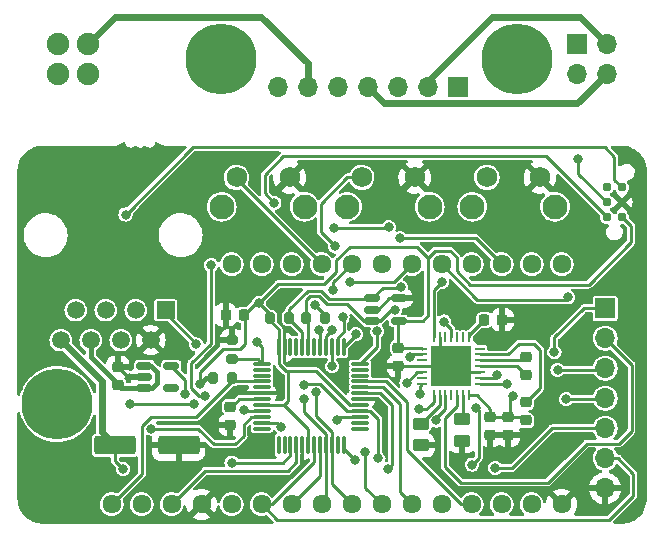
<source format=gtl>
G04 #@! TF.GenerationSoftware,KiCad,Pcbnew,(5.99.0-11678-ga208dac8d8)*
G04 #@! TF.CreationDate,2021-09-02T09:18:57-04:00*
G04 #@! TF.ProjectId,syringe_board,73797269-6e67-4655-9f62-6f6172642e6b,4.5*
G04 #@! TF.SameCoordinates,Original*
G04 #@! TF.FileFunction,Copper,L1,Top*
G04 #@! TF.FilePolarity,Positive*
%FSLAX46Y46*%
G04 Gerber Fmt 4.6, Leading zero omitted, Abs format (unit mm)*
G04 Created by KiCad (PCBNEW (5.99.0-11678-ga208dac8d8)) date 2021-09-02 09:18:57*
%MOMM*%
%LPD*%
G01*
G04 APERTURE LIST*
G04 Aperture macros list*
%AMRoundRect*
0 Rectangle with rounded corners*
0 $1 Rounding radius*
0 $2 $3 $4 $5 $6 $7 $8 $9 X,Y pos of 4 corners*
0 Add a 4 corners polygon primitive as box body*
4,1,4,$2,$3,$4,$5,$6,$7,$8,$9,$2,$3,0*
0 Add four circle primitives for the rounded corners*
1,1,$1+$1,$2,$3*
1,1,$1+$1,$4,$5*
1,1,$1+$1,$6,$7*
1,1,$1+$1,$8,$9*
0 Add four rect primitives between the rounded corners*
20,1,$1+$1,$2,$3,$4,$5,0*
20,1,$1+$1,$4,$5,$6,$7,0*
20,1,$1+$1,$6,$7,$8,$9,0*
20,1,$1+$1,$8,$9,$2,$3,0*%
G04 Aperture macros list end*
G04 #@! TA.AperFunction,SMDPad,CuDef*
%ADD10RoundRect,0.200000X0.200000X0.275000X-0.200000X0.275000X-0.200000X-0.275000X0.200000X-0.275000X0*%
G04 #@! TD*
G04 #@! TA.AperFunction,ComponentPad*
%ADD11C,1.609600*%
G04 #@! TD*
G04 #@! TA.AperFunction,SMDPad,CuDef*
%ADD12RoundRect,0.225000X0.250000X-0.225000X0.250000X0.225000X-0.250000X0.225000X-0.250000X-0.225000X0*%
G04 #@! TD*
G04 #@! TA.AperFunction,SMDPad,CuDef*
%ADD13RoundRect,0.250000X0.450000X-0.262500X0.450000X0.262500X-0.450000X0.262500X-0.450000X-0.262500X0*%
G04 #@! TD*
G04 #@! TA.AperFunction,SMDPad,CuDef*
%ADD14RoundRect,0.250000X-1.500000X-0.550000X1.500000X-0.550000X1.500000X0.550000X-1.500000X0.550000X0*%
G04 #@! TD*
G04 #@! TA.AperFunction,SMDPad,CuDef*
%ADD15RoundRect,0.200000X-0.200000X-0.275000X0.200000X-0.275000X0.200000X0.275000X-0.200000X0.275000X0*%
G04 #@! TD*
G04 #@! TA.AperFunction,SMDPad,CuDef*
%ADD16RoundRect,0.250000X-0.450000X0.262500X-0.450000X-0.262500X0.450000X-0.262500X0.450000X0.262500X0*%
G04 #@! TD*
G04 #@! TA.AperFunction,SMDPad,CuDef*
%ADD17RoundRect,0.062500X0.337500X0.062500X-0.337500X0.062500X-0.337500X-0.062500X0.337500X-0.062500X0*%
G04 #@! TD*
G04 #@! TA.AperFunction,SMDPad,CuDef*
%ADD18RoundRect,0.062500X0.062500X0.337500X-0.062500X0.337500X-0.062500X-0.337500X0.062500X-0.337500X0*%
G04 #@! TD*
G04 #@! TA.AperFunction,ComponentPad*
%ADD19C,0.500000*%
G04 #@! TD*
G04 #@! TA.AperFunction,SMDPad,CuDef*
%ADD20R,3.350000X3.350000*%
G04 #@! TD*
G04 #@! TA.AperFunction,SMDPad,CuDef*
%ADD21RoundRect,0.225000X-0.250000X0.225000X-0.250000X-0.225000X0.250000X-0.225000X0.250000X0.225000X0*%
G04 #@! TD*
G04 #@! TA.AperFunction,SMDPad,CuDef*
%ADD22RoundRect,0.225000X0.225000X0.250000X-0.225000X0.250000X-0.225000X-0.250000X0.225000X-0.250000X0*%
G04 #@! TD*
G04 #@! TA.AperFunction,ComponentPad*
%ADD23C,2.100000*%
G04 #@! TD*
G04 #@! TA.AperFunction,ComponentPad*
%ADD24C,1.750000*%
G04 #@! TD*
G04 #@! TA.AperFunction,SMDPad,CuDef*
%ADD25RoundRect,0.150000X-0.512500X-0.150000X0.512500X-0.150000X0.512500X0.150000X-0.512500X0.150000X0*%
G04 #@! TD*
G04 #@! TA.AperFunction,SMDPad,CuDef*
%ADD26RoundRect,0.200000X-0.275000X0.200000X-0.275000X-0.200000X0.275000X-0.200000X0.275000X0.200000X0*%
G04 #@! TD*
G04 #@! TA.AperFunction,WasherPad*
%ADD27C,6.000000*%
G04 #@! TD*
G04 #@! TA.AperFunction,SMDPad,CuDef*
%ADD28RoundRect,0.075000X0.075000X-0.662500X0.075000X0.662500X-0.075000X0.662500X-0.075000X-0.662500X0*%
G04 #@! TD*
G04 #@! TA.AperFunction,SMDPad,CuDef*
%ADD29RoundRect,0.075000X0.662500X-0.075000X0.662500X0.075000X-0.662500X0.075000X-0.662500X-0.075000X0*%
G04 #@! TD*
G04 #@! TA.AperFunction,ComponentPad*
%ADD30O,1.900000X1.900000*%
G04 #@! TD*
G04 #@! TA.AperFunction,ComponentPad*
%ADD31R,1.700000X1.700000*%
G04 #@! TD*
G04 #@! TA.AperFunction,ComponentPad*
%ADD32O,1.700000X1.700000*%
G04 #@! TD*
G04 #@! TA.AperFunction,ConnectorPad*
%ADD33C,0.787400*%
G04 #@! TD*
G04 #@! TA.AperFunction,ComponentPad*
%ADD34R,1.500000X1.500000*%
G04 #@! TD*
G04 #@! TA.AperFunction,ComponentPad*
%ADD35C,1.500000*%
G04 #@! TD*
G04 #@! TA.AperFunction,ViaPad*
%ADD36C,0.800000*%
G04 #@! TD*
G04 #@! TA.AperFunction,Conductor*
%ADD37C,0.254000*%
G04 #@! TD*
G04 #@! TA.AperFunction,Conductor*
%ADD38C,0.609600*%
G04 #@! TD*
G04 #@! TA.AperFunction,Conductor*
%ADD39C,0.250000*%
G04 #@! TD*
G04 #@! TA.AperFunction,Conductor*
%ADD40C,0.457200*%
G04 #@! TD*
G04 APERTURE END LIST*
D10*
X141922000Y-97000637D03*
X140272000Y-97000637D03*
D11*
X123825000Y-112776000D03*
X126365000Y-112776000D03*
X128905000Y-112776000D03*
X131445000Y-112776000D03*
X133985000Y-112776000D03*
X136525000Y-112776000D03*
X139065000Y-112776000D03*
X141605000Y-112776000D03*
X144145000Y-112776000D03*
X146685000Y-112776000D03*
X149225000Y-112776000D03*
X151765000Y-112776000D03*
X154305000Y-112776000D03*
X156845000Y-112776000D03*
X159385000Y-112776000D03*
X161925000Y-112776000D03*
X161925000Y-92456000D03*
X159385000Y-92456000D03*
X156845000Y-92456000D03*
X154305000Y-92456000D03*
X151765000Y-92456000D03*
X149225000Y-92456000D03*
X146685000Y-92456000D03*
X144145000Y-92456000D03*
X141605000Y-92456000D03*
X139065000Y-92456000D03*
X136525000Y-92456000D03*
X133985000Y-92456000D03*
D12*
X155888500Y-106955000D03*
X155888500Y-105405000D03*
X148100000Y-101075000D03*
X148100000Y-99525000D03*
D13*
X153500000Y-107412500D03*
X153500000Y-105587500D03*
D12*
X158936500Y-101875000D03*
X158936500Y-100325000D03*
D14*
X124100000Y-107797600D03*
X129500000Y-107797600D03*
D15*
X137224000Y-97000637D03*
X138874000Y-97000637D03*
D16*
X150012400Y-105970700D03*
X150012400Y-107795700D03*
D17*
X155036500Y-102600000D03*
X155036500Y-102100000D03*
X155036500Y-101600000D03*
X155036500Y-101100000D03*
X155036500Y-100600000D03*
X155036500Y-100100000D03*
X155036500Y-99600000D03*
D18*
X154086500Y-98650000D03*
X153586500Y-98650000D03*
X153086500Y-98650000D03*
X152586500Y-98650000D03*
X152086500Y-98650000D03*
X151586500Y-98650000D03*
X151086500Y-98650000D03*
D17*
X150136500Y-99600000D03*
X150136500Y-100100000D03*
X150136500Y-100600000D03*
X150136500Y-101100000D03*
X150136500Y-101600000D03*
X150136500Y-102100000D03*
X150136500Y-102600000D03*
D18*
X151086500Y-103550000D03*
X151586500Y-103550000D03*
X152086500Y-103550000D03*
X152586500Y-103550000D03*
X153086500Y-103550000D03*
X153586500Y-103550000D03*
X154086500Y-103550000D03*
D19*
X152586500Y-102100000D03*
X151586500Y-101100000D03*
X153586500Y-102100000D03*
D20*
X152586500Y-101100000D03*
D19*
X153586500Y-100100000D03*
X151586500Y-100100000D03*
X151586500Y-102100000D03*
X152586500Y-100100000D03*
X153586500Y-101100000D03*
X152586500Y-101100000D03*
D21*
X157412500Y-105405000D03*
X157412500Y-106955000D03*
D22*
X156917500Y-97163000D03*
X155367500Y-97163000D03*
D12*
X158936500Y-105685000D03*
X158936500Y-104135000D03*
D23*
X154350000Y-87590000D03*
X161360000Y-87590000D03*
D24*
X155600000Y-85100000D03*
X160100000Y-85100000D03*
D25*
X145862500Y-95350000D03*
X145862500Y-96300000D03*
X145862500Y-97250000D03*
X148137500Y-97250000D03*
X148137500Y-95350000D03*
D26*
X134000000Y-98875000D03*
X134000000Y-100525000D03*
D27*
X158117000Y-75048000D03*
X133117000Y-75048000D03*
D28*
X137966000Y-107794500D03*
X138466000Y-107794500D03*
X138966000Y-107794500D03*
X139466000Y-107794500D03*
X139966000Y-107794500D03*
X140466000Y-107794500D03*
X140966000Y-107794500D03*
X141466000Y-107794500D03*
X141966000Y-107794500D03*
X142466000Y-107794500D03*
X142966000Y-107794500D03*
X143466000Y-107794500D03*
D29*
X144878500Y-106382000D03*
X144878500Y-105882000D03*
X144878500Y-105382000D03*
X144878500Y-104882000D03*
X144878500Y-104382000D03*
X144878500Y-103882000D03*
X144878500Y-103382000D03*
X144878500Y-102882000D03*
X144878500Y-102382000D03*
X144878500Y-101882000D03*
X144878500Y-101382000D03*
X144878500Y-100882000D03*
D28*
X143466000Y-99469500D03*
X142966000Y-99469500D03*
X142466000Y-99469500D03*
X141966000Y-99469500D03*
X141466000Y-99469500D03*
X140966000Y-99469500D03*
X140466000Y-99469500D03*
X139966000Y-99469500D03*
X139466000Y-99469500D03*
X138966000Y-99469500D03*
X138466000Y-99469500D03*
X137966000Y-99469500D03*
D29*
X136553500Y-100882000D03*
X136553500Y-101382000D03*
X136553500Y-101882000D03*
X136553500Y-102382000D03*
X136553500Y-102882000D03*
X136553500Y-103382000D03*
X136553500Y-103882000D03*
X136553500Y-104382000D03*
X136553500Y-104882000D03*
X136553500Y-105382000D03*
X136553500Y-105882000D03*
X136553500Y-106382000D03*
D30*
X119275000Y-73778000D03*
X121815000Y-73778000D03*
X119275000Y-76318000D03*
X121815000Y-76318000D03*
D31*
X165608000Y-96192000D03*
D32*
X165608000Y-98732000D03*
X165608000Y-101272000D03*
X165608000Y-103812000D03*
X165608000Y-106352000D03*
X165608000Y-108892000D03*
X165608000Y-111432000D03*
D33*
X167035000Y-88470000D03*
X165765000Y-88470000D03*
X167035000Y-87200000D03*
X165765000Y-87200000D03*
X167035000Y-85930000D03*
X165765000Y-85930000D03*
D23*
X140160000Y-87590000D03*
X133150000Y-87590000D03*
D24*
X134400000Y-85100000D03*
X138900000Y-85100000D03*
D31*
X153125000Y-77486000D03*
D32*
X150585000Y-77486000D03*
X148045000Y-77486000D03*
X145505000Y-77486000D03*
X142965000Y-77486000D03*
X140425000Y-77486000D03*
X137885000Y-77486000D03*
D21*
X133858000Y-104508000D03*
X133858000Y-106058000D03*
D12*
X124350000Y-102695000D03*
X124350000Y-101145000D03*
D31*
X163217000Y-73778000D03*
D32*
X165757000Y-73778000D03*
X163217000Y-76318000D03*
X165757000Y-76318000D03*
D25*
X126592500Y-101050000D03*
X126592500Y-102000000D03*
X126592500Y-102950000D03*
X128867500Y-102950000D03*
X128867500Y-101050000D03*
D10*
X134025000Y-102108000D03*
X132375000Y-102108000D03*
D22*
X135025000Y-96750000D03*
X133475000Y-96750000D03*
D23*
X143750000Y-87590000D03*
X150760000Y-87590000D03*
D24*
X145000000Y-85100000D03*
X149500000Y-85100000D03*
D34*
X128397000Y-96349998D03*
D35*
X127127000Y-98889998D03*
X125857000Y-96349998D03*
X124587000Y-98889998D03*
X123317000Y-96349998D03*
X122047000Y-98889998D03*
X120777000Y-96349998D03*
X119507000Y-98889998D03*
D27*
X119200000Y-104296000D03*
D36*
X149860000Y-104698800D03*
X157835600Y-103632000D03*
X124800000Y-109800000D03*
X146812000Y-104902000D03*
X132486400Y-106426000D03*
X143129000Y-102108000D03*
X133000000Y-94250000D03*
X149750000Y-95243500D03*
X161320000Y-108430000D03*
X136271000Y-95758000D03*
X131300000Y-102600000D03*
X130070000Y-103410000D03*
X141027426Y-95886522D03*
X125000000Y-88250000D03*
X131000000Y-99250000D03*
X146400000Y-108900000D03*
X140100000Y-102700000D03*
X143372910Y-96926400D03*
X147803074Y-96303074D03*
X148304221Y-94404221D03*
X147280000Y-89340000D03*
X136144000Y-99060000D03*
X142650000Y-89400000D03*
X151770000Y-93973500D03*
X147200000Y-109800000D03*
X142900400Y-105613200D03*
X130802426Y-104302426D03*
X125367574Y-104302426D03*
X133985000Y-109254990D03*
X140100000Y-103900000D03*
X148800000Y-102500000D03*
X141100000Y-103300000D03*
X149100000Y-100300000D03*
X144400000Y-109000000D03*
X162438714Y-95261286D03*
X156300000Y-109700000D03*
X146304000Y-98150012D03*
X148225298Y-90255000D03*
X151980000Y-97320000D03*
X144506979Y-98379969D03*
X144000000Y-93980000D03*
X142500000Y-101100000D03*
X142750000Y-90926500D03*
X142492816Y-98032502D03*
X142600000Y-94650000D03*
X141397012Y-98006570D03*
X145300000Y-108372210D03*
X156465391Y-101864758D03*
X138200000Y-106225546D03*
X154686000Y-104597200D03*
X154330400Y-109423200D03*
X132250000Y-92500000D03*
X131724400Y-103581200D03*
X135001000Y-104771535D03*
X163350000Y-83550000D03*
X161310000Y-99900000D03*
X157300000Y-102600000D03*
X151328599Y-105682650D03*
X161578990Y-101400000D03*
X162306000Y-103886000D03*
X149961600Y-103479600D03*
X137600000Y-87250000D03*
X127200000Y-106375200D03*
D37*
X151086500Y-103550000D02*
X151086500Y-104081900D01*
X154086500Y-103550000D02*
X154756400Y-103550000D01*
X155888500Y-105405000D02*
X157412500Y-105405000D01*
D38*
X123000000Y-106697600D02*
X124100000Y-107797600D01*
X123000000Y-102383000D02*
X123000000Y-106697600D01*
D37*
X157581600Y-103886000D02*
X157581600Y-105235900D01*
X155888500Y-104682100D02*
X155888500Y-105405000D01*
X157581600Y-105235900D02*
X157412500Y-105405000D01*
X157835600Y-103632000D02*
X157581600Y-103886000D01*
X124800000Y-109800000D02*
X124100000Y-109100000D01*
X124100000Y-109100000D02*
X124100000Y-107797600D01*
X150469600Y-104698800D02*
X149860000Y-104698800D01*
X157412500Y-105405000D02*
X158656500Y-105405000D01*
X154756400Y-103550000D02*
X155888500Y-104682100D01*
X151086500Y-104081900D02*
X150825200Y-104343200D01*
X150825200Y-104343200D02*
X150469600Y-104698800D01*
X158656500Y-105405000D02*
X158936500Y-105685000D01*
D38*
X119507000Y-98890000D02*
X123000000Y-102383000D01*
D37*
X155036500Y-101600000D02*
X153086500Y-101600000D01*
D39*
X126592500Y-102000000D02*
X125205000Y-102000000D01*
D37*
X146380000Y-96300000D02*
X147330000Y-95350000D01*
X145862500Y-96300000D02*
X146380000Y-96300000D01*
X148100000Y-101075000D02*
X150111500Y-101075000D01*
X147330000Y-95350000D02*
X148137500Y-95350000D01*
X150111500Y-101075000D02*
X150136500Y-101100000D01*
X151586500Y-98650000D02*
X151586500Y-100100000D01*
X153086500Y-101600000D02*
X152586500Y-101100000D01*
X151586500Y-100100000D02*
X152586500Y-101100000D01*
D39*
X125205000Y-102000000D02*
X124350000Y-101145000D01*
D37*
X150136500Y-101100000D02*
X152586500Y-101100000D01*
X137966000Y-97966000D02*
X137224000Y-97224000D01*
X138800000Y-101500000D02*
X138584000Y-101500000D01*
X135128000Y-99194248D02*
X135128000Y-96647000D01*
X138418000Y-104382000D02*
X138800000Y-104000000D01*
X137224000Y-96711000D02*
X136271000Y-95758000D01*
X143982000Y-104382000D02*
X141100000Y-101500000D01*
X138418000Y-104382000D02*
X140466000Y-106430000D01*
X136553500Y-104382000D02*
X138418000Y-104382000D01*
X138584000Y-101500000D02*
X137966000Y-100882000D01*
X148100000Y-97287500D02*
X148137500Y-97250000D01*
X137224000Y-97000637D02*
X137224000Y-96711000D01*
X137966000Y-99469500D02*
X137966000Y-97966000D01*
X131300000Y-101560752D02*
X133234232Y-99626520D01*
X140466000Y-106430000D02*
X140466000Y-107794500D01*
X134695728Y-99626520D02*
X135128000Y-99194248D01*
X141800000Y-94150000D02*
X137879000Y-94150000D01*
X164210000Y-94190000D02*
X167800000Y-90600000D01*
X138800000Y-104000000D02*
X138800000Y-101500000D01*
X149681500Y-90981500D02*
X143981500Y-90981500D01*
X150061500Y-99525000D02*
X148100000Y-99525000D01*
X150600000Y-91900000D02*
X151175311Y-91324689D01*
X148100000Y-99525000D02*
X148100000Y-97287500D01*
X151175311Y-91324689D02*
X152484689Y-91324689D01*
X136553500Y-104382000D02*
X137359542Y-104382000D01*
X153030000Y-93050000D02*
X154170000Y-94190000D01*
X144878500Y-104382000D02*
X143982000Y-104382000D01*
D40*
X132375000Y-102108000D02*
X131792000Y-102108000D01*
D37*
X130070000Y-103410000D02*
X130070000Y-102252500D01*
X136017000Y-95758000D02*
X136271000Y-95758000D01*
X142850000Y-93100000D02*
X141800000Y-94150000D01*
X137966000Y-100882000D02*
X137966000Y-99469500D01*
X141922000Y-96781096D02*
X141027426Y-95886522D01*
X150146000Y-97250000D02*
X150600000Y-96796000D01*
X142850000Y-92113000D02*
X142850000Y-93100000D01*
X150600000Y-91900000D02*
X149681500Y-90981500D01*
X153030000Y-91870000D02*
X153030000Y-93050000D01*
X143981500Y-90981500D02*
X142850000Y-92113000D01*
X137224000Y-97224000D02*
X137224000Y-97000637D01*
X130070000Y-102252500D02*
X128867500Y-101050000D01*
X154170000Y-94190000D02*
X164210000Y-94190000D01*
X133234232Y-99626520D02*
X134695728Y-99626520D01*
X148137500Y-97250000D02*
X150146000Y-97250000D01*
X167800000Y-89235000D02*
X167035000Y-88470000D01*
X135128000Y-96647000D02*
X136017000Y-95758000D01*
X141922000Y-97000637D02*
X141922000Y-96781096D01*
X167800000Y-90600000D02*
X167800000Y-89235000D01*
X141100000Y-101500000D02*
X138800000Y-101500000D01*
X150136500Y-99600000D02*
X150061500Y-99525000D01*
X152484689Y-91324689D02*
X153030000Y-91870000D01*
X131300000Y-102600000D02*
X131300000Y-101560752D01*
X150600000Y-96796000D02*
X150600000Y-91900000D01*
D40*
X131792000Y-102108000D02*
X131300000Y-102600000D01*
D37*
X137879000Y-94150000D02*
X136271000Y-95758000D01*
X134299000Y-102382000D02*
X136553500Y-102382000D01*
X166400000Y-83400000D02*
X166400000Y-85295000D01*
X125000000Y-88250000D02*
X130676011Y-82573989D01*
X166400000Y-85295000D02*
X167035000Y-85930000D01*
X126400000Y-110201000D02*
X126400000Y-106147757D01*
X127147757Y-105400000D02*
X130972400Y-105400000D01*
X134025000Y-102347400D02*
X134025000Y-102108000D01*
X165573989Y-82573989D02*
X166400000Y-83400000D01*
X134025000Y-102108000D02*
X134299000Y-102382000D01*
X126400000Y-106147757D02*
X127147757Y-105400000D01*
X130972400Y-105400000D02*
X134025000Y-102347400D01*
X123825000Y-112776000D02*
X126400000Y-110201000D01*
X130676011Y-82573989D02*
X165573989Y-82573989D01*
X146400000Y-108900000D02*
X146400000Y-105597458D01*
X131000000Y-99200000D02*
X128397000Y-96597000D01*
X143757962Y-104882000D02*
X141448961Y-102572999D01*
X146400000Y-105597458D02*
X145684542Y-104882000D01*
X145684542Y-104882000D02*
X144878500Y-104882000D01*
X144878500Y-104882000D02*
X143757962Y-104882000D01*
X140227001Y-102572999D02*
X140100000Y-102700000D01*
X141448961Y-102572999D02*
X140227001Y-102572999D01*
X131000000Y-99250000D02*
X131000000Y-99200000D01*
X142966000Y-99469500D02*
X142966000Y-98657092D01*
X143459200Y-98163892D02*
X143459200Y-97012690D01*
X141605000Y-92456000D02*
X134400000Y-85251000D01*
X134400000Y-85251000D02*
X134400000Y-85100000D01*
X142966000Y-98657092D02*
X143459200Y-98163892D01*
X143459200Y-97012690D02*
X143372910Y-96926400D01*
X140466000Y-99469500D02*
X140466000Y-97194637D01*
X145862500Y-97250000D02*
X146525000Y-97250000D01*
X142061221Y-95830012D02*
X141391221Y-95160012D01*
X145200000Y-97250000D02*
X143780012Y-95830012D01*
X145862500Y-97250000D02*
X145200000Y-97250000D01*
X146525000Y-97250000D02*
X147471926Y-96303074D01*
X140272000Y-95507038D02*
X140272000Y-97000637D01*
X140466000Y-97194637D02*
X140272000Y-97000637D01*
X143780012Y-95830012D02*
X142061221Y-95830012D01*
X147471926Y-96303074D02*
X147803074Y-96303074D01*
X141391221Y-95160012D02*
X140619026Y-95160012D01*
X140619026Y-95160012D02*
X140272000Y-95507038D01*
X142249072Y-95376501D02*
X141579072Y-94706501D01*
X141579072Y-94706501D02*
X140430469Y-94706501D01*
X146778989Y-94433511D02*
X148274931Y-94433511D01*
X139966000Y-99469500D02*
X139966000Y-98166000D01*
X145862500Y-95350000D02*
X145835999Y-95376501D01*
X138874000Y-96262970D02*
X138874000Y-97000637D01*
X138874000Y-97074000D02*
X138874000Y-97000637D01*
X148274931Y-94433511D02*
X148304221Y-94404221D01*
X145835999Y-95376501D02*
X142249072Y-95376501D01*
X139966000Y-98166000D02*
X138874000Y-97074000D01*
X145862500Y-95350000D02*
X146778989Y-94433511D01*
X140430469Y-94706501D02*
X138874000Y-96262970D01*
D40*
X127683120Y-102495018D02*
X127228138Y-102950000D01*
X126592500Y-102950000D02*
X124605000Y-102950000D01*
X122047000Y-98889998D02*
X122047000Y-100347000D01*
X122047000Y-100347000D02*
X124510000Y-102810000D01*
X124605000Y-102950000D02*
X124350000Y-102695000D01*
X126592500Y-101050000D02*
X127126742Y-101050000D01*
X127126742Y-101050000D02*
X127683120Y-101606378D01*
X127228138Y-102950000D02*
X126592500Y-102950000D01*
X127683120Y-101606378D02*
X127683120Y-102495018D01*
D37*
X136196500Y-100525000D02*
X136553500Y-100882000D01*
X147220000Y-89400000D02*
X147280000Y-89340000D01*
X136553500Y-99469500D02*
X136144000Y-99060000D01*
X151086500Y-98650000D02*
X151086500Y-94657000D01*
X142650000Y-89400000D02*
X147220000Y-89400000D01*
X134000000Y-100525000D02*
X136196500Y-100525000D01*
X151086500Y-94657000D02*
X151770000Y-93973500D01*
X136553500Y-100882000D02*
X136553500Y-99469500D01*
X148209000Y-111760000D02*
X148209000Y-104309000D01*
X148209000Y-104309000D02*
X146782000Y-102882000D01*
X149225000Y-112776000D02*
X148209000Y-111760000D01*
X146782000Y-102882000D02*
X144878500Y-102882000D01*
X147200000Y-109800000D02*
X147574000Y-109426000D01*
X146562000Y-103382000D02*
X144878500Y-103382000D01*
X147574000Y-104394000D02*
X146562000Y-103382000D01*
X147574000Y-109426000D02*
X147574000Y-104394000D01*
X148800000Y-108160000D02*
X148800000Y-104100000D01*
X147082000Y-102382000D02*
X144878500Y-102382000D01*
X154305000Y-112776000D02*
X153416000Y-112776000D01*
X153416000Y-112776000D02*
X148800000Y-108160000D01*
X148800000Y-104100000D02*
X147082000Y-102382000D01*
X143131600Y-105382000D02*
X142900400Y-105613200D01*
X144878500Y-105382000D02*
X143131600Y-105382000D01*
X125302426Y-104302426D02*
X130802426Y-104302426D01*
X138317918Y-109254990D02*
X133985000Y-109254990D01*
X138966000Y-107794500D02*
X138966000Y-108606908D01*
X138966000Y-108606908D02*
X138317918Y-109254990D01*
X136525000Y-112776000D02*
X137829000Y-114080000D01*
X137414000Y-112776000D02*
X136525000Y-112776000D01*
X140966000Y-109224000D02*
X137414000Y-112776000D01*
X165970000Y-114080000D02*
X168000000Y-112050000D01*
X137829000Y-114080000D02*
X165970000Y-114080000D01*
X140966000Y-107794500D02*
X140966000Y-109224000D01*
X168000000Y-112050000D02*
X168000000Y-110190000D01*
X168000000Y-110190000D02*
X166702000Y-108892000D01*
X166702000Y-108892000D02*
X165608000Y-108892000D01*
X141466000Y-107794500D02*
X141466000Y-110375000D01*
X141466000Y-110375000D02*
X139065000Y-112776000D01*
X141605000Y-112776000D02*
X140970000Y-112776000D01*
X150136500Y-101600000D02*
X149685634Y-101600000D01*
X141966000Y-106866000D02*
X141966000Y-107794500D01*
X140100000Y-105000000D02*
X141966000Y-106866000D01*
X149685634Y-101600000D02*
X148800000Y-102485634D01*
X140100000Y-103900000D02*
X140100000Y-105000000D01*
X141966000Y-107794500D02*
X141966000Y-112415000D01*
X141966000Y-112415000D02*
X141605000Y-112776000D01*
X148800000Y-102485634D02*
X148800000Y-102500000D01*
X142466000Y-111097000D02*
X144145000Y-112776000D01*
X141100000Y-103800000D02*
X141100000Y-103300000D01*
X141700000Y-105900000D02*
X141100000Y-105300000D01*
X142466000Y-107794500D02*
X142466000Y-111097000D01*
X149100000Y-100300000D02*
X149300000Y-100100000D01*
X149300000Y-100100000D02*
X150136500Y-100100000D01*
X141100000Y-105300000D02*
X141100000Y-103800000D01*
X142466000Y-106666000D02*
X141700000Y-105900000D01*
X142466000Y-107794500D02*
X142466000Y-106666000D01*
X162223499Y-95476501D02*
X162438714Y-95261286D01*
X165608000Y-106352000D02*
X161108000Y-106352000D01*
X151765000Y-92456000D02*
X154785501Y-95476501D01*
X143466000Y-107794500D02*
X143466000Y-108066000D01*
X143466000Y-108066000D02*
X144400000Y-109000000D01*
X154785501Y-95476501D02*
X162223499Y-95476501D01*
X161108000Y-106352000D02*
X157760000Y-109700000D01*
X157760000Y-109700000D02*
X156300000Y-109700000D01*
X156845000Y-92456000D02*
X154644000Y-90255000D01*
X154644000Y-90255000D02*
X148225298Y-90255000D01*
X144878500Y-100882000D02*
X146304000Y-99456500D01*
X146304000Y-99456500D02*
X146304000Y-98150012D01*
X152586500Y-97926500D02*
X151980000Y-97320000D01*
X143466000Y-99469500D02*
X144506979Y-98428521D01*
X144506979Y-98428521D02*
X144506979Y-98379969D01*
X152586500Y-98650000D02*
X152586500Y-97926500D01*
X142466000Y-99469500D02*
X142466000Y-101066000D01*
X142466000Y-101066000D02*
X142500000Y-101100000D01*
X147701000Y-93980000D02*
X144000000Y-93980000D01*
X149225000Y-92456000D02*
X147701000Y-93980000D01*
X141966000Y-99469500D02*
X141966000Y-98559318D01*
X141966000Y-98559318D02*
X142492816Y-98032502D01*
X142600000Y-94001000D02*
X142600000Y-94650000D01*
X144145000Y-92456000D02*
X142600000Y-94001000D01*
X141540010Y-87322554D02*
X141540010Y-89716510D01*
X143762564Y-85100000D02*
X141540010Y-87322554D01*
X141540010Y-89716510D02*
X142750000Y-90926500D01*
X145000000Y-85100000D02*
X143762564Y-85100000D01*
X141466000Y-98075558D02*
X141397012Y-98006570D01*
X141466000Y-99469500D02*
X141466000Y-98075558D01*
X136553500Y-105882000D02*
X137856454Y-105882000D01*
X154330400Y-109423200D02*
X154900000Y-108853600D01*
X146685000Y-112776000D02*
X145300000Y-111391000D01*
X154900000Y-108853600D02*
X154900000Y-104811200D01*
X145300000Y-111391000D02*
X145300000Y-108372210D01*
X156230149Y-102100000D02*
X156465391Y-101864758D01*
X137856454Y-105882000D02*
X138200000Y-106225546D01*
X155036500Y-102100000D02*
X156230149Y-102100000D01*
X154900000Y-104811200D02*
X154686000Y-104597200D01*
X154086500Y-98650000D02*
X154086500Y-98444000D01*
X154086500Y-98444000D02*
X155367500Y-97163000D01*
X158661500Y-100600000D02*
X158936500Y-100325000D01*
X155036500Y-100600000D02*
X158661500Y-100600000D01*
X134643000Y-103882000D02*
X136553500Y-103882000D01*
X134000000Y-104525000D02*
X134643000Y-103882000D01*
X130573489Y-102900932D02*
X131253757Y-103581200D01*
X131253757Y-103581200D02*
X131724400Y-103581200D01*
X163350000Y-84785000D02*
X163350000Y-83550000D01*
X132217089Y-99176911D02*
X130573489Y-100820511D01*
X135111465Y-104882000D02*
X135001000Y-104771535D01*
X136553500Y-104882000D02*
X135111465Y-104882000D01*
X132250000Y-92500000D02*
X132217089Y-92532911D01*
X132217089Y-92532911D02*
X132217089Y-99176911D01*
X165765000Y-87200000D02*
X163350000Y-84785000D01*
X130573489Y-100820511D02*
X130573489Y-102900932D01*
X155036500Y-102600000D02*
X157300000Y-102600000D01*
X165608000Y-96192000D02*
X163777407Y-96192000D01*
X163777407Y-96192000D02*
X161310000Y-98659407D01*
X161310000Y-98659407D02*
X161310000Y-99900000D01*
X166754800Y-107645200D02*
X167843200Y-106556800D01*
X167843200Y-106556800D02*
X167843200Y-100967200D01*
X164033200Y-107645200D02*
X166754800Y-107645200D01*
X152055600Y-105503370D02*
X152055600Y-109637600D01*
X153365200Y-110947200D02*
X160731200Y-110947200D01*
X152055600Y-109637600D02*
X153365200Y-110947200D01*
X153086500Y-103550000D02*
X153086500Y-104472470D01*
X153086500Y-104472470D02*
X152055600Y-105503370D01*
X160731200Y-110947200D02*
X164033200Y-107645200D01*
X167843200Y-100967200D02*
X165608000Y-98732000D01*
X165608000Y-101272000D02*
X165480000Y-101400000D01*
X152086500Y-103550000D02*
X152086500Y-104707500D01*
X151328599Y-105465401D02*
X151328599Y-105682650D01*
X165480000Y-101400000D02*
X161578990Y-101400000D01*
X152086500Y-104707500D02*
X151328599Y-105465401D01*
X162306000Y-103886000D02*
X165534000Y-103886000D01*
X149961600Y-102774900D02*
X149961600Y-103479600D01*
X165534000Y-103886000D02*
X165608000Y-103812000D01*
X150136500Y-102600000D02*
X149961600Y-102774900D01*
D38*
X156000000Y-71500000D02*
X163479000Y-71500000D01*
X150585000Y-77486000D02*
X150585000Y-76915000D01*
X150585000Y-76915000D02*
X156000000Y-71500000D01*
X163479000Y-71500000D02*
X165757000Y-73778000D01*
X163234689Y-78840311D02*
X146859311Y-78840311D01*
X165757000Y-76318000D02*
X163234689Y-78840311D01*
X146859311Y-78840311D02*
X145505000Y-77486000D01*
X140425000Y-75425000D02*
X140425000Y-77486000D01*
X136500000Y-71500000D02*
X140425000Y-75425000D01*
X124093000Y-71500000D02*
X136500000Y-71500000D01*
X121815000Y-73778000D02*
X124093000Y-71500000D01*
D37*
X157400000Y-100100000D02*
X158300000Y-99200000D01*
X160100000Y-102971500D02*
X158936500Y-104135000D01*
X155036500Y-100100000D02*
X157400000Y-100100000D01*
X159600000Y-99200000D02*
X160100000Y-99700000D01*
X158300000Y-99200000D02*
X159600000Y-99200000D01*
X160100000Y-99700000D02*
X160100000Y-102971500D01*
X155036500Y-101100000D02*
X155063501Y-101072999D01*
X158134499Y-101072999D02*
X158936500Y-101875000D01*
X155063501Y-101072999D02*
X158134499Y-101072999D01*
X139466000Y-109234000D02*
X138718000Y-109982000D01*
X139466000Y-107794500D02*
X139466000Y-109234000D01*
X131699000Y-109982000D02*
X128905000Y-112776000D01*
X138718000Y-109982000D02*
X131699000Y-109982000D01*
X135000000Y-107000000D02*
X135000000Y-106034111D01*
X135000000Y-106034111D02*
X135652111Y-105382000D01*
X131140200Y-106375200D02*
X132461000Y-107696000D01*
X134304000Y-107696000D02*
X135000000Y-107000000D01*
X136800000Y-86450000D02*
X137600000Y-87250000D01*
X127200000Y-106375200D02*
X131140200Y-106375200D01*
X165765000Y-88470000D02*
X160622500Y-83327500D01*
X136800000Y-84900000D02*
X136800000Y-86450000D01*
X135652111Y-105382000D02*
X136553500Y-105382000D01*
X132461000Y-107696000D02*
X134304000Y-107696000D01*
X138372500Y-83327500D02*
X136800000Y-84900000D01*
X160622500Y-83327500D02*
X138372500Y-83327500D01*
X151586500Y-103550000D02*
X151586500Y-104396600D01*
X151586500Y-104396600D02*
X150012400Y-105970700D01*
X153500000Y-105587500D02*
X153586500Y-105501000D01*
X153586500Y-105501000D02*
X153586500Y-103550000D01*
G04 #@! TA.AperFunction,Conductor*
G36*
X116049512Y-104988934D02*
G01*
X116088592Y-105051122D01*
X116100307Y-105094240D01*
X116158337Y-105307827D01*
X116189308Y-105386050D01*
X116285723Y-105629567D01*
X116290080Y-105640572D01*
X116291735Y-105643684D01*
X116291737Y-105643689D01*
X116456436Y-105953443D01*
X116456442Y-105953453D01*
X116458093Y-105956558D01*
X116487008Y-105998787D01*
X116658290Y-106248940D01*
X116658295Y-106248946D01*
X116660281Y-106251847D01*
X116894125Y-106522757D01*
X116896695Y-106525137D01*
X116896699Y-106525141D01*
X116966340Y-106589629D01*
X117156710Y-106765913D01*
X117159532Y-106767994D01*
X117159535Y-106767996D01*
X117213771Y-106807982D01*
X117444763Y-106978284D01*
X117447800Y-106980038D01*
X117447804Y-106980040D01*
X117575893Y-107053992D01*
X117754693Y-107157222D01*
X117909622Y-107224909D01*
X118079416Y-107299091D01*
X118079420Y-107299092D01*
X118082637Y-107300498D01*
X118085994Y-107301537D01*
X118085999Y-107301539D01*
X118421149Y-107405285D01*
X118424509Y-107406325D01*
X118427965Y-107406984D01*
X118427964Y-107406984D01*
X118772595Y-107472726D01*
X118772600Y-107472727D01*
X118776046Y-107473384D01*
X118972145Y-107488473D01*
X119129371Y-107500571D01*
X119129372Y-107500571D01*
X119132868Y-107500840D01*
X119356962Y-107493014D01*
X119487012Y-107488473D01*
X119487016Y-107488473D01*
X119490527Y-107488350D01*
X119494008Y-107487836D01*
X119841072Y-107436587D01*
X119841078Y-107436586D01*
X119844564Y-107436071D01*
X119847968Y-107435172D01*
X119847971Y-107435171D01*
X120187176Y-107345549D01*
X120187177Y-107345549D01*
X120190567Y-107344653D01*
X120524224Y-107215236D01*
X120841375Y-107049433D01*
X121063310Y-106899736D01*
X121135152Y-106851278D01*
X121135154Y-106851277D01*
X121138068Y-106849311D01*
X121143174Y-106844966D01*
X121407932Y-106619639D01*
X121407933Y-106619638D01*
X121410605Y-106617364D01*
X121413000Y-106614814D01*
X121413008Y-106614806D01*
X121653177Y-106359051D01*
X121653181Y-106359046D01*
X121655588Y-106356483D01*
X121657693Y-106353669D01*
X121657699Y-106353662D01*
X121848417Y-106098724D01*
X121869965Y-106069920D01*
X121874200Y-106062703D01*
X121964026Y-105909597D01*
X122051062Y-105761247D01*
X122053563Y-105755630D01*
X122195192Y-105437528D01*
X122195194Y-105437523D01*
X122196624Y-105434311D01*
X122248598Y-105270468D01*
X122288261Y-105211584D01*
X122353463Y-105183492D01*
X122423503Y-105195109D01*
X122476143Y-105242749D01*
X122494700Y-105308567D01*
X122494700Y-106626883D01*
X122493356Y-106638914D01*
X122493849Y-106638954D01*
X122493129Y-106647905D01*
X122491148Y-106656659D01*
X122491704Y-106665618D01*
X122494456Y-106709982D01*
X122478710Y-106779211D01*
X122428037Y-106828937D01*
X122410448Y-106836666D01*
X122395707Y-106841843D01*
X122395703Y-106841845D01*
X122386816Y-106844966D01*
X122277850Y-106925450D01*
X122272258Y-106933021D01*
X122202959Y-107026843D01*
X122202958Y-107026846D01*
X122197366Y-107034416D01*
X122152481Y-107162231D01*
X122149500Y-107193766D01*
X122149500Y-108401434D01*
X122152481Y-108432969D01*
X122197366Y-108560784D01*
X122202958Y-108568354D01*
X122202959Y-108568357D01*
X122235466Y-108612367D01*
X122277850Y-108669750D01*
X122285421Y-108675342D01*
X122379243Y-108744641D01*
X122379246Y-108744642D01*
X122386816Y-108750234D01*
X122514631Y-108795119D01*
X122522277Y-108795842D01*
X122522278Y-108795842D01*
X122528248Y-108796406D01*
X122546166Y-108798100D01*
X123646500Y-108798100D01*
X123714621Y-108818102D01*
X123761114Y-108871758D01*
X123772500Y-108924100D01*
X123772500Y-109080206D01*
X123772020Y-109091189D01*
X123768713Y-109128984D01*
X123778201Y-109164391D01*
X123778534Y-109165635D01*
X123780913Y-109176367D01*
X123787503Y-109213739D01*
X123793014Y-109223285D01*
X123794240Y-109226653D01*
X123795754Y-109229899D01*
X123798606Y-109240543D01*
X123820377Y-109271635D01*
X123826275Y-109280894D01*
X123845250Y-109313760D01*
X123853695Y-109320846D01*
X123874322Y-109338154D01*
X123882427Y-109345581D01*
X124166963Y-109630118D01*
X124200988Y-109692430D01*
X124202789Y-109735657D01*
X124194318Y-109800000D01*
X124214956Y-109956762D01*
X124275464Y-110102841D01*
X124311937Y-110150374D01*
X124352675Y-110203464D01*
X124371718Y-110228282D01*
X124378264Y-110233305D01*
X124389938Y-110242263D01*
X124497159Y-110324536D01*
X124643238Y-110385044D01*
X124800000Y-110405682D01*
X124808188Y-110404604D01*
X124948574Y-110386122D01*
X124956762Y-110385044D01*
X125102841Y-110324536D01*
X125210062Y-110242263D01*
X125221736Y-110233305D01*
X125228282Y-110228282D01*
X125247326Y-110203464D01*
X125288063Y-110150374D01*
X125324536Y-110102841D01*
X125385044Y-109956762D01*
X125405682Y-109800000D01*
X125386527Y-109654500D01*
X125386122Y-109651426D01*
X125385044Y-109643238D01*
X125324536Y-109497159D01*
X125228282Y-109371718D01*
X125213543Y-109360408D01*
X125138519Y-109302841D01*
X125102841Y-109275464D01*
X124956762Y-109214956D01*
X124800000Y-109194318D01*
X124735658Y-109202789D01*
X124665510Y-109191850D01*
X124630117Y-109166962D01*
X124476350Y-109013195D01*
X124442324Y-108950883D01*
X124447389Y-108880068D01*
X124489936Y-108823232D01*
X124556456Y-108798421D01*
X124565445Y-108798100D01*
X125653834Y-108798100D01*
X125671752Y-108796406D01*
X125677722Y-108795842D01*
X125677723Y-108795842D01*
X125685369Y-108795119D01*
X125813184Y-108750234D01*
X125820754Y-108744642D01*
X125820757Y-108744641D01*
X125847626Y-108724794D01*
X125871641Y-108707057D01*
X125938318Y-108682674D01*
X126007594Y-108698210D01*
X126057473Y-108748734D01*
X126072500Y-108808408D01*
X126072500Y-110013155D01*
X126052498Y-110081276D01*
X126035595Y-110102250D01*
X125171376Y-110966470D01*
X124328713Y-111809133D01*
X124266401Y-111843158D01*
X124202359Y-111840403D01*
X124034007Y-111788289D01*
X124034000Y-111788288D01*
X124028122Y-111786468D01*
X124022004Y-111785825D01*
X124021999Y-111785824D01*
X123838181Y-111766505D01*
X123838179Y-111766505D01*
X123832052Y-111765861D01*
X123749586Y-111773366D01*
X123641853Y-111783170D01*
X123641850Y-111783171D01*
X123635714Y-111783729D01*
X123629808Y-111785467D01*
X123629804Y-111785468D01*
X123493329Y-111825635D01*
X123446586Y-111839392D01*
X123271871Y-111930731D01*
X123267071Y-111934591D01*
X123267070Y-111934591D01*
X123246350Y-111951250D01*
X123118225Y-112054265D01*
X122991500Y-112205291D01*
X122988536Y-112210683D01*
X122988533Y-112210687D01*
X122941862Y-112295582D01*
X122896523Y-112378054D01*
X122894662Y-112383921D01*
X122894661Y-112383923D01*
X122841140Y-112552644D01*
X122836911Y-112565975D01*
X122814934Y-112761896D01*
X122816414Y-112779523D01*
X122824536Y-112876231D01*
X122831432Y-112958354D01*
X122833131Y-112964279D01*
X122870913Y-113096041D01*
X122885773Y-113147866D01*
X122888592Y-113153351D01*
X122973072Y-113317732D01*
X122973075Y-113317737D01*
X122975890Y-113323214D01*
X123098349Y-113477719D01*
X123103042Y-113481713D01*
X123103043Y-113481714D01*
X123188250Y-113554230D01*
X123248486Y-113605495D01*
X123420582Y-113701677D01*
X123608082Y-113762599D01*
X123803845Y-113785942D01*
X123809980Y-113785470D01*
X123809982Y-113785470D01*
X123994272Y-113771290D01*
X123994277Y-113771289D01*
X124000413Y-113770817D01*
X124006343Y-113769161D01*
X124006345Y-113769161D01*
X124178885Y-113720987D01*
X124190300Y-113717800D01*
X124206979Y-113709375D01*
X124360772Y-113631689D01*
X124360774Y-113631688D01*
X124366273Y-113628910D01*
X124521629Y-113507532D01*
X124650450Y-113358291D01*
X124703792Y-113264393D01*
X124744785Y-113192234D01*
X124744787Y-113192229D01*
X124747831Y-113186871D01*
X124810061Y-112999800D01*
X124834770Y-112804205D01*
X124835164Y-112776000D01*
X124833781Y-112761896D01*
X125354934Y-112761896D01*
X125356414Y-112779523D01*
X125364536Y-112876231D01*
X125371432Y-112958354D01*
X125373131Y-112964279D01*
X125410913Y-113096041D01*
X125425773Y-113147866D01*
X125428592Y-113153351D01*
X125513072Y-113317732D01*
X125513075Y-113317737D01*
X125515890Y-113323214D01*
X125638349Y-113477719D01*
X125643042Y-113481713D01*
X125643043Y-113481714D01*
X125728250Y-113554230D01*
X125788486Y-113605495D01*
X125960582Y-113701677D01*
X126148082Y-113762599D01*
X126343845Y-113785942D01*
X126349980Y-113785470D01*
X126349982Y-113785470D01*
X126534272Y-113771290D01*
X126534277Y-113771289D01*
X126540413Y-113770817D01*
X126546343Y-113769161D01*
X126546345Y-113769161D01*
X126718885Y-113720987D01*
X126730300Y-113717800D01*
X126746979Y-113709375D01*
X126900772Y-113631689D01*
X126900774Y-113631688D01*
X126906273Y-113628910D01*
X127061629Y-113507532D01*
X127190450Y-113358291D01*
X127243792Y-113264393D01*
X127284785Y-113192234D01*
X127284787Y-113192229D01*
X127287831Y-113186871D01*
X127350061Y-112999800D01*
X127374770Y-112804205D01*
X127375164Y-112776000D01*
X127355926Y-112579791D01*
X127298943Y-112391056D01*
X127266793Y-112330591D01*
X127209283Y-112222430D01*
X127209281Y-112222428D01*
X127206387Y-112216984D01*
X127132485Y-112126371D01*
X127085672Y-112068972D01*
X127085670Y-112068970D01*
X127081783Y-112064204D01*
X126929877Y-111938536D01*
X126924460Y-111935607D01*
X126924457Y-111935605D01*
X126761872Y-111847696D01*
X126761868Y-111847694D01*
X126756454Y-111844767D01*
X126750574Y-111842947D01*
X126750572Y-111842946D01*
X126641340Y-111809133D01*
X126568122Y-111786468D01*
X126562004Y-111785825D01*
X126561999Y-111785824D01*
X126378181Y-111766505D01*
X126378179Y-111766505D01*
X126372052Y-111765861D01*
X126289586Y-111773366D01*
X126181853Y-111783170D01*
X126181850Y-111783171D01*
X126175714Y-111783729D01*
X126169808Y-111785467D01*
X126169804Y-111785468D01*
X126033329Y-111825635D01*
X125986586Y-111839392D01*
X125811871Y-111930731D01*
X125807071Y-111934591D01*
X125807070Y-111934591D01*
X125786350Y-111951250D01*
X125658225Y-112054265D01*
X125531500Y-112205291D01*
X125528536Y-112210683D01*
X125528533Y-112210687D01*
X125481862Y-112295582D01*
X125436523Y-112378054D01*
X125434662Y-112383921D01*
X125434661Y-112383923D01*
X125381140Y-112552644D01*
X125376911Y-112565975D01*
X125354934Y-112761896D01*
X124833781Y-112761896D01*
X124815926Y-112579791D01*
X124763820Y-112407210D01*
X124760831Y-112397309D01*
X124760290Y-112326315D01*
X124792358Y-112271796D01*
X125676501Y-111387654D01*
X126617573Y-110446582D01*
X126625677Y-110439155D01*
X126646305Y-110421846D01*
X126654750Y-110414760D01*
X126673723Y-110381898D01*
X126679626Y-110372633D01*
X126695071Y-110350574D01*
X126695072Y-110350572D01*
X126701394Y-110341543D01*
X126704246Y-110330899D01*
X126705760Y-110327653D01*
X126706986Y-110324285D01*
X126712497Y-110314739D01*
X126719087Y-110277367D01*
X126721466Y-110266635D01*
X126722807Y-110261633D01*
X126731287Y-110229984D01*
X126727980Y-110192189D01*
X126727500Y-110181206D01*
X126727500Y-108065148D01*
X127242001Y-108065148D01*
X127242001Y-108394695D01*
X127242338Y-108401214D01*
X127252257Y-108496806D01*
X127255149Y-108510200D01*
X127306588Y-108664384D01*
X127312761Y-108677562D01*
X127398063Y-108815407D01*
X127407099Y-108826808D01*
X127521829Y-108941339D01*
X127533240Y-108950351D01*
X127671243Y-109035416D01*
X127684424Y-109041563D01*
X127838710Y-109092738D01*
X127852086Y-109095605D01*
X127946438Y-109105272D01*
X127952854Y-109105600D01*
X129227885Y-109105600D01*
X129243124Y-109101125D01*
X129244329Y-109099735D01*
X129246000Y-109092052D01*
X129246000Y-108069715D01*
X129244659Y-108065148D01*
X129754000Y-108065148D01*
X129754000Y-109087484D01*
X129758475Y-109102723D01*
X129759865Y-109103928D01*
X129767548Y-109105599D01*
X131047095Y-109105599D01*
X131053614Y-109105262D01*
X131149206Y-109095343D01*
X131162600Y-109092451D01*
X131316784Y-109041012D01*
X131329962Y-109034839D01*
X131467807Y-108949537D01*
X131479208Y-108940501D01*
X131593739Y-108825771D01*
X131602751Y-108814360D01*
X131687816Y-108676357D01*
X131693963Y-108663176D01*
X131745138Y-108508890D01*
X131748005Y-108495514D01*
X131757672Y-108401162D01*
X131758000Y-108394746D01*
X131758000Y-108069715D01*
X131753525Y-108054476D01*
X131752135Y-108053271D01*
X131744452Y-108051600D01*
X129772115Y-108051600D01*
X129756876Y-108056075D01*
X129755671Y-108057465D01*
X129754000Y-108065148D01*
X129244659Y-108065148D01*
X129241525Y-108054476D01*
X129240135Y-108053271D01*
X129232452Y-108051600D01*
X127260116Y-108051600D01*
X127244877Y-108056075D01*
X127243672Y-108057465D01*
X127242001Y-108065148D01*
X126727500Y-108065148D01*
X126727500Y-107018033D01*
X126747502Y-106949912D01*
X126801158Y-106903419D01*
X126871432Y-106893315D01*
X126901715Y-106901623D01*
X127043238Y-106960244D01*
X127051426Y-106961322D01*
X127141937Y-106973238D01*
X127206864Y-107001960D01*
X127245956Y-107061226D01*
X127250835Y-107111002D01*
X127242328Y-107194038D01*
X127242000Y-107200455D01*
X127242000Y-107525485D01*
X127246475Y-107540724D01*
X127247865Y-107541929D01*
X127255548Y-107543600D01*
X131739883Y-107543600D01*
X131749757Y-107540701D01*
X131820753Y-107540702D01*
X131874348Y-107572503D01*
X132215418Y-107913573D01*
X132222844Y-107921676D01*
X132247240Y-107950750D01*
X132256786Y-107956261D01*
X132256788Y-107956263D01*
X132280102Y-107969723D01*
X132289372Y-107975628D01*
X132310923Y-107990718D01*
X132320457Y-107997394D01*
X132331106Y-108000248D01*
X132334353Y-108001762D01*
X132337712Y-108002984D01*
X132347261Y-108008497D01*
X132377267Y-108013787D01*
X132384637Y-108015087D01*
X132395370Y-108017467D01*
X132421366Y-108024433D01*
X132421369Y-108024433D01*
X132432015Y-108027286D01*
X132469814Y-108023979D01*
X132480796Y-108023500D01*
X134284206Y-108023500D01*
X134295189Y-108023980D01*
X134321999Y-108026326D01*
X134322000Y-108026326D01*
X134332984Y-108027287D01*
X134369644Y-108017464D01*
X134380367Y-108015087D01*
X134382690Y-108014677D01*
X134417739Y-108008497D01*
X134427285Y-108002986D01*
X134430653Y-108001760D01*
X134433899Y-108000246D01*
X134444543Y-107997394D01*
X134475635Y-107975623D01*
X134484894Y-107969725D01*
X134508211Y-107956263D01*
X134517760Y-107950750D01*
X134542156Y-107921676D01*
X134549581Y-107913573D01*
X135217579Y-107245576D01*
X135225683Y-107238150D01*
X135241463Y-107224909D01*
X135254750Y-107213760D01*
X135273730Y-107180886D01*
X135279622Y-107171639D01*
X135301395Y-107140543D01*
X135304248Y-107129894D01*
X135305756Y-107126660D01*
X135306983Y-107123288D01*
X135312497Y-107113739D01*
X135319087Y-107076367D01*
X135321462Y-107065653D01*
X135331287Y-107028984D01*
X135330122Y-107015663D01*
X135327980Y-106991189D01*
X135327500Y-106980206D01*
X135327500Y-106221955D01*
X135347502Y-106153834D01*
X135364405Y-106132860D01*
X135424026Y-106073239D01*
X135486338Y-106039213D01*
X135557153Y-106044278D01*
X135613989Y-106086825D01*
X135638800Y-106153345D01*
X135631325Y-106199473D01*
X135631485Y-106199505D01*
X135629064Y-106211678D01*
X135629063Y-106211680D01*
X135620917Y-106252634D01*
X135615500Y-106279867D01*
X135615501Y-106484132D01*
X135616708Y-106490199D01*
X135616708Y-106490202D01*
X135629064Y-106552322D01*
X135631485Y-106564495D01*
X135638378Y-106574812D01*
X135638379Y-106574813D01*
X135645816Y-106585943D01*
X135692376Y-106655624D01*
X135783505Y-106716515D01*
X135863867Y-106732500D01*
X136553444Y-106732500D01*
X137243132Y-106732499D01*
X137249198Y-106731292D01*
X137249203Y-106731292D01*
X137311324Y-106718936D01*
X137311325Y-106718936D01*
X137323495Y-106716515D01*
X137344171Y-106702700D01*
X137404308Y-106662517D01*
X137414624Y-106655624D01*
X137461184Y-106585943D01*
X137468621Y-106574813D01*
X137468622Y-106574812D01*
X137475515Y-106564495D01*
X137475525Y-106564502D01*
X137514656Y-106515945D01*
X137582020Y-106493525D01*
X137650811Y-106511084D01*
X137686478Y-106542741D01*
X137736819Y-106608347D01*
X137771718Y-106653828D01*
X137778264Y-106658851D01*
X137778268Y-106658855D01*
X137790027Y-106667878D01*
X137831894Y-106725215D01*
X137836116Y-106796086D01*
X137801352Y-106857989D01*
X137783329Y-106872603D01*
X137692376Y-106933376D01*
X137631485Y-107024505D01*
X137615500Y-107104867D01*
X137615501Y-108484132D01*
X137616708Y-108490198D01*
X137616708Y-108490203D01*
X137625891Y-108536371D01*
X137631485Y-108564495D01*
X137638378Y-108574812D01*
X137638379Y-108574813D01*
X137658409Y-108604789D01*
X137692376Y-108655624D01*
X137753889Y-108696726D01*
X137799415Y-108751203D01*
X137808262Y-108821646D01*
X137777621Y-108885690D01*
X137717219Y-108923001D01*
X137683885Y-108927490D01*
X134552751Y-108927490D01*
X134484630Y-108907488D01*
X134452789Y-108878194D01*
X134418311Y-108833261D01*
X134418308Y-108833258D01*
X134413282Y-108826708D01*
X134402711Y-108818596D01*
X134319636Y-108754851D01*
X134287841Y-108730454D01*
X134160053Y-108677522D01*
X134149391Y-108673106D01*
X134141762Y-108669946D01*
X134095413Y-108663844D01*
X133993188Y-108650386D01*
X133985000Y-108649308D01*
X133976812Y-108650386D01*
X133874588Y-108663844D01*
X133828238Y-108669946D01*
X133820609Y-108673106D01*
X133809947Y-108677522D01*
X133682159Y-108730454D01*
X133604346Y-108790162D01*
X133567934Y-108818102D01*
X133556718Y-108826708D01*
X133551695Y-108833254D01*
X133545509Y-108841316D01*
X133460464Y-108952149D01*
X133399956Y-109098228D01*
X133398878Y-109106416D01*
X133393691Y-109145818D01*
X133379318Y-109254990D01*
X133399956Y-109411752D01*
X133403115Y-109419379D01*
X133403116Y-109419382D01*
X133428342Y-109480282D01*
X133435931Y-109550872D01*
X133404152Y-109614359D01*
X133343094Y-109650586D01*
X133311933Y-109654500D01*
X131718794Y-109654500D01*
X131707811Y-109654020D01*
X131681001Y-109651674D01*
X131681000Y-109651674D01*
X131670016Y-109650713D01*
X131633347Y-109660538D01*
X131622633Y-109662913D01*
X131585261Y-109669503D01*
X131575712Y-109675017D01*
X131572340Y-109676244D01*
X131569106Y-109677752D01*
X131558457Y-109680605D01*
X131527361Y-109702378D01*
X131518114Y-109708270D01*
X131485240Y-109727250D01*
X131465027Y-109751339D01*
X131460845Y-109756323D01*
X131453418Y-109764427D01*
X130425032Y-110792814D01*
X129408713Y-111809133D01*
X129346401Y-111843158D01*
X129282359Y-111840403D01*
X129114007Y-111788289D01*
X129114000Y-111788288D01*
X129108122Y-111786468D01*
X129102004Y-111785825D01*
X129101999Y-111785824D01*
X128918181Y-111766505D01*
X128918179Y-111766505D01*
X128912052Y-111765861D01*
X128829586Y-111773366D01*
X128721853Y-111783170D01*
X128721850Y-111783171D01*
X128715714Y-111783729D01*
X128709808Y-111785467D01*
X128709804Y-111785468D01*
X128573329Y-111825635D01*
X128526586Y-111839392D01*
X128351871Y-111930731D01*
X128347071Y-111934591D01*
X128347070Y-111934591D01*
X128326350Y-111951250D01*
X128198225Y-112054265D01*
X128071500Y-112205291D01*
X128068536Y-112210683D01*
X128068533Y-112210687D01*
X128021862Y-112295582D01*
X127976523Y-112378054D01*
X127974662Y-112383921D01*
X127974661Y-112383923D01*
X127921140Y-112552644D01*
X127916911Y-112565975D01*
X127894934Y-112761896D01*
X127896414Y-112779523D01*
X127904536Y-112876231D01*
X127911432Y-112958354D01*
X127913131Y-112964279D01*
X127950913Y-113096041D01*
X127965773Y-113147866D01*
X127968592Y-113153351D01*
X128053072Y-113317732D01*
X128053075Y-113317737D01*
X128055890Y-113323214D01*
X128178349Y-113477719D01*
X128183042Y-113481713D01*
X128183043Y-113481714D01*
X128268250Y-113554230D01*
X128328486Y-113605495D01*
X128500582Y-113701677D01*
X128688082Y-113762599D01*
X128883845Y-113785942D01*
X128889980Y-113785470D01*
X128889982Y-113785470D01*
X129074272Y-113771290D01*
X129074277Y-113771289D01*
X129080413Y-113770817D01*
X129086343Y-113769161D01*
X129086345Y-113769161D01*
X129258885Y-113720987D01*
X129270300Y-113717800D01*
X129286979Y-113709375D01*
X129440772Y-113631689D01*
X129440774Y-113631688D01*
X129446273Y-113628910D01*
X129601629Y-113507532D01*
X129730450Y-113358291D01*
X129783792Y-113264393D01*
X129824785Y-113192234D01*
X129824787Y-113192229D01*
X129827831Y-113186871D01*
X129890061Y-112999800D01*
X129893960Y-112968940D01*
X129922340Y-112903866D01*
X129981399Y-112864463D01*
X130052385Y-112863246D01*
X130112761Y-112900600D01*
X130143357Y-112964665D01*
X130144485Y-112973750D01*
X130146725Y-112999345D01*
X130148630Y-113010151D01*
X130205236Y-113221409D01*
X130208982Y-113231701D01*
X130301416Y-113429926D01*
X130306894Y-113439412D01*
X130344062Y-113492495D01*
X130354540Y-113500870D01*
X130367988Y-113493802D01*
X131084658Y-112777132D01*
X131809408Y-112777132D01*
X131809539Y-112778965D01*
X131813790Y-112785580D01*
X132522734Y-113494524D01*
X132534508Y-113500954D01*
X132546524Y-113491657D01*
X132583106Y-113439412D01*
X132588584Y-113429926D01*
X132681018Y-113231701D01*
X132684764Y-113221409D01*
X132741370Y-113010151D01*
X132743276Y-112999344D01*
X132744787Y-112982069D01*
X132770650Y-112915951D01*
X132828154Y-112874311D01*
X132899041Y-112870371D01*
X132960805Y-112905381D01*
X132988465Y-112959205D01*
X132991432Y-112958354D01*
X133030913Y-113096041D01*
X133045773Y-113147866D01*
X133048592Y-113153351D01*
X133133072Y-113317732D01*
X133133075Y-113317737D01*
X133135890Y-113323214D01*
X133258349Y-113477719D01*
X133263042Y-113481713D01*
X133263043Y-113481714D01*
X133348250Y-113554230D01*
X133408486Y-113605495D01*
X133580582Y-113701677D01*
X133768082Y-113762599D01*
X133963845Y-113785942D01*
X133969980Y-113785470D01*
X133969982Y-113785470D01*
X134154272Y-113771290D01*
X134154277Y-113771289D01*
X134160413Y-113770817D01*
X134166343Y-113769161D01*
X134166345Y-113769161D01*
X134338885Y-113720987D01*
X134350300Y-113717800D01*
X134366979Y-113709375D01*
X134520772Y-113631689D01*
X134520774Y-113631688D01*
X134526273Y-113628910D01*
X134681629Y-113507532D01*
X134810450Y-113358291D01*
X134863792Y-113264393D01*
X134904785Y-113192234D01*
X134904787Y-113192229D01*
X134907831Y-113186871D01*
X134970061Y-112999800D01*
X134994770Y-112804205D01*
X134995164Y-112776000D01*
X134975926Y-112579791D01*
X134918943Y-112391056D01*
X134886793Y-112330591D01*
X134829283Y-112222430D01*
X134829281Y-112222428D01*
X134826387Y-112216984D01*
X134752485Y-112126371D01*
X134705672Y-112068972D01*
X134705670Y-112068970D01*
X134701783Y-112064204D01*
X134549877Y-111938536D01*
X134544460Y-111935607D01*
X134544457Y-111935605D01*
X134381872Y-111847696D01*
X134381868Y-111847694D01*
X134376454Y-111844767D01*
X134370574Y-111842947D01*
X134370572Y-111842946D01*
X134261340Y-111809133D01*
X134188122Y-111786468D01*
X134182004Y-111785825D01*
X134181999Y-111785824D01*
X133998181Y-111766505D01*
X133998179Y-111766505D01*
X133992052Y-111765861D01*
X133909586Y-111773366D01*
X133801853Y-111783170D01*
X133801850Y-111783171D01*
X133795714Y-111783729D01*
X133789808Y-111785467D01*
X133789804Y-111785468D01*
X133653329Y-111825635D01*
X133606586Y-111839392D01*
X133431871Y-111930731D01*
X133427071Y-111934591D01*
X133427070Y-111934591D01*
X133406350Y-111951250D01*
X133278225Y-112054265D01*
X133151500Y-112205291D01*
X133148536Y-112210683D01*
X133148533Y-112210687D01*
X133101862Y-112295582D01*
X133056523Y-112378054D01*
X133054662Y-112383921D01*
X133054661Y-112383923D01*
X133001140Y-112552644D01*
X132996911Y-112565975D01*
X132996225Y-112572094D01*
X132996224Y-112572099D01*
X132995786Y-112576002D01*
X132994991Y-112577896D01*
X132994942Y-112578128D01*
X132994898Y-112578119D01*
X132968318Y-112641470D01*
X132909816Y-112681694D01*
X132838854Y-112683905D01*
X132777961Y-112647399D01*
X132746472Y-112583768D01*
X132745051Y-112572946D01*
X132743275Y-112552655D01*
X132741370Y-112541849D01*
X132684764Y-112330591D01*
X132681018Y-112320299D01*
X132588584Y-112122074D01*
X132583106Y-112112588D01*
X132545938Y-112059505D01*
X132535460Y-112051130D01*
X132522012Y-112058198D01*
X131817022Y-112763188D01*
X131809408Y-112777132D01*
X131084658Y-112777132D01*
X132163524Y-111698266D01*
X132169954Y-111686491D01*
X132160658Y-111674476D01*
X132108416Y-111637896D01*
X132098921Y-111632413D01*
X131900701Y-111539982D01*
X131890409Y-111536236D01*
X131679151Y-111479630D01*
X131668356Y-111477727D01*
X131450475Y-111458664D01*
X131439525Y-111458664D01*
X131221644Y-111477727D01*
X131210849Y-111479630D01*
X130999591Y-111536236D01*
X130989299Y-111539982D01*
X130915302Y-111574488D01*
X130845111Y-111585149D01*
X130780298Y-111556169D01*
X130741441Y-111496750D01*
X130740878Y-111425756D01*
X130772957Y-111371198D01*
X131797750Y-110346405D01*
X131860062Y-110312379D01*
X131886845Y-110309500D01*
X138698206Y-110309500D01*
X138709189Y-110309980D01*
X138735999Y-110312326D01*
X138736000Y-110312326D01*
X138746984Y-110313287D01*
X138783644Y-110303464D01*
X138794367Y-110301087D01*
X138799272Y-110300222D01*
X138831739Y-110294497D01*
X138841285Y-110288986D01*
X138844653Y-110287760D01*
X138847899Y-110286246D01*
X138858543Y-110283394D01*
X138889635Y-110261623D01*
X138898894Y-110255725D01*
X138922211Y-110242263D01*
X138931760Y-110236750D01*
X138956160Y-110207671D01*
X138963587Y-110199567D01*
X139683576Y-109479578D01*
X139691682Y-109472150D01*
X139712305Y-109454846D01*
X139720750Y-109447760D01*
X139739730Y-109414886D01*
X139745622Y-109405639D01*
X139767395Y-109374543D01*
X139770248Y-109363894D01*
X139771756Y-109360660D01*
X139772983Y-109357288D01*
X139778497Y-109347739D01*
X139785087Y-109310367D01*
X139787462Y-109299653D01*
X139797287Y-109262984D01*
X139795324Y-109240543D01*
X139793980Y-109225189D01*
X139793500Y-109214206D01*
X139793500Y-109104942D01*
X139804348Y-109067996D01*
X139801696Y-109067234D01*
X139816000Y-109017423D01*
X139816000Y-108489211D01*
X139816167Y-108485807D01*
X139816500Y-108484133D01*
X139816499Y-107770498D01*
X139836501Y-107702379D01*
X139890157Y-107655886D01*
X139942499Y-107644500D01*
X139989500Y-107644500D01*
X140057621Y-107664502D01*
X140104114Y-107718158D01*
X140115500Y-107770500D01*
X140115501Y-108129786D01*
X140115501Y-108484132D01*
X140115833Y-108485802D01*
X140116000Y-108489200D01*
X140116000Y-109017042D01*
X140120044Y-109030813D01*
X140133583Y-109032842D01*
X140185005Y-109026072D01*
X140200825Y-109021833D01*
X140327386Y-108969410D01*
X140341564Y-108961224D01*
X140435796Y-108888918D01*
X140502017Y-108863318D01*
X140571565Y-108877583D01*
X140622361Y-108927184D01*
X140638500Y-108988881D01*
X140638500Y-109036155D01*
X140618498Y-109104276D01*
X140601595Y-109125250D01*
X139061191Y-110665655D01*
X137529442Y-112197404D01*
X137467130Y-112231430D01*
X137396315Y-112226365D01*
X137342704Y-112187945D01*
X137245672Y-112068972D01*
X137245670Y-112068970D01*
X137241783Y-112064204D01*
X137089877Y-111938536D01*
X137084460Y-111935607D01*
X137084457Y-111935605D01*
X136921872Y-111847696D01*
X136921868Y-111847694D01*
X136916454Y-111844767D01*
X136910574Y-111842947D01*
X136910572Y-111842946D01*
X136801340Y-111809133D01*
X136728122Y-111786468D01*
X136722004Y-111785825D01*
X136721999Y-111785824D01*
X136538181Y-111766505D01*
X136538179Y-111766505D01*
X136532052Y-111765861D01*
X136449586Y-111773366D01*
X136341853Y-111783170D01*
X136341850Y-111783171D01*
X136335714Y-111783729D01*
X136329808Y-111785467D01*
X136329804Y-111785468D01*
X136193329Y-111825635D01*
X136146586Y-111839392D01*
X135971871Y-111930731D01*
X135967071Y-111934591D01*
X135967070Y-111934591D01*
X135946350Y-111951250D01*
X135818225Y-112054265D01*
X135691500Y-112205291D01*
X135688536Y-112210683D01*
X135688533Y-112210687D01*
X135641862Y-112295582D01*
X135596523Y-112378054D01*
X135594662Y-112383921D01*
X135594661Y-112383923D01*
X135541140Y-112552644D01*
X135536911Y-112565975D01*
X135514934Y-112761896D01*
X135516414Y-112779523D01*
X135524536Y-112876231D01*
X135531432Y-112958354D01*
X135533131Y-112964279D01*
X135570913Y-113096041D01*
X135585773Y-113147866D01*
X135588592Y-113153351D01*
X135673072Y-113317732D01*
X135673075Y-113317737D01*
X135675890Y-113323214D01*
X135798349Y-113477719D01*
X135803042Y-113481713D01*
X135803043Y-113481714D01*
X135888250Y-113554230D01*
X135948486Y-113605495D01*
X136120582Y-113701677D01*
X136308082Y-113762599D01*
X136503845Y-113785942D01*
X136509980Y-113785470D01*
X136509982Y-113785470D01*
X136694272Y-113771290D01*
X136694277Y-113771289D01*
X136700413Y-113770817D01*
X136706343Y-113769161D01*
X136706345Y-113769161D01*
X136884369Y-113719456D01*
X136890300Y-113717800D01*
X136895166Y-113715342D01*
X136965663Y-113709375D01*
X137029585Y-113743739D01*
X137497751Y-114211906D01*
X137531776Y-114274218D01*
X137526711Y-114345034D01*
X137484164Y-114401869D01*
X137417644Y-114426680D01*
X137408655Y-114427001D01*
X118096197Y-114427002D01*
X118033306Y-114427002D01*
X118031885Y-114426815D01*
X118016022Y-114426815D01*
X117999998Y-114422522D01*
X117989186Y-114425419D01*
X117986452Y-114424617D01*
X117986358Y-114426177D01*
X117747366Y-114411720D01*
X117732262Y-114409886D01*
X117490814Y-114365639D01*
X117476041Y-114361998D01*
X117281798Y-114301470D01*
X117241675Y-114288967D01*
X117227457Y-114283575D01*
X117003607Y-114182827D01*
X116990140Y-114175759D01*
X116990134Y-114175755D01*
X116957255Y-114155879D01*
X116780066Y-114048764D01*
X116767545Y-114040121D01*
X116574319Y-113888739D01*
X116562929Y-113878649D01*
X116549789Y-113865509D01*
X130720046Y-113865509D01*
X130729342Y-113877524D01*
X130781584Y-113914104D01*
X130791079Y-113919587D01*
X130989299Y-114012018D01*
X130999591Y-114015764D01*
X131210849Y-114072370D01*
X131221644Y-114074273D01*
X131439525Y-114093336D01*
X131450475Y-114093336D01*
X131668356Y-114074273D01*
X131679151Y-114072370D01*
X131890409Y-114015764D01*
X131900701Y-114012018D01*
X132098921Y-113919587D01*
X132108416Y-113914104D01*
X132161496Y-113876937D01*
X132169871Y-113866460D01*
X132162803Y-113853013D01*
X131457812Y-113148022D01*
X131443868Y-113140408D01*
X131442035Y-113140539D01*
X131435420Y-113144790D01*
X130726476Y-113853734D01*
X130720046Y-113865509D01*
X116549789Y-113865509D01*
X116389354Y-113705073D01*
X116379265Y-113693685D01*
X116236396Y-113511326D01*
X116227874Y-113500449D01*
X116219232Y-113487928D01*
X116215476Y-113481714D01*
X116092242Y-113277860D01*
X116085173Y-113264393D01*
X116085171Y-113264387D01*
X115984424Y-113040536D01*
X115979030Y-113026311D01*
X115973995Y-113010151D01*
X115906003Y-112791958D01*
X115902362Y-112777185D01*
X115858115Y-112535736D01*
X115856281Y-112520632D01*
X115841825Y-112281641D01*
X115843062Y-112281566D01*
X115842475Y-112279215D01*
X115845480Y-112268000D01*
X115841187Y-112251976D01*
X115841187Y-112236113D01*
X115841000Y-112234692D01*
X115841000Y-105084158D01*
X115861002Y-105016037D01*
X115914658Y-104969544D01*
X115984932Y-104959440D01*
X116049512Y-104988934D01*
G37*
G04 #@! TD.AperFunction*
G04 #@! TA.AperFunction,Conductor*
G36*
X166973115Y-82423185D02*
G01*
X166988978Y-82423185D01*
X167005002Y-82427478D01*
X167015814Y-82424581D01*
X167018548Y-82425383D01*
X167018642Y-82423823D01*
X167257634Y-82438280D01*
X167272738Y-82440114D01*
X167514186Y-82484361D01*
X167528960Y-82488002D01*
X167763325Y-82561033D01*
X167777543Y-82566425D01*
X168001387Y-82667170D01*
X168014860Y-82674241D01*
X168224934Y-82801236D01*
X168237455Y-82809879D01*
X168430681Y-82961261D01*
X168442071Y-82971351D01*
X168615646Y-83144927D01*
X168625735Y-83156315D01*
X168649180Y-83186240D01*
X168777116Y-83349538D01*
X168777125Y-83349550D01*
X168785767Y-83362071D01*
X168899375Y-83550000D01*
X168912755Y-83572134D01*
X168919825Y-83585603D01*
X168974354Y-83706762D01*
X169020575Y-83809462D01*
X169025969Y-83823687D01*
X169074143Y-83978282D01*
X169098997Y-84058042D01*
X169102638Y-84072815D01*
X169146885Y-84314264D01*
X169148719Y-84329368D01*
X169163175Y-84568359D01*
X169161938Y-84568434D01*
X169162525Y-84570785D01*
X169159520Y-84582000D01*
X169163813Y-84598024D01*
X169163813Y-84613887D01*
X169164000Y-84615308D01*
X169164000Y-112234701D01*
X169163815Y-112236105D01*
X169163815Y-112251979D01*
X169159522Y-112268002D01*
X169162419Y-112278814D01*
X169161617Y-112281548D01*
X169163177Y-112281642D01*
X169148720Y-112520634D01*
X169146886Y-112535738D01*
X169102639Y-112777186D01*
X169098998Y-112791958D01*
X169025972Y-113026311D01*
X169025969Y-113026320D01*
X169020575Y-113040543D01*
X168939173Y-113221409D01*
X168919830Y-113264387D01*
X168912759Y-113277860D01*
X168785764Y-113487934D01*
X168777121Y-113500455D01*
X168625739Y-113693681D01*
X168615649Y-113705071D01*
X168442073Y-113878646D01*
X168430685Y-113888735D01*
X168268545Y-114015764D01*
X168237450Y-114040125D01*
X168224934Y-114048764D01*
X168014862Y-114175757D01*
X168001397Y-114182825D01*
X167777542Y-114283573D01*
X167777538Y-114283575D01*
X167763311Y-114288970D01*
X167528958Y-114361997D01*
X167514185Y-114365638D01*
X167272736Y-114409885D01*
X167257632Y-114411719D01*
X167097181Y-114421424D01*
X167018641Y-114426175D01*
X167018566Y-114424938D01*
X167016215Y-114425525D01*
X167005000Y-114422520D01*
X166988976Y-114426813D01*
X166973113Y-114426813D01*
X166971692Y-114427000D01*
X166390344Y-114427000D01*
X166322223Y-114406998D01*
X166275730Y-114353342D01*
X166265626Y-114283068D01*
X166295120Y-114218488D01*
X166301249Y-114211905D01*
X167225688Y-113287467D01*
X168217573Y-112295582D01*
X168225677Y-112288155D01*
X168233551Y-112281548D01*
X168254750Y-112263760D01*
X168273730Y-112230886D01*
X168279622Y-112221639D01*
X168301395Y-112190543D01*
X168304248Y-112179894D01*
X168305756Y-112176660D01*
X168306983Y-112173288D01*
X168312497Y-112163739D01*
X168319087Y-112126367D01*
X168321462Y-112115653D01*
X168331287Y-112078984D01*
X168329469Y-112058198D01*
X168327979Y-112041173D01*
X168327500Y-112030191D01*
X168327500Y-110209797D01*
X168327979Y-110198815D01*
X168330326Y-110171993D01*
X168330326Y-110171991D01*
X168331286Y-110161016D01*
X168321464Y-110124358D01*
X168319088Y-110113640D01*
X168314412Y-110087118D01*
X168314411Y-110087115D01*
X168312497Y-110076261D01*
X168306984Y-110066713D01*
X168305763Y-110063358D01*
X168304248Y-110060108D01*
X168301394Y-110049457D01*
X168279628Y-110018371D01*
X168273723Y-110009102D01*
X168260263Y-109985788D01*
X168260261Y-109985786D01*
X168254750Y-109976240D01*
X168225677Y-109951845D01*
X168217573Y-109944418D01*
X166947587Y-108674433D01*
X166940160Y-108666329D01*
X166922846Y-108645695D01*
X166915760Y-108637250D01*
X166882895Y-108618275D01*
X166873635Y-108612377D01*
X166842543Y-108590606D01*
X166831899Y-108587754D01*
X166828653Y-108586240D01*
X166825285Y-108585014D01*
X166815739Y-108579503D01*
X166778368Y-108572913D01*
X166767644Y-108570536D01*
X166730984Y-108560713D01*
X166708862Y-108562649D01*
X166639259Y-108548662D01*
X166588265Y-108499264D01*
X166584432Y-108491394D01*
X166583935Y-108489749D01*
X166487218Y-108307849D01*
X166477253Y-108295630D01*
X166405635Y-108207819D01*
X166381589Y-108178335D01*
X166354035Y-108112904D01*
X166366230Y-108042963D01*
X166414303Y-107990718D01*
X166479232Y-107972700D01*
X166735006Y-107972700D01*
X166745989Y-107973180D01*
X166772799Y-107975526D01*
X166772800Y-107975526D01*
X166783784Y-107976487D01*
X166820444Y-107966664D01*
X166831167Y-107964287D01*
X166833490Y-107963877D01*
X166868539Y-107957697D01*
X166878085Y-107952186D01*
X166881453Y-107950960D01*
X166884699Y-107949446D01*
X166895343Y-107946594D01*
X166926435Y-107924823D01*
X166935694Y-107918925D01*
X166959011Y-107905463D01*
X166968560Y-107899950D01*
X166992961Y-107870870D01*
X167000388Y-107862766D01*
X168060766Y-106802388D01*
X168068870Y-106794961D01*
X168089505Y-106777646D01*
X168097950Y-106770560D01*
X168116925Y-106737694D01*
X168122823Y-106728435D01*
X168144594Y-106697343D01*
X168147446Y-106686699D01*
X168148960Y-106683453D01*
X168150186Y-106680085D01*
X168155697Y-106670539D01*
X168162287Y-106633167D01*
X168164666Y-106622435D01*
X168165416Y-106619639D01*
X168174487Y-106585784D01*
X168171180Y-106547989D01*
X168170700Y-106537006D01*
X168170700Y-100986997D01*
X168171179Y-100976015D01*
X168173526Y-100949193D01*
X168173526Y-100949191D01*
X168174486Y-100938216D01*
X168164664Y-100901558D01*
X168162288Y-100890840D01*
X168161846Y-100888330D01*
X168160463Y-100880491D01*
X168157612Y-100864318D01*
X168157611Y-100864315D01*
X168155697Y-100853461D01*
X168150184Y-100843913D01*
X168148963Y-100840558D01*
X168147448Y-100837308D01*
X168144594Y-100826657D01*
X168122828Y-100795571D01*
X168116923Y-100786302D01*
X168103463Y-100762988D01*
X168103461Y-100762986D01*
X168097950Y-100753440D01*
X168068877Y-100729045D01*
X168060773Y-100721618D01*
X166609421Y-99270266D01*
X166575395Y-99207954D01*
X166578958Y-99141399D01*
X166606971Y-99057187D01*
X166637351Y-98965863D01*
X166663171Y-98761474D01*
X166663583Y-98732000D01*
X166643480Y-98526970D01*
X166583935Y-98329749D01*
X166487218Y-98147849D01*
X166409090Y-98052055D01*
X166360906Y-97992975D01*
X166360903Y-97992972D01*
X166357011Y-97988200D01*
X166350173Y-97982543D01*
X166203025Y-97860811D01*
X166203021Y-97860809D01*
X166198275Y-97856882D01*
X166017055Y-97758897D01*
X165820254Y-97697977D01*
X165814129Y-97697333D01*
X165814128Y-97697333D01*
X165621498Y-97677087D01*
X165621496Y-97677087D01*
X165615369Y-97676443D01*
X165528529Y-97684346D01*
X165416342Y-97694555D01*
X165416339Y-97694556D01*
X165410203Y-97695114D01*
X165212572Y-97753280D01*
X165207107Y-97756137D01*
X165172390Y-97774287D01*
X165030002Y-97848726D01*
X165025201Y-97852586D01*
X165025198Y-97852588D01*
X164874254Y-97973950D01*
X164869447Y-97977815D01*
X164737024Y-98135630D01*
X164734056Y-98141028D01*
X164734053Y-98141033D01*
X164654028Y-98286599D01*
X164637776Y-98316162D01*
X164575484Y-98512532D01*
X164574798Y-98518649D01*
X164574797Y-98518653D01*
X164555689Y-98689006D01*
X164552520Y-98717262D01*
X164553036Y-98723406D01*
X164568825Y-98911426D01*
X164569759Y-98922553D01*
X164571458Y-98928478D01*
X164624827Y-99114597D01*
X164626544Y-99120586D01*
X164629359Y-99126063D01*
X164629360Y-99126066D01*
X164717656Y-99297872D01*
X164720712Y-99303818D01*
X164848677Y-99465270D01*
X164853370Y-99469264D01*
X164853371Y-99469265D01*
X164989891Y-99585452D01*
X165005564Y-99598791D01*
X165010942Y-99601797D01*
X165010944Y-99601798D01*
X165050006Y-99623629D01*
X165185398Y-99699297D01*
X165280238Y-99730113D01*
X165375471Y-99761056D01*
X165375475Y-99761057D01*
X165381329Y-99762959D01*
X165585894Y-99787351D01*
X165592029Y-99786879D01*
X165592031Y-99786879D01*
X165653942Y-99782115D01*
X165791300Y-99771546D01*
X165797230Y-99769890D01*
X165797232Y-99769890D01*
X165959442Y-99724600D01*
X165989725Y-99716145D01*
X165995218Y-99713371D01*
X165995224Y-99713368D01*
X166000842Y-99710530D01*
X166070664Y-99697670D01*
X166136355Y-99724600D01*
X166146747Y-99733901D01*
X166813656Y-100400811D01*
X167478795Y-101065950D01*
X167512821Y-101128262D01*
X167515700Y-101155045D01*
X167515700Y-106368956D01*
X167495698Y-106437077D01*
X167478795Y-106458051D01*
X166656051Y-107280795D01*
X166593739Y-107314821D01*
X166566956Y-107317700D01*
X166437423Y-107317700D01*
X166369302Y-107297698D01*
X166322809Y-107244042D01*
X166312705Y-107173768D01*
X166342041Y-107109370D01*
X166466536Y-106965140D01*
X166466542Y-106965132D01*
X166470564Y-106960472D01*
X166480097Y-106943692D01*
X166521923Y-106870064D01*
X166572323Y-106781344D01*
X166637351Y-106585863D01*
X166663171Y-106381474D01*
X166663393Y-106365620D01*
X166663534Y-106355522D01*
X166663534Y-106355518D01*
X166663583Y-106352000D01*
X166643480Y-106146970D01*
X166583935Y-105949749D01*
X166487218Y-105767849D01*
X166410452Y-105673725D01*
X166360906Y-105612975D01*
X166360903Y-105612972D01*
X166357011Y-105608200D01*
X166339786Y-105593950D01*
X166203025Y-105480811D01*
X166203021Y-105480809D01*
X166198275Y-105476882D01*
X166017055Y-105378897D01*
X165820254Y-105317977D01*
X165814129Y-105317333D01*
X165814128Y-105317333D01*
X165621498Y-105297087D01*
X165621496Y-105297087D01*
X165615369Y-105296443D01*
X165534439Y-105303808D01*
X165416342Y-105314555D01*
X165416339Y-105314556D01*
X165410203Y-105315114D01*
X165212572Y-105373280D01*
X165207107Y-105376137D01*
X165205313Y-105377075D01*
X165030002Y-105468726D01*
X165025201Y-105472586D01*
X165025198Y-105472588D01*
X164890851Y-105580606D01*
X164869447Y-105597815D01*
X164737024Y-105755630D01*
X164734056Y-105761028D01*
X164734053Y-105761033D01*
X164656036Y-105902947D01*
X164637776Y-105936162D01*
X164635913Y-105942035D01*
X164633486Y-105947698D01*
X164630892Y-105946586D01*
X164598037Y-105995431D01*
X164532853Y-106023566D01*
X164517536Y-106024500D01*
X161127794Y-106024500D01*
X161116811Y-106024020D01*
X161090001Y-106021674D01*
X161090000Y-106021674D01*
X161079016Y-106020713D01*
X161042356Y-106030536D01*
X161031632Y-106032913D01*
X160994261Y-106039503D01*
X160984715Y-106045014D01*
X160981347Y-106046240D01*
X160978101Y-106047754D01*
X160967457Y-106050606D01*
X160936365Y-106072377D01*
X160927105Y-106078275D01*
X160894240Y-106097250D01*
X160887153Y-106105695D01*
X160887154Y-106105695D01*
X160869839Y-106126330D01*
X160862412Y-106134434D01*
X157661251Y-109335595D01*
X157598939Y-109369621D01*
X157572156Y-109372500D01*
X156867751Y-109372500D01*
X156799630Y-109352498D01*
X156767789Y-109323204D01*
X156733311Y-109278271D01*
X156733308Y-109278268D01*
X156728282Y-109271718D01*
X156717153Y-109263178D01*
X156624796Y-109192311D01*
X156602841Y-109175464D01*
X156456762Y-109114956D01*
X156300000Y-109094318D01*
X156143238Y-109114956D01*
X155997159Y-109175464D01*
X155932356Y-109225189D01*
X155882848Y-109263178D01*
X155871718Y-109271718D01*
X155866695Y-109278264D01*
X155847837Y-109302841D01*
X155775464Y-109397159D01*
X155714956Y-109543238D01*
X155694318Y-109700000D01*
X155714956Y-109856762D01*
X155775464Y-110002841D01*
X155871718Y-110128282D01*
X155997159Y-110224536D01*
X156143238Y-110285044D01*
X156300000Y-110305682D01*
X156308188Y-110304604D01*
X156327649Y-110302042D01*
X156456762Y-110285044D01*
X156602841Y-110224536D01*
X156699491Y-110150374D01*
X156721731Y-110133309D01*
X156721732Y-110133308D01*
X156728282Y-110128282D01*
X156733308Y-110121732D01*
X156733311Y-110121729D01*
X156767789Y-110076796D01*
X156825127Y-110034929D01*
X156867751Y-110027500D01*
X157740206Y-110027500D01*
X157751189Y-110027980D01*
X157777999Y-110030326D01*
X157778000Y-110030326D01*
X157788984Y-110031287D01*
X157825644Y-110021464D01*
X157836367Y-110019087D01*
X157840422Y-110018372D01*
X157873739Y-110012497D01*
X157883285Y-110006986D01*
X157886653Y-110005760D01*
X157889899Y-110004246D01*
X157900543Y-110001394D01*
X157931635Y-109979623D01*
X157940894Y-109973725D01*
X157964211Y-109960263D01*
X157973760Y-109954750D01*
X157998161Y-109925670D01*
X158005588Y-109917566D01*
X161206749Y-106716405D01*
X161269061Y-106682379D01*
X161295844Y-106679500D01*
X164518239Y-106679500D01*
X164586360Y-106699502D01*
X164630306Y-106747906D01*
X164714387Y-106911510D01*
X164720712Y-106923818D01*
X164848677Y-107085270D01*
X164853371Y-107089265D01*
X164853372Y-107089266D01*
X164860987Y-107095747D01*
X164899899Y-107155130D01*
X164900529Y-107226124D01*
X164862677Y-107286188D01*
X164798361Y-107316253D01*
X164779323Y-107317700D01*
X164052997Y-107317700D01*
X164042015Y-107317221D01*
X164015193Y-107314874D01*
X164015191Y-107314874D01*
X164004216Y-107313914D01*
X163967558Y-107323736D01*
X163956843Y-107326111D01*
X163950987Y-107327144D01*
X163930318Y-107330788D01*
X163930315Y-107330789D01*
X163919461Y-107332703D01*
X163909913Y-107338216D01*
X163906558Y-107339437D01*
X163903308Y-107340952D01*
X163892657Y-107343806D01*
X163883626Y-107350129D01*
X163883627Y-107350129D01*
X163861572Y-107365572D01*
X163852302Y-107371477D01*
X163828988Y-107384937D01*
X163828986Y-107384939D01*
X163819440Y-107390450D01*
X163800470Y-107413057D01*
X163795045Y-107419523D01*
X163787618Y-107427627D01*
X162197823Y-109017423D01*
X160632451Y-110582795D01*
X160570139Y-110616821D01*
X160543356Y-110619700D01*
X153553045Y-110619700D01*
X153484924Y-110599698D01*
X153463950Y-110582795D01*
X152420005Y-109538851D01*
X152385980Y-109476539D01*
X152383100Y-109449756D01*
X152383100Y-108379754D01*
X152403102Y-108311633D01*
X152456758Y-108265140D01*
X152527032Y-108255036D01*
X152575747Y-108275957D01*
X152577009Y-108273910D01*
X152721243Y-108362816D01*
X152734424Y-108368963D01*
X152888710Y-108420138D01*
X152902086Y-108423005D01*
X152996438Y-108432672D01*
X153002854Y-108433000D01*
X153227885Y-108433000D01*
X153243124Y-108428525D01*
X153244329Y-108427135D01*
X153246000Y-108419452D01*
X153246000Y-107284500D01*
X153266002Y-107216379D01*
X153319658Y-107169886D01*
X153372000Y-107158500D01*
X153628000Y-107158500D01*
X153696121Y-107178502D01*
X153742614Y-107232158D01*
X153754000Y-107284500D01*
X153754000Y-108414884D01*
X153758475Y-108430123D01*
X153759865Y-108431328D01*
X153767548Y-108432999D01*
X153997095Y-108432999D01*
X154003614Y-108432662D01*
X154099206Y-108422743D01*
X154112600Y-108419851D01*
X154266784Y-108368412D01*
X154279962Y-108362238D01*
X154380197Y-108300211D01*
X154448649Y-108281373D01*
X154516418Y-108302534D01*
X154561990Y-108356975D01*
X154572500Y-108407355D01*
X154572500Y-108665756D01*
X154552498Y-108733877D01*
X154535595Y-108754851D01*
X154500284Y-108790162D01*
X154437972Y-108824188D01*
X154394744Y-108825989D01*
X154330400Y-108817518D01*
X154286998Y-108823232D01*
X154210873Y-108833254D01*
X154173638Y-108838156D01*
X154027559Y-108898664D01*
X153990391Y-108927184D01*
X153909986Y-108988881D01*
X153902118Y-108994918D01*
X153805864Y-109120359D01*
X153745356Y-109266438D01*
X153724718Y-109423200D01*
X153745356Y-109579962D01*
X153805864Y-109726041D01*
X153902118Y-109851482D01*
X154027559Y-109947736D01*
X154173638Y-110008244D01*
X154330400Y-110028882D01*
X154338588Y-110027804D01*
X154478974Y-110009322D01*
X154487162Y-110008244D01*
X154633241Y-109947736D01*
X154758682Y-109851482D01*
X154854936Y-109726041D01*
X154915444Y-109579962D01*
X154936082Y-109423200D01*
X154927611Y-109358856D01*
X154938550Y-109288709D01*
X154963438Y-109253316D01*
X155117566Y-109099188D01*
X155125670Y-109091761D01*
X155146305Y-109074446D01*
X155154750Y-109067360D01*
X155173725Y-109034494D01*
X155179623Y-109025235D01*
X155201394Y-108994143D01*
X155204246Y-108983499D01*
X155205760Y-108980253D01*
X155206986Y-108976885D01*
X155212497Y-108967339D01*
X155219087Y-108929967D01*
X155221466Y-108919235D01*
X155226807Y-108899305D01*
X155231287Y-108882584D01*
X155230286Y-108871137D01*
X155227980Y-108844789D01*
X155227500Y-108833806D01*
X155227500Y-107990515D01*
X155247502Y-107922394D01*
X155301158Y-107875901D01*
X155371432Y-107865797D01*
X155393168Y-107870922D01*
X155482314Y-107900491D01*
X155495690Y-107903358D01*
X155586597Y-107912672D01*
X155593013Y-107913000D01*
X155616385Y-107913000D01*
X155631624Y-107908525D01*
X155632829Y-107907135D01*
X155634500Y-107899452D01*
X155634500Y-107222548D01*
X156142500Y-107222548D01*
X156142500Y-107894885D01*
X156146975Y-107910124D01*
X156148365Y-107911329D01*
X156156048Y-107913000D01*
X156183938Y-107913000D01*
X156190453Y-107912663D01*
X156282557Y-107903106D01*
X156295956Y-107900212D01*
X156444607Y-107850619D01*
X156457785Y-107844445D01*
X156584078Y-107766293D01*
X156652530Y-107747455D01*
X156716497Y-107766177D01*
X156844380Y-107845004D01*
X156857561Y-107851151D01*
X157006314Y-107900491D01*
X157019690Y-107903358D01*
X157110597Y-107912672D01*
X157117013Y-107913000D01*
X157140385Y-107913000D01*
X157155624Y-107908525D01*
X157156829Y-107907135D01*
X157158500Y-107899452D01*
X157158500Y-107227115D01*
X157157159Y-107222548D01*
X157666500Y-107222548D01*
X157666500Y-107894885D01*
X157670975Y-107910124D01*
X157672365Y-107911329D01*
X157680048Y-107913000D01*
X157707938Y-107913000D01*
X157714453Y-107912663D01*
X157806557Y-107903106D01*
X157819956Y-107900212D01*
X157968607Y-107850619D01*
X157981786Y-107844445D01*
X158114673Y-107762212D01*
X158126074Y-107753176D01*
X158236486Y-107642571D01*
X158245498Y-107631160D01*
X158327504Y-107498120D01*
X158333651Y-107484939D01*
X158382991Y-107336186D01*
X158385858Y-107322810D01*
X158395172Y-107231903D01*
X158395429Y-107226874D01*
X158391025Y-107211876D01*
X158389635Y-107210671D01*
X158381952Y-107209000D01*
X157684615Y-107209000D01*
X157669376Y-107213475D01*
X157668171Y-107214865D01*
X157666500Y-107222548D01*
X157157159Y-107222548D01*
X157154025Y-107211876D01*
X157152635Y-107210671D01*
X157144952Y-107209000D01*
X156160615Y-107209000D01*
X156145376Y-107213475D01*
X156144171Y-107214865D01*
X156142500Y-107222548D01*
X155634500Y-107222548D01*
X155634500Y-106827000D01*
X155654502Y-106758879D01*
X155708158Y-106712386D01*
X155760500Y-106701000D01*
X158377385Y-106701000D01*
X158392624Y-106696525D01*
X158393829Y-106695135D01*
X158395500Y-106687452D01*
X158395500Y-106684562D01*
X158395163Y-106678047D01*
X158385606Y-106585943D01*
X158382712Y-106572544D01*
X158343485Y-106454965D01*
X158340901Y-106384015D01*
X158377085Y-106322931D01*
X158440549Y-106291107D01*
X158511144Y-106298646D01*
X158520210Y-106302821D01*
X158553374Y-106319719D01*
X158563163Y-106321269D01*
X158563165Y-106321270D01*
X158583945Y-106324561D01*
X158653012Y-106335500D01*
X159219988Y-106335500D01*
X159289055Y-106324561D01*
X159309835Y-106321270D01*
X159309837Y-106321269D01*
X159319626Y-106319719D01*
X159439720Y-106258528D01*
X159535028Y-106163220D01*
X159596219Y-106043126D01*
X159598214Y-106030534D01*
X159604601Y-105990201D01*
X159612000Y-105943488D01*
X159612000Y-105426512D01*
X159596219Y-105326874D01*
X159535028Y-105206780D01*
X159439720Y-105111472D01*
X159319626Y-105050281D01*
X159309837Y-105048731D01*
X159309835Y-105048730D01*
X159219988Y-105034500D01*
X159220344Y-105032250D01*
X159162824Y-105010326D01*
X159120684Y-104953188D01*
X159116125Y-104882338D01*
X159150594Y-104820271D01*
X159213148Y-104786691D01*
X159220020Y-104785703D01*
X159219988Y-104785500D01*
X159309835Y-104771270D01*
X159309837Y-104771269D01*
X159319626Y-104769719D01*
X159439720Y-104708528D01*
X159535028Y-104613220D01*
X159596219Y-104493126D01*
X159598633Y-104477888D01*
X159604564Y-104440438D01*
X159612000Y-104393488D01*
X159612000Y-103974845D01*
X159632002Y-103906724D01*
X159648703Y-103886000D01*
X161700318Y-103886000D01*
X161708800Y-103950426D01*
X161719851Y-104034365D01*
X161720956Y-104042762D01*
X161781464Y-104188841D01*
X161877718Y-104314282D01*
X162003159Y-104410536D01*
X162149238Y-104471044D01*
X162306000Y-104491682D01*
X162314188Y-104490604D01*
X162454574Y-104472122D01*
X162462762Y-104471044D01*
X162608841Y-104410536D01*
X162696526Y-104343253D01*
X162727731Y-104319309D01*
X162727732Y-104319308D01*
X162734282Y-104314282D01*
X162739308Y-104307732D01*
X162739311Y-104307729D01*
X162773789Y-104262796D01*
X162831127Y-104220929D01*
X162873751Y-104213500D01*
X164556270Y-104213500D01*
X164624391Y-104233502D01*
X164668336Y-104281905D01*
X164684976Y-104314282D01*
X164717635Y-104377830D01*
X164720712Y-104383818D01*
X164848677Y-104545270D01*
X164853370Y-104549264D01*
X164853371Y-104549265D01*
X164962892Y-104642474D01*
X165005564Y-104678791D01*
X165010942Y-104681797D01*
X165010944Y-104681798D01*
X165037596Y-104696693D01*
X165185398Y-104779297D01*
X165247407Y-104799445D01*
X165375471Y-104841056D01*
X165375475Y-104841057D01*
X165381329Y-104842959D01*
X165585894Y-104867351D01*
X165592029Y-104866879D01*
X165592031Y-104866879D01*
X165658595Y-104861757D01*
X165791300Y-104851546D01*
X165797230Y-104849890D01*
X165797232Y-104849890D01*
X165941269Y-104809674D01*
X165989725Y-104796145D01*
X165995214Y-104793372D01*
X165995220Y-104793370D01*
X166132241Y-104724155D01*
X166173610Y-104703258D01*
X166209677Y-104675080D01*
X166299033Y-104605267D01*
X166335951Y-104576424D01*
X166349450Y-104560786D01*
X166466540Y-104425134D01*
X166466540Y-104425133D01*
X166470564Y-104420472D01*
X166474414Y-104413696D01*
X166536450Y-104304491D01*
X166572323Y-104241344D01*
X166637351Y-104045863D01*
X166663171Y-103841474D01*
X166663583Y-103812000D01*
X166643480Y-103606970D01*
X166583935Y-103409749D01*
X166487218Y-103227849D01*
X166387581Y-103105682D01*
X166360906Y-103072975D01*
X166360903Y-103072972D01*
X166357011Y-103068200D01*
X166344458Y-103057815D01*
X166203025Y-102940811D01*
X166203021Y-102940809D01*
X166198275Y-102936882D01*
X166017055Y-102838897D01*
X165820254Y-102777977D01*
X165814129Y-102777333D01*
X165814128Y-102777333D01*
X165621498Y-102757087D01*
X165621496Y-102757087D01*
X165615369Y-102756443D01*
X165530758Y-102764143D01*
X165416342Y-102774555D01*
X165416339Y-102774556D01*
X165410203Y-102775114D01*
X165212572Y-102833280D01*
X165030002Y-102928726D01*
X165025201Y-102932586D01*
X165025198Y-102932588D01*
X164882953Y-103046956D01*
X164869447Y-103057815D01*
X164737024Y-103215630D01*
X164734056Y-103221028D01*
X164734053Y-103221033D01*
X164645932Y-103381326D01*
X164637776Y-103396162D01*
X164622215Y-103445219D01*
X164614164Y-103470598D01*
X164574501Y-103529482D01*
X164509299Y-103557575D01*
X164494062Y-103558500D01*
X162873751Y-103558500D01*
X162805630Y-103538498D01*
X162773789Y-103509204D01*
X162739311Y-103464271D01*
X162739308Y-103464268D01*
X162734282Y-103457718D01*
X162724876Y-103450500D01*
X162654060Y-103396162D01*
X162608841Y-103361464D01*
X162462762Y-103300956D01*
X162419421Y-103295250D01*
X162314188Y-103281396D01*
X162306000Y-103280318D01*
X162297812Y-103281396D01*
X162192580Y-103295250D01*
X162149238Y-103300956D01*
X162003159Y-103361464D01*
X161957940Y-103396162D01*
X161890911Y-103447595D01*
X161877718Y-103457718D01*
X161872695Y-103464264D01*
X161856573Y-103485275D01*
X161781464Y-103583159D01*
X161733969Y-103697822D01*
X161725599Y-103718030D01*
X161720956Y-103729238D01*
X161719878Y-103737426D01*
X161719028Y-103743886D01*
X161700318Y-103886000D01*
X159648703Y-103886000D01*
X159648905Y-103885749D01*
X159967066Y-103567589D01*
X160317580Y-103217075D01*
X160325684Y-103209649D01*
X160354750Y-103185260D01*
X160361702Y-103173220D01*
X160373723Y-103152398D01*
X160379628Y-103143128D01*
X160395072Y-103121072D01*
X160395072Y-103121071D01*
X160401394Y-103112043D01*
X160404248Y-103101394D01*
X160405762Y-103098147D01*
X160406984Y-103094788D01*
X160412497Y-103085239D01*
X160419087Y-103047863D01*
X160421467Y-103037130D01*
X160428433Y-103011134D01*
X160428433Y-103011131D01*
X160431286Y-103000485D01*
X160427979Y-102962686D01*
X160427500Y-102951704D01*
X160427500Y-101400000D01*
X160973308Y-101400000D01*
X160974557Y-101409490D01*
X160987017Y-101504127D01*
X160993946Y-101556762D01*
X161054454Y-101702841D01*
X161150708Y-101828282D01*
X161157254Y-101833305D01*
X161186908Y-101856059D01*
X161276149Y-101924536D01*
X161422228Y-101985044D01*
X161430416Y-101986122D01*
X161461407Y-101990202D01*
X161578990Y-102005682D01*
X161587178Y-102004604D01*
X161727564Y-101986122D01*
X161735752Y-101985044D01*
X161881831Y-101924536D01*
X161950297Y-101872000D01*
X162000721Y-101833309D01*
X162000722Y-101833308D01*
X162007272Y-101828282D01*
X162012298Y-101821732D01*
X162012301Y-101821729D01*
X162046779Y-101776796D01*
X162104117Y-101734929D01*
X162146741Y-101727500D01*
X164584022Y-101727500D01*
X164652143Y-101747502D01*
X164696088Y-101795905D01*
X164720712Y-101843818D01*
X164848677Y-102005270D01*
X164853370Y-102009264D01*
X164853371Y-102009265D01*
X164997585Y-102132000D01*
X165005564Y-102138791D01*
X165010942Y-102141797D01*
X165010944Y-102141798D01*
X165080177Y-102180491D01*
X165185398Y-102239297D01*
X165242877Y-102257973D01*
X165375471Y-102301056D01*
X165375475Y-102301057D01*
X165381329Y-102302959D01*
X165585894Y-102327351D01*
X165592029Y-102326879D01*
X165592031Y-102326879D01*
X165648039Y-102322569D01*
X165791300Y-102311546D01*
X165797230Y-102309890D01*
X165797232Y-102309890D01*
X165926499Y-102273798D01*
X165989725Y-102256145D01*
X165995214Y-102253372D01*
X165995220Y-102253370D01*
X166127952Y-102186322D01*
X166173610Y-102163258D01*
X166191530Y-102149258D01*
X166279400Y-102080606D01*
X166335951Y-102036424D01*
X166341148Y-102030404D01*
X166466540Y-101885134D01*
X166466540Y-101885133D01*
X166470564Y-101880472D01*
X166479692Y-101864405D01*
X166540968Y-101756538D01*
X166572323Y-101701344D01*
X166637351Y-101505863D01*
X166663171Y-101301474D01*
X166663492Y-101278536D01*
X166663534Y-101275522D01*
X166663534Y-101275518D01*
X166663583Y-101272000D01*
X166643480Y-101066970D01*
X166583935Y-100869749D01*
X166487218Y-100687849D01*
X166407755Y-100590418D01*
X166360906Y-100532975D01*
X166360903Y-100532972D01*
X166357011Y-100528200D01*
X166336822Y-100511498D01*
X166203025Y-100400811D01*
X166203021Y-100400809D01*
X166198275Y-100396882D01*
X166056654Y-100320308D01*
X166022474Y-100301827D01*
X166017055Y-100298897D01*
X165820254Y-100237977D01*
X165814129Y-100237333D01*
X165814128Y-100237333D01*
X165621498Y-100217087D01*
X165621496Y-100217087D01*
X165615369Y-100216443D01*
X165528529Y-100224346D01*
X165416342Y-100234555D01*
X165416339Y-100234556D01*
X165410203Y-100235114D01*
X165212572Y-100293280D01*
X165207107Y-100296137D01*
X165160873Y-100320308D01*
X165030002Y-100388726D01*
X165025201Y-100392586D01*
X165025198Y-100392588D01*
X164884537Y-100505682D01*
X164869447Y-100517815D01*
X164737024Y-100675630D01*
X164734056Y-100681028D01*
X164734053Y-100681033D01*
X164658025Y-100819329D01*
X164637776Y-100856162D01*
X164597182Y-100984133D01*
X164597034Y-100984598D01*
X164557371Y-101043482D01*
X164492169Y-101071575D01*
X164476932Y-101072500D01*
X162146741Y-101072500D01*
X162078620Y-101052498D01*
X162046779Y-101023204D01*
X162012301Y-100978271D01*
X162012298Y-100978268D01*
X162007272Y-100971718D01*
X161982815Y-100952951D01*
X161915856Y-100901572D01*
X161881831Y-100875464D01*
X161754043Y-100822532D01*
X161743381Y-100818116D01*
X161735752Y-100814956D01*
X161578990Y-100794318D01*
X161422228Y-100814956D01*
X161414599Y-100818116D01*
X161403937Y-100822532D01*
X161276149Y-100875464D01*
X161150708Y-100971718D01*
X161145685Y-100978264D01*
X161136525Y-100990202D01*
X161054454Y-101097159D01*
X160993946Y-101243238D01*
X160992868Y-101251426D01*
X160990621Y-101268494D01*
X160973308Y-101400000D01*
X160427500Y-101400000D01*
X160427500Y-99900000D01*
X160704318Y-99900000D01*
X160724956Y-100056762D01*
X160785464Y-100202841D01*
X160820767Y-100248849D01*
X160860017Y-100300000D01*
X160881718Y-100328282D01*
X160888264Y-100333305D01*
X160917918Y-100356059D01*
X161007159Y-100424536D01*
X161108143Y-100466365D01*
X161143852Y-100481156D01*
X161153238Y-100485044D01*
X161310000Y-100505682D01*
X161318188Y-100504604D01*
X161458574Y-100486122D01*
X161466762Y-100485044D01*
X161476149Y-100481156D01*
X161511857Y-100466365D01*
X161612841Y-100424536D01*
X161702082Y-100356059D01*
X161731736Y-100333305D01*
X161738282Y-100328282D01*
X161759984Y-100300000D01*
X161799233Y-100248849D01*
X161834536Y-100202841D01*
X161895044Y-100056762D01*
X161915682Y-99900000D01*
X161895044Y-99743238D01*
X161891177Y-99733901D01*
X161876800Y-99699193D01*
X161834536Y-99597159D01*
X161781085Y-99527500D01*
X161743309Y-99478269D01*
X161743308Y-99478268D01*
X161738282Y-99471718D01*
X161731732Y-99466692D01*
X161731729Y-99466689D01*
X161686796Y-99432211D01*
X161644929Y-99374873D01*
X161637500Y-99332249D01*
X161637500Y-98847251D01*
X161657502Y-98779130D01*
X161674405Y-98758156D01*
X163876157Y-96556405D01*
X163938469Y-96522379D01*
X163965252Y-96519500D01*
X164431500Y-96519500D01*
X164499621Y-96539502D01*
X164546114Y-96593158D01*
X164557500Y-96645500D01*
X164557500Y-97061748D01*
X164558707Y-97067816D01*
X164565140Y-97100155D01*
X164569133Y-97120231D01*
X164613448Y-97186552D01*
X164679769Y-97230867D01*
X164691938Y-97233288D01*
X164691939Y-97233288D01*
X164714040Y-97237684D01*
X164738252Y-97242500D01*
X166477748Y-97242500D01*
X166501960Y-97237684D01*
X166524061Y-97233288D01*
X166524062Y-97233288D01*
X166536231Y-97230867D01*
X166602552Y-97186552D01*
X166646867Y-97120231D01*
X166650861Y-97100155D01*
X166657293Y-97067816D01*
X166658500Y-97061748D01*
X166658500Y-95322252D01*
X166646867Y-95263769D01*
X166602552Y-95197448D01*
X166536231Y-95153133D01*
X166524062Y-95150712D01*
X166524061Y-95150712D01*
X166483816Y-95142707D01*
X166477748Y-95141500D01*
X164738252Y-95141500D01*
X164732184Y-95142707D01*
X164691939Y-95150712D01*
X164691938Y-95150712D01*
X164679769Y-95153133D01*
X164613448Y-95197448D01*
X164569133Y-95263769D01*
X164557500Y-95322252D01*
X164557500Y-95738500D01*
X164537498Y-95806621D01*
X164483842Y-95853114D01*
X164431500Y-95864500D01*
X163797203Y-95864500D01*
X163786221Y-95864021D01*
X163748422Y-95860714D01*
X163737776Y-95863567D01*
X163737773Y-95863567D01*
X163711777Y-95870533D01*
X163701044Y-95872913D01*
X163697057Y-95873616D01*
X163663668Y-95879503D01*
X163654119Y-95885016D01*
X163650760Y-95886238D01*
X163647513Y-95887752D01*
X163636864Y-95890606D01*
X163627836Y-95896928D01*
X163627835Y-95896928D01*
X163605779Y-95912372D01*
X163596509Y-95918277D01*
X163573195Y-95931737D01*
X163573193Y-95931739D01*
X163563647Y-95937250D01*
X163556561Y-95945695D01*
X163539252Y-95966323D01*
X163531825Y-95974427D01*
X161092433Y-98413820D01*
X161084329Y-98421247D01*
X161055250Y-98445647D01*
X161044999Y-98463403D01*
X161036275Y-98478513D01*
X161030377Y-98487772D01*
X161008606Y-98518864D01*
X161005754Y-98529508D01*
X161004240Y-98532754D01*
X161003014Y-98536122D01*
X160997503Y-98545668D01*
X160992905Y-98571743D01*
X160990913Y-98583040D01*
X160988536Y-98593763D01*
X160978713Y-98630423D01*
X160979674Y-98641406D01*
X160982020Y-98668218D01*
X160982500Y-98679201D01*
X160982500Y-99332249D01*
X160962498Y-99400370D01*
X160933204Y-99432211D01*
X160888271Y-99466689D01*
X160888268Y-99466692D01*
X160881718Y-99471718D01*
X160876692Y-99478268D01*
X160876691Y-99478269D01*
X160838915Y-99527500D01*
X160785464Y-99597159D01*
X160743200Y-99699193D01*
X160728824Y-99733901D01*
X160724956Y-99743238D01*
X160704318Y-99900000D01*
X160427500Y-99900000D01*
X160427500Y-99719794D01*
X160427980Y-99708811D01*
X160430326Y-99681999D01*
X160431287Y-99671016D01*
X160421462Y-99634346D01*
X160419086Y-99623629D01*
X160415764Y-99604789D01*
X160412497Y-99586261D01*
X160406983Y-99576712D01*
X160405756Y-99573340D01*
X160404248Y-99570106D01*
X160401395Y-99559457D01*
X160379622Y-99528361D01*
X160373730Y-99519114D01*
X160354750Y-99486240D01*
X160325682Y-99461849D01*
X160317579Y-99454424D01*
X159845581Y-98982427D01*
X159838154Y-98974322D01*
X159838149Y-98974316D01*
X159813760Y-98945250D01*
X159780895Y-98926275D01*
X159771635Y-98920377D01*
X159740543Y-98898606D01*
X159729899Y-98895754D01*
X159726653Y-98894240D01*
X159723285Y-98893014D01*
X159713739Y-98887503D01*
X159676368Y-98880913D01*
X159665644Y-98878536D01*
X159628984Y-98868713D01*
X159618000Y-98869674D01*
X159617999Y-98869674D01*
X159591189Y-98872020D01*
X159580206Y-98872500D01*
X158319797Y-98872500D01*
X158308815Y-98872021D01*
X158281993Y-98869674D01*
X158281991Y-98869674D01*
X158271016Y-98868714D01*
X158234358Y-98878536D01*
X158223643Y-98880911D01*
X158220469Y-98881471D01*
X158197118Y-98885588D01*
X158197115Y-98885589D01*
X158186261Y-98887503D01*
X158176713Y-98893016D01*
X158173358Y-98894237D01*
X158170108Y-98895752D01*
X158159457Y-98898606D01*
X158141148Y-98911426D01*
X158128372Y-98920372D01*
X158119102Y-98926277D01*
X158095788Y-98939737D01*
X158095786Y-98939739D01*
X158086240Y-98945250D01*
X158064067Y-98971675D01*
X158061851Y-98974316D01*
X158054425Y-98982420D01*
X157661697Y-99375149D01*
X157301251Y-99735595D01*
X157238938Y-99769620D01*
X157212155Y-99772500D01*
X155763000Y-99772500D01*
X155694879Y-99752498D01*
X155648386Y-99698842D01*
X155637000Y-99646501D01*
X155636999Y-99517788D01*
X155636999Y-99511600D01*
X155633854Y-99495785D01*
X155624161Y-99447054D01*
X155624161Y-99447053D01*
X155621740Y-99434883D01*
X155613462Y-99422493D01*
X155570505Y-99358204D01*
X155563612Y-99347888D01*
X155531577Y-99326483D01*
X155486934Y-99296653D01*
X155486932Y-99296652D01*
X155476617Y-99289760D01*
X155464450Y-99287340D01*
X155464448Y-99287339D01*
X155419869Y-99278472D01*
X155399901Y-99274500D01*
X155373145Y-99274500D01*
X154834974Y-99274501D01*
X154766854Y-99254499D01*
X154720361Y-99200843D01*
X154716994Y-99192733D01*
X154714825Y-99186948D01*
X154706286Y-99171351D01*
X154629785Y-99069276D01*
X154617224Y-99056715D01*
X154515149Y-98980214D01*
X154499555Y-98971676D01*
X154493773Y-98969509D01*
X154437008Y-98926869D01*
X154412306Y-98860308D01*
X154412000Y-98851526D01*
X154412000Y-98701021D01*
X154412999Y-98689588D01*
X154412566Y-98689550D01*
X154413046Y-98684066D01*
X154414000Y-98678652D01*
X154414000Y-98631845D01*
X154434002Y-98563724D01*
X154450905Y-98542749D01*
X155118251Y-97875404D01*
X155180563Y-97841379D01*
X155207346Y-97838500D01*
X155625988Y-97838500D01*
X155689701Y-97828409D01*
X155715835Y-97824270D01*
X155715837Y-97824269D01*
X155725626Y-97822719D01*
X155845720Y-97761528D01*
X155857022Y-97750226D01*
X155919334Y-97716200D01*
X155990149Y-97721265D01*
X156046985Y-97763812D01*
X156053262Y-97773018D01*
X156110293Y-97865179D01*
X156119324Y-97876574D01*
X156229929Y-97986986D01*
X156241340Y-97995998D01*
X156374380Y-98078004D01*
X156387561Y-98084151D01*
X156536314Y-98133491D01*
X156549690Y-98136358D01*
X156640597Y-98145672D01*
X156645626Y-98145929D01*
X156660624Y-98141525D01*
X156661829Y-98140135D01*
X156663500Y-98132452D01*
X156663500Y-97430548D01*
X157171500Y-97430548D01*
X157171500Y-98127885D01*
X157175975Y-98143124D01*
X157177365Y-98144329D01*
X157185048Y-98146000D01*
X157187938Y-98146000D01*
X157194453Y-98145663D01*
X157286557Y-98136106D01*
X157299956Y-98133212D01*
X157448607Y-98083619D01*
X157461786Y-98077445D01*
X157594673Y-97995212D01*
X157606074Y-97986176D01*
X157716486Y-97875571D01*
X157725498Y-97864160D01*
X157807504Y-97731120D01*
X157813651Y-97717939D01*
X157862991Y-97569186D01*
X157865858Y-97555810D01*
X157875172Y-97464903D01*
X157875500Y-97458487D01*
X157875500Y-97435115D01*
X157871025Y-97419876D01*
X157869635Y-97418671D01*
X157861952Y-97417000D01*
X157189615Y-97417000D01*
X157174376Y-97421475D01*
X157173171Y-97422865D01*
X157171500Y-97430548D01*
X156663500Y-97430548D01*
X156663500Y-96198115D01*
X156662159Y-96193548D01*
X157171500Y-96193548D01*
X157171500Y-96890885D01*
X157175975Y-96906124D01*
X157177365Y-96907329D01*
X157185048Y-96909000D01*
X157857385Y-96909000D01*
X157872624Y-96904525D01*
X157873829Y-96903135D01*
X157875500Y-96895452D01*
X157875500Y-96867562D01*
X157875163Y-96861047D01*
X157865606Y-96768943D01*
X157862712Y-96755544D01*
X157813119Y-96606893D01*
X157806945Y-96593714D01*
X157724712Y-96460827D01*
X157715676Y-96449426D01*
X157605071Y-96339014D01*
X157593660Y-96330002D01*
X157460620Y-96247996D01*
X157447439Y-96241849D01*
X157298686Y-96192509D01*
X157285310Y-96189642D01*
X157194403Y-96180328D01*
X157189374Y-96180071D01*
X157174376Y-96184475D01*
X157173171Y-96185865D01*
X157171500Y-96193548D01*
X156662159Y-96193548D01*
X156659025Y-96182876D01*
X156657635Y-96181671D01*
X156649952Y-96180000D01*
X156647062Y-96180000D01*
X156640547Y-96180337D01*
X156548443Y-96189894D01*
X156535044Y-96192788D01*
X156386393Y-96242381D01*
X156373214Y-96248555D01*
X156240327Y-96330788D01*
X156228926Y-96339824D01*
X156118514Y-96450429D01*
X156109502Y-96461840D01*
X156053414Y-96552832D01*
X156000642Y-96600325D01*
X155930570Y-96611749D01*
X155865446Y-96583475D01*
X155857059Y-96575811D01*
X155845720Y-96564472D01*
X155725626Y-96503281D01*
X155715837Y-96501731D01*
X155715835Y-96501730D01*
X155680463Y-96496128D01*
X155625988Y-96487500D01*
X155109012Y-96487500D01*
X155054537Y-96496128D01*
X155019165Y-96501730D01*
X155019163Y-96501731D01*
X155009374Y-96503281D01*
X154889280Y-96564472D01*
X154793972Y-96659780D01*
X154732781Y-96779874D01*
X154731231Y-96789663D01*
X154731230Y-96789665D01*
X154726732Y-96818065D01*
X154717000Y-96879512D01*
X154717000Y-97298154D01*
X154696998Y-97366275D01*
X154680096Y-97387249D01*
X154049775Y-98017571D01*
X153985259Y-98052055D01*
X153933554Y-98062339D01*
X153933553Y-98062339D01*
X153921383Y-98064760D01*
X153906501Y-98074704D01*
X153838748Y-98095918D01*
X153766499Y-98074704D01*
X153761935Y-98071654D01*
X153751617Y-98064760D01*
X153739450Y-98062340D01*
X153739448Y-98062339D01*
X153709498Y-98056382D01*
X153674901Y-98049500D01*
X153586515Y-98049500D01*
X153498100Y-98049501D01*
X153492033Y-98050708D01*
X153492030Y-98050708D01*
X153433554Y-98062339D01*
X153433553Y-98062339D01*
X153421383Y-98064760D01*
X153406501Y-98074704D01*
X153338748Y-98095918D01*
X153266499Y-98074704D01*
X153261935Y-98071654D01*
X153251617Y-98064760D01*
X153239450Y-98062340D01*
X153239448Y-98062339D01*
X153209498Y-98056382D01*
X153174901Y-98049500D01*
X153153063Y-98049500D01*
X153041995Y-98049501D01*
X152973875Y-98029499D01*
X152927382Y-97975844D01*
X152916475Y-97912516D01*
X152916827Y-97908495D01*
X152916827Y-97908492D01*
X152917787Y-97897516D01*
X152907962Y-97860847D01*
X152905586Y-97850129D01*
X152898997Y-97812761D01*
X152893483Y-97803212D01*
X152892256Y-97799840D01*
X152890748Y-97796606D01*
X152887895Y-97785957D01*
X152866122Y-97754861D01*
X152860230Y-97745614D01*
X152841250Y-97712740D01*
X152812176Y-97688344D01*
X152804073Y-97680918D01*
X152613038Y-97489883D01*
X152579012Y-97427571D01*
X152577211Y-97384341D01*
X152579590Y-97366275D01*
X152585682Y-97320000D01*
X152565044Y-97163238D01*
X152504536Y-97017159D01*
X152416554Y-96902498D01*
X152413305Y-96898264D01*
X152408282Y-96891718D01*
X152282841Y-96795464D01*
X152136762Y-96734956D01*
X151980000Y-96714318D01*
X151823238Y-96734956D01*
X151677159Y-96795464D01*
X151670608Y-96800491D01*
X151670603Y-96800494D01*
X151616704Y-96841852D01*
X151550484Y-96867453D01*
X151480935Y-96853188D01*
X151430139Y-96803587D01*
X151414000Y-96741890D01*
X151414000Y-94844845D01*
X151434002Y-94776724D01*
X151450905Y-94755750D01*
X151600117Y-94606538D01*
X151662429Y-94572512D01*
X151705657Y-94570711D01*
X151770000Y-94579182D01*
X151778188Y-94578104D01*
X151918574Y-94559622D01*
X151926762Y-94558544D01*
X152072841Y-94498036D01*
X152166100Y-94426476D01*
X152191736Y-94406805D01*
X152198282Y-94401782D01*
X152294536Y-94276341D01*
X152349194Y-94144385D01*
X152351884Y-94137891D01*
X152355044Y-94130262D01*
X152375682Y-93973500D01*
X152356866Y-93830578D01*
X152367805Y-93760430D01*
X152414933Y-93707331D01*
X152483287Y-93688141D01*
X152551165Y-93708952D01*
X152570882Y-93725036D01*
X153571857Y-94726012D01*
X154539919Y-95694074D01*
X154547346Y-95702178D01*
X154571741Y-95731251D01*
X154581287Y-95736762D01*
X154581289Y-95736764D01*
X154604603Y-95750224D01*
X154613873Y-95756129D01*
X154633506Y-95769876D01*
X154644958Y-95777895D01*
X154655607Y-95780749D01*
X154658854Y-95782263D01*
X154662213Y-95783485D01*
X154671762Y-95788998D01*
X154701768Y-95794288D01*
X154709138Y-95795588D01*
X154719871Y-95797968D01*
X154745867Y-95804934D01*
X154745870Y-95804934D01*
X154756516Y-95807787D01*
X154794315Y-95804480D01*
X154805297Y-95804001D01*
X162154698Y-95804001D01*
X162202915Y-95813592D01*
X162281952Y-95846330D01*
X162438714Y-95866968D01*
X162446902Y-95865890D01*
X162478919Y-95861675D01*
X162595476Y-95846330D01*
X162741555Y-95785822D01*
X162847768Y-95704322D01*
X162860450Y-95694591D01*
X162866996Y-95689568D01*
X162872974Y-95681778D01*
X162940631Y-95593605D01*
X162963250Y-95564127D01*
X163023758Y-95418048D01*
X163044396Y-95261286D01*
X163023758Y-95104524D01*
X162963250Y-94958445D01*
X162866996Y-94833004D01*
X162860450Y-94827981D01*
X162860446Y-94827977D01*
X162750304Y-94743462D01*
X162708437Y-94686124D01*
X162704215Y-94615254D01*
X162738979Y-94553351D01*
X162801692Y-94520069D01*
X162827008Y-94517500D01*
X164190206Y-94517500D01*
X164201189Y-94517980D01*
X164227999Y-94520326D01*
X164228000Y-94520326D01*
X164238984Y-94521287D01*
X164275644Y-94511464D01*
X164286367Y-94509087D01*
X164294255Y-94507696D01*
X164323739Y-94502497D01*
X164333285Y-94496986D01*
X164336653Y-94495760D01*
X164339899Y-94494246D01*
X164350543Y-94491394D01*
X164381635Y-94469623D01*
X164390894Y-94463725D01*
X164414211Y-94450263D01*
X164423760Y-94444750D01*
X164448160Y-94415671D01*
X164455587Y-94407567D01*
X168017573Y-90845582D01*
X168025677Y-90838155D01*
X168029252Y-90835156D01*
X168054750Y-90813760D01*
X168073730Y-90780886D01*
X168079622Y-90771639D01*
X168101395Y-90740543D01*
X168104248Y-90729894D01*
X168105756Y-90726660D01*
X168106983Y-90723288D01*
X168112497Y-90713739D01*
X168119087Y-90676367D01*
X168121462Y-90665653D01*
X168131287Y-90628984D01*
X168127980Y-90591189D01*
X168127500Y-90580206D01*
X168127500Y-89254796D01*
X168127979Y-89243814D01*
X168130325Y-89216994D01*
X168131286Y-89206015D01*
X168128433Y-89195369D01*
X168128433Y-89195366D01*
X168121467Y-89169370D01*
X168119087Y-89158637D01*
X168114411Y-89132118D01*
X168112497Y-89121261D01*
X168106984Y-89111712D01*
X168105762Y-89108353D01*
X168104248Y-89105106D01*
X168101394Y-89094457D01*
X168079628Y-89063371D01*
X168073723Y-89054102D01*
X168060263Y-89030788D01*
X168060261Y-89030786D01*
X168054750Y-89021240D01*
X168025688Y-88996855D01*
X168017581Y-88989427D01*
X167662422Y-88634267D01*
X167628397Y-88571955D01*
X167626596Y-88528726D01*
X167633249Y-88478190D01*
X167633249Y-88478188D01*
X167634327Y-88470000D01*
X167613905Y-88314883D01*
X167554032Y-88170337D01*
X167490553Y-88087609D01*
X167464953Y-88021388D01*
X167466868Y-88003370D01*
X167462009Y-87986220D01*
X167047811Y-87572021D01*
X167033868Y-87564408D01*
X167032034Y-87564539D01*
X167025420Y-87568790D01*
X166613397Y-87980814D01*
X166605786Y-87994751D01*
X166606202Y-88000562D01*
X166591111Y-88069936D01*
X166580486Y-88086255D01*
X166515968Y-88170337D01*
X166512808Y-88177967D01*
X166509120Y-88184354D01*
X166457737Y-88233348D01*
X166388024Y-88246785D01*
X166322113Y-88220398D01*
X166290880Y-88184354D01*
X166287192Y-88177967D01*
X166284032Y-88170337D01*
X166188788Y-88046212D01*
X166182238Y-88041186D01*
X166182235Y-88041183D01*
X166071217Y-87955996D01*
X166071215Y-87955995D01*
X166064664Y-87950968D01*
X166057036Y-87947808D01*
X166050644Y-87944118D01*
X166001652Y-87892734D01*
X165988217Y-87823021D01*
X166014605Y-87757110D01*
X166050644Y-87725882D01*
X166057036Y-87722192D01*
X166064664Y-87719032D01*
X166151309Y-87652546D01*
X166217528Y-87626946D01*
X166240186Y-87628160D01*
X166252597Y-87623192D01*
X166662979Y-87212811D01*
X166669356Y-87201132D01*
X167399408Y-87201132D01*
X167399539Y-87202966D01*
X167403790Y-87209580D01*
X167813763Y-87619552D01*
X167826138Y-87626309D01*
X167833053Y-87621133D01*
X167859978Y-87574498D01*
X167865324Y-87562490D01*
X167919814Y-87394786D01*
X167922544Y-87381943D01*
X167940977Y-87206565D01*
X167940977Y-87193435D01*
X167922544Y-87018057D01*
X167919814Y-87005214D01*
X167865324Y-86837510D01*
X167859978Y-86825502D01*
X167835629Y-86783329D01*
X167825423Y-86773597D01*
X167817403Y-86776808D01*
X167407021Y-87187189D01*
X167399408Y-87201132D01*
X166669356Y-87201132D01*
X166670592Y-87198868D01*
X166670461Y-87197034D01*
X166666210Y-87190420D01*
X166256237Y-86780448D01*
X166242299Y-86772837D01*
X166237056Y-86773212D01*
X166167682Y-86758120D01*
X166151369Y-86747499D01*
X166064664Y-86680968D01*
X166057034Y-86677807D01*
X166050644Y-86674118D01*
X166001652Y-86622734D01*
X165988217Y-86553021D01*
X166014605Y-86487110D01*
X166050644Y-86455882D01*
X166057036Y-86452192D01*
X166064664Y-86449032D01*
X166071217Y-86444004D01*
X166182235Y-86358817D01*
X166182238Y-86358814D01*
X166188788Y-86353788D01*
X166198424Y-86341231D01*
X166273698Y-86243130D01*
X166284032Y-86229663D01*
X166287192Y-86222033D01*
X166290880Y-86215646D01*
X166342263Y-86166652D01*
X166411976Y-86153215D01*
X166477887Y-86179602D01*
X166509120Y-86215646D01*
X166512808Y-86222033D01*
X166515968Y-86229663D01*
X166526302Y-86243130D01*
X166579447Y-86312391D01*
X166605047Y-86378612D01*
X166603132Y-86396628D01*
X166607991Y-86413780D01*
X167022189Y-86827979D01*
X167036132Y-86835592D01*
X167037966Y-86835461D01*
X167044580Y-86831210D01*
X167456603Y-86419186D01*
X167464214Y-86405249D01*
X167463798Y-86399438D01*
X167478889Y-86330064D01*
X167489514Y-86313745D01*
X167543698Y-86243130D01*
X167554032Y-86229663D01*
X167613905Y-86085117D01*
X167634327Y-85930000D01*
X167613905Y-85774883D01*
X167554032Y-85630337D01*
X167485487Y-85541007D01*
X167459887Y-85474786D01*
X167474152Y-85405238D01*
X167523753Y-85354442D01*
X167557319Y-85341484D01*
X167653425Y-85319473D01*
X167803878Y-85243803D01*
X167809649Y-85238874D01*
X167809652Y-85238872D01*
X167926166Y-85139359D01*
X167926167Y-85139358D01*
X167931938Y-85134429D01*
X168030212Y-84997666D01*
X168093027Y-84841409D01*
X168094787Y-84829049D01*
X168116175Y-84678763D01*
X168116175Y-84678759D01*
X168116756Y-84674679D01*
X168116910Y-84660000D01*
X168115111Y-84645129D01*
X168111330Y-84613887D01*
X168096678Y-84492810D01*
X168037149Y-84335271D01*
X167976491Y-84247013D01*
X167946062Y-84202739D01*
X167946061Y-84202738D01*
X167941760Y-84196480D01*
X167936089Y-84191427D01*
X167821691Y-84089501D01*
X167821687Y-84089498D01*
X167816019Y-84084448D01*
X167761563Y-84055615D01*
X167673897Y-84009198D01*
X167673895Y-84009197D01*
X167667184Y-84005644D01*
X167649802Y-84001278D01*
X167511218Y-83966468D01*
X167511214Y-83966468D01*
X167503847Y-83964617D01*
X167496248Y-83964577D01*
X167496246Y-83964577D01*
X167426334Y-83964211D01*
X167335439Y-83963735D01*
X167328059Y-83965507D01*
X167328057Y-83965507D01*
X167179062Y-84001278D01*
X167179060Y-84001279D01*
X167171682Y-84003050D01*
X167127587Y-84025809D01*
X167036515Y-84072815D01*
X167022030Y-84080291D01*
X167016308Y-84085283D01*
X167016306Y-84085284D01*
X166936329Y-84155053D01*
X166871847Y-84184761D01*
X166801540Y-84174891D01*
X166747730Y-84128578D01*
X166727500Y-84060104D01*
X166727500Y-83419794D01*
X166727980Y-83408811D01*
X166730326Y-83381999D01*
X166731287Y-83371016D01*
X166721464Y-83334356D01*
X166719087Y-83323633D01*
X166714411Y-83297117D01*
X166712497Y-83286261D01*
X166706986Y-83276715D01*
X166705760Y-83273347D01*
X166704246Y-83270101D01*
X166701394Y-83259457D01*
X166695071Y-83250426D01*
X166679626Y-83228367D01*
X166673721Y-83219099D01*
X166667748Y-83208754D01*
X166654750Y-83186240D01*
X166625688Y-83161855D01*
X166617581Y-83154427D01*
X166101248Y-82638093D01*
X166067223Y-82575781D01*
X166072288Y-82504965D01*
X166114835Y-82448130D01*
X166181355Y-82423319D01*
X166190344Y-82422998D01*
X166971694Y-82422998D01*
X166973115Y-82423185D01*
G37*
G04 #@! TD.AperFunction*
G04 #@! TA.AperFunction,Conductor*
G36*
X151080135Y-106229710D02*
G01*
X151164207Y-106264534D01*
X151164210Y-106264535D01*
X151171837Y-106267694D01*
X151328599Y-106288332D01*
X151336787Y-106287254D01*
X151477173Y-106268772D01*
X151485361Y-106267694D01*
X151492988Y-106264535D01*
X151492991Y-106264534D01*
X151553882Y-106239312D01*
X151624472Y-106231723D01*
X151687959Y-106263503D01*
X151724186Y-106324561D01*
X151728100Y-106355721D01*
X151728100Y-109617806D01*
X151727620Y-109628789D01*
X151725610Y-109651766D01*
X151724313Y-109666584D01*
X151733479Y-109700789D01*
X151734134Y-109703235D01*
X151736513Y-109713967D01*
X151743103Y-109751339D01*
X151748614Y-109760885D01*
X151749840Y-109764253D01*
X151751354Y-109767499D01*
X151754206Y-109778143D01*
X151775977Y-109809235D01*
X151781875Y-109818494D01*
X151800850Y-109851360D01*
X151809295Y-109858446D01*
X151829929Y-109875760D01*
X151838033Y-109883187D01*
X153119618Y-111164773D01*
X153127040Y-111172871D01*
X153151440Y-111201950D01*
X153160986Y-111207461D01*
X153160988Y-111207463D01*
X153184302Y-111220923D01*
X153193571Y-111226828D01*
X153224657Y-111248594D01*
X153235301Y-111251446D01*
X153238547Y-111252960D01*
X153241915Y-111254186D01*
X153251461Y-111259697D01*
X153286510Y-111265877D01*
X153288833Y-111266287D01*
X153299556Y-111268664D01*
X153336216Y-111278487D01*
X153347200Y-111277526D01*
X153347201Y-111277526D01*
X153374011Y-111275180D01*
X153384994Y-111274700D01*
X160711406Y-111274700D01*
X160722389Y-111275180D01*
X160749199Y-111277526D01*
X160749200Y-111277526D01*
X160760184Y-111278487D01*
X160796844Y-111268664D01*
X160807567Y-111266287D01*
X160809890Y-111265877D01*
X160844939Y-111259697D01*
X160854485Y-111254186D01*
X160857853Y-111252960D01*
X160861099Y-111251446D01*
X160871743Y-111248594D01*
X160902835Y-111226823D01*
X160912094Y-111220925D01*
X160935411Y-111207463D01*
X160944960Y-111201950D01*
X160969360Y-111172871D01*
X160976787Y-111164767D01*
X164131950Y-108009605D01*
X164194262Y-107975579D01*
X164221045Y-107972700D01*
X164737788Y-107972700D01*
X164805909Y-107992702D01*
X164852402Y-108046358D01*
X164862506Y-108116632D01*
X164834310Y-108179689D01*
X164737024Y-108295630D01*
X164734056Y-108301028D01*
X164734053Y-108301033D01*
X164661938Y-108432211D01*
X164637776Y-108476162D01*
X164635913Y-108482035D01*
X164580848Y-108655624D01*
X164575484Y-108672532D01*
X164574798Y-108678649D01*
X164574797Y-108678653D01*
X164558179Y-108826808D01*
X164552520Y-108877262D01*
X164554317Y-108898664D01*
X164568537Y-109067996D01*
X164569759Y-109082553D01*
X164573133Y-109094318D01*
X164623973Y-109271619D01*
X164626544Y-109280586D01*
X164629359Y-109286063D01*
X164629360Y-109286066D01*
X164712459Y-109447760D01*
X164720712Y-109463818D01*
X164848677Y-109625270D01*
X164853370Y-109629264D01*
X164853371Y-109629265D01*
X164958118Y-109718411D01*
X165005564Y-109758791D01*
X165185398Y-109859297D01*
X165250437Y-109880429D01*
X165309042Y-109920502D01*
X165336680Y-109985898D01*
X165324574Y-110055855D01*
X165276568Y-110108162D01*
X165250646Y-110120027D01*
X165084868Y-110174212D01*
X165075359Y-110178209D01*
X164886463Y-110276542D01*
X164877738Y-110282036D01*
X164707433Y-110409905D01*
X164699726Y-110416748D01*
X164552590Y-110570717D01*
X164546104Y-110578727D01*
X164426098Y-110754649D01*
X164421000Y-110763623D01*
X164331338Y-110956783D01*
X164327775Y-110966470D01*
X164272389Y-111166183D01*
X164273912Y-111174607D01*
X164286292Y-111178000D01*
X166926344Y-111178000D01*
X166939875Y-111174027D01*
X166941180Y-111164947D01*
X166899214Y-110997875D01*
X166895894Y-110988124D01*
X166810972Y-110792814D01*
X166806105Y-110783739D01*
X166690426Y-110604926D01*
X166684136Y-110596757D01*
X166540806Y-110439240D01*
X166533273Y-110432215D01*
X166366139Y-110300222D01*
X166357552Y-110294517D01*
X166171117Y-110191599D01*
X166161705Y-110187369D01*
X165970031Y-110119493D01*
X165912495Y-110077899D01*
X165886579Y-110011801D01*
X165900513Y-109942185D01*
X165949872Y-109891154D01*
X165978206Y-109879362D01*
X165983790Y-109877803D01*
X165983799Y-109877800D01*
X165989725Y-109876145D01*
X165995214Y-109873372D01*
X165995220Y-109873370D01*
X166156676Y-109791812D01*
X166173610Y-109783258D01*
X166197936Y-109764253D01*
X166296907Y-109686928D01*
X166335951Y-109656424D01*
X166340991Y-109650586D01*
X166466540Y-109505134D01*
X166466540Y-109505133D01*
X166470564Y-109500472D01*
X166478716Y-109486122D01*
X166525357Y-109404020D01*
X166576397Y-109354669D01*
X166646015Y-109340747D01*
X166712108Y-109366673D01*
X166724000Y-109377154D01*
X167635597Y-110288752D01*
X167669621Y-110351062D01*
X167672500Y-110377845D01*
X167672500Y-111862155D01*
X167652498Y-111930276D01*
X167635595Y-111951250D01*
X165871251Y-113715595D01*
X165808939Y-113749620D01*
X165782156Y-113752500D01*
X163085924Y-113752500D01*
X163017803Y-113732498D01*
X162971310Y-113678842D01*
X162961206Y-113608568D01*
X162982710Y-113554230D01*
X163063111Y-113439404D01*
X163068584Y-113429926D01*
X163161018Y-113231701D01*
X163164764Y-113221409D01*
X163221370Y-113010151D01*
X163223273Y-112999356D01*
X163242336Y-112781475D01*
X163242336Y-112770525D01*
X163223273Y-112552644D01*
X163221370Y-112541849D01*
X163164764Y-112330591D01*
X163161018Y-112320299D01*
X163068584Y-112122074D01*
X163063106Y-112112588D01*
X163025938Y-112059505D01*
X163015460Y-112051130D01*
X163002012Y-112058198D01*
X162014095Y-113046115D01*
X161951783Y-113080141D01*
X161880968Y-113075076D01*
X161835905Y-113046115D01*
X160847266Y-112057476D01*
X160835492Y-112051046D01*
X160823476Y-112060343D01*
X160786894Y-112112588D01*
X160781416Y-112122074D01*
X160688982Y-112320299D01*
X160685236Y-112330591D01*
X160628630Y-112541849D01*
X160626726Y-112552646D01*
X160625196Y-112570140D01*
X160599334Y-112636259D01*
X160541831Y-112677900D01*
X160470944Y-112681842D01*
X160409179Y-112646833D01*
X160376356Y-112584175D01*
X160375926Y-112579791D01*
X160318943Y-112391056D01*
X160286793Y-112330591D01*
X160229283Y-112222430D01*
X160229281Y-112222428D01*
X160226387Y-112216984D01*
X160152485Y-112126371D01*
X160105672Y-112068972D01*
X160105670Y-112068970D01*
X160101783Y-112064204D01*
X159949877Y-111938536D01*
X159944460Y-111935607D01*
X159944457Y-111935605D01*
X159781872Y-111847696D01*
X159781868Y-111847694D01*
X159776454Y-111844767D01*
X159770574Y-111842947D01*
X159770572Y-111842946D01*
X159661340Y-111809133D01*
X159588122Y-111786468D01*
X159582004Y-111785825D01*
X159581999Y-111785824D01*
X159398181Y-111766505D01*
X159398179Y-111766505D01*
X159392052Y-111765861D01*
X159309586Y-111773366D01*
X159201853Y-111783170D01*
X159201850Y-111783171D01*
X159195714Y-111783729D01*
X159189808Y-111785467D01*
X159189804Y-111785468D01*
X159053329Y-111825635D01*
X159006586Y-111839392D01*
X158831871Y-111930731D01*
X158827071Y-111934591D01*
X158827070Y-111934591D01*
X158806350Y-111951250D01*
X158678225Y-112054265D01*
X158551500Y-112205291D01*
X158548536Y-112210683D01*
X158548533Y-112210687D01*
X158501862Y-112295582D01*
X158456523Y-112378054D01*
X158454662Y-112383921D01*
X158454661Y-112383923D01*
X158401140Y-112552644D01*
X158396911Y-112565975D01*
X158374934Y-112761896D01*
X158376414Y-112779523D01*
X158384536Y-112876231D01*
X158391432Y-112958354D01*
X158393131Y-112964279D01*
X158430913Y-113096041D01*
X158445773Y-113147866D01*
X158448592Y-113153351D01*
X158533072Y-113317732D01*
X158533075Y-113317737D01*
X158535890Y-113323214D01*
X158658349Y-113477719D01*
X158663042Y-113481713D01*
X158663043Y-113481714D01*
X158720421Y-113530546D01*
X158759334Y-113589928D01*
X158759965Y-113660922D01*
X158722114Y-113720987D01*
X158657798Y-113751053D01*
X158638758Y-113752500D01*
X157594015Y-113752500D01*
X157525894Y-113732498D01*
X157479401Y-113678842D01*
X157469297Y-113608568D01*
X157498791Y-113543988D01*
X157516442Y-113527211D01*
X157536768Y-113511331D01*
X157536775Y-113511325D01*
X157541629Y-113507532D01*
X157670450Y-113358291D01*
X157723792Y-113264393D01*
X157764785Y-113192234D01*
X157764787Y-113192229D01*
X157767831Y-113186871D01*
X157830061Y-112999800D01*
X157854770Y-112804205D01*
X157855164Y-112776000D01*
X157835926Y-112579791D01*
X157778943Y-112391056D01*
X157746793Y-112330591D01*
X157689283Y-112222430D01*
X157689281Y-112222428D01*
X157686387Y-112216984D01*
X157612485Y-112126371D01*
X157565672Y-112068972D01*
X157565670Y-112068970D01*
X157561783Y-112064204D01*
X157409877Y-111938536D01*
X157404460Y-111935607D01*
X157404457Y-111935605D01*
X157241872Y-111847696D01*
X157241868Y-111847694D01*
X157236454Y-111844767D01*
X157230574Y-111842947D01*
X157230572Y-111842946D01*
X157121340Y-111809133D01*
X157048122Y-111786468D01*
X157042004Y-111785825D01*
X157041999Y-111785824D01*
X156858181Y-111766505D01*
X156858179Y-111766505D01*
X156852052Y-111765861D01*
X156769586Y-111773366D01*
X156661853Y-111783170D01*
X156661850Y-111783171D01*
X156655714Y-111783729D01*
X156649808Y-111785467D01*
X156649804Y-111785468D01*
X156513329Y-111825635D01*
X156466586Y-111839392D01*
X156291871Y-111930731D01*
X156287071Y-111934591D01*
X156287070Y-111934591D01*
X156266350Y-111951250D01*
X156138225Y-112054265D01*
X156011500Y-112205291D01*
X156008536Y-112210683D01*
X156008533Y-112210687D01*
X155961862Y-112295582D01*
X155916523Y-112378054D01*
X155914662Y-112383921D01*
X155914661Y-112383923D01*
X155861140Y-112552644D01*
X155856911Y-112565975D01*
X155834934Y-112761896D01*
X155836414Y-112779523D01*
X155844536Y-112876231D01*
X155851432Y-112958354D01*
X155853131Y-112964279D01*
X155890913Y-113096041D01*
X155905773Y-113147866D01*
X155908592Y-113153351D01*
X155993072Y-113317732D01*
X155993075Y-113317737D01*
X155995890Y-113323214D01*
X156118349Y-113477719D01*
X156123042Y-113481713D01*
X156123043Y-113481714D01*
X156180421Y-113530546D01*
X156219334Y-113589928D01*
X156219965Y-113660922D01*
X156182114Y-113720987D01*
X156117798Y-113751053D01*
X156098758Y-113752500D01*
X155054015Y-113752500D01*
X154985894Y-113732498D01*
X154939401Y-113678842D01*
X154929297Y-113608568D01*
X154958791Y-113543988D01*
X154976442Y-113527211D01*
X154996768Y-113511331D01*
X154996775Y-113511325D01*
X155001629Y-113507532D01*
X155130450Y-113358291D01*
X155183792Y-113264393D01*
X155224785Y-113192234D01*
X155224787Y-113192229D01*
X155227831Y-113186871D01*
X155290061Y-112999800D01*
X155314770Y-112804205D01*
X155315164Y-112776000D01*
X155295926Y-112579791D01*
X155238943Y-112391056D01*
X155206793Y-112330591D01*
X155149283Y-112222430D01*
X155149281Y-112222428D01*
X155146387Y-112216984D01*
X155072485Y-112126371D01*
X155025672Y-112068972D01*
X155025670Y-112068970D01*
X155021783Y-112064204D01*
X154869877Y-111938536D01*
X154864460Y-111935607D01*
X154864457Y-111935605D01*
X154701872Y-111847696D01*
X154701868Y-111847694D01*
X154696454Y-111844767D01*
X154690574Y-111842947D01*
X154690572Y-111842946D01*
X154581340Y-111809133D01*
X154508122Y-111786468D01*
X154502004Y-111785825D01*
X154501999Y-111785824D01*
X154318181Y-111766505D01*
X154318179Y-111766505D01*
X154312052Y-111765861D01*
X154229586Y-111773366D01*
X154121853Y-111783170D01*
X154121850Y-111783171D01*
X154115714Y-111783729D01*
X154109808Y-111785467D01*
X154109804Y-111785468D01*
X153973329Y-111825635D01*
X153926586Y-111839392D01*
X153751871Y-111930731D01*
X153747071Y-111934591D01*
X153747070Y-111934591D01*
X153726350Y-111951250D01*
X153598225Y-112054265D01*
X153535362Y-112129183D01*
X153485492Y-112188616D01*
X153426382Y-112227943D01*
X153355395Y-112229069D01*
X153299875Y-112196720D01*
X152788695Y-111685540D01*
X161200130Y-111685540D01*
X161207198Y-111698988D01*
X161912188Y-112403978D01*
X161926132Y-112411592D01*
X161927965Y-112411461D01*
X161934580Y-112407210D01*
X162641824Y-111699966D01*
X164276257Y-111699966D01*
X164306565Y-111834446D01*
X164309645Y-111844275D01*
X164389770Y-112041603D01*
X164394413Y-112050794D01*
X164505694Y-112232388D01*
X164511777Y-112240699D01*
X164651213Y-112401667D01*
X164658580Y-112408883D01*
X164822434Y-112544916D01*
X164830881Y-112550831D01*
X165014756Y-112658279D01*
X165024042Y-112662729D01*
X165223001Y-112738703D01*
X165232899Y-112741579D01*
X165336250Y-112762606D01*
X165350299Y-112761410D01*
X165354000Y-112751065D01*
X165354000Y-111704115D01*
X165352659Y-111699548D01*
X165862000Y-111699548D01*
X165862000Y-112750517D01*
X165866064Y-112764359D01*
X165879478Y-112766393D01*
X165886184Y-112765534D01*
X165896262Y-112763392D01*
X166100255Y-112702191D01*
X166109842Y-112698433D01*
X166301095Y-112604739D01*
X166309945Y-112599464D01*
X166483328Y-112475792D01*
X166491200Y-112469139D01*
X166642052Y-112318812D01*
X166648730Y-112310965D01*
X166773003Y-112138020D01*
X166778313Y-112129183D01*
X166872670Y-111938267D01*
X166876469Y-111928672D01*
X166938377Y-111724910D01*
X166940555Y-111714837D01*
X166941986Y-111703962D01*
X166939775Y-111689778D01*
X166926617Y-111686000D01*
X165880115Y-111686000D01*
X165864876Y-111690475D01*
X165863671Y-111691865D01*
X165862000Y-111699548D01*
X165352659Y-111699548D01*
X165349525Y-111688876D01*
X165348135Y-111687671D01*
X165340452Y-111686000D01*
X164291225Y-111686000D01*
X164277694Y-111689973D01*
X164276257Y-111699966D01*
X162641824Y-111699966D01*
X162643524Y-111698266D01*
X162649954Y-111686491D01*
X162640658Y-111674476D01*
X162588416Y-111637896D01*
X162578921Y-111632413D01*
X162380701Y-111539982D01*
X162370409Y-111536236D01*
X162159151Y-111479630D01*
X162148356Y-111477727D01*
X161930475Y-111458664D01*
X161919525Y-111458664D01*
X161701644Y-111477727D01*
X161690849Y-111479630D01*
X161479591Y-111536236D01*
X161469299Y-111539982D01*
X161271074Y-111632416D01*
X161261588Y-111637894D01*
X161208505Y-111675062D01*
X161200130Y-111685540D01*
X152788695Y-111685540D01*
X150134449Y-109031294D01*
X150100423Y-108968982D01*
X150105488Y-108898167D01*
X150148035Y-108841331D01*
X150214555Y-108816520D01*
X150223544Y-108816199D01*
X150509495Y-108816199D01*
X150516014Y-108815862D01*
X150611606Y-108805943D01*
X150625000Y-108803051D01*
X150779184Y-108751612D01*
X150792362Y-108745439D01*
X150930207Y-108660137D01*
X150941608Y-108651101D01*
X151056139Y-108536371D01*
X151065151Y-108524960D01*
X151150216Y-108386957D01*
X151156363Y-108373776D01*
X151207538Y-108219490D01*
X151210405Y-108206114D01*
X151220072Y-108111762D01*
X151220400Y-108105346D01*
X151220400Y-108067815D01*
X151215925Y-108052576D01*
X151214535Y-108051371D01*
X151206852Y-108049700D01*
X149884400Y-108049700D01*
X149816279Y-108029698D01*
X149769786Y-107976042D01*
X149758400Y-107923700D01*
X149758400Y-107667700D01*
X149778402Y-107599579D01*
X149832058Y-107553086D01*
X149884400Y-107541700D01*
X151202284Y-107541700D01*
X151217523Y-107537225D01*
X151218728Y-107535835D01*
X151220399Y-107528152D01*
X151220399Y-107486105D01*
X151220062Y-107479586D01*
X151210143Y-107383994D01*
X151207251Y-107370600D01*
X151155812Y-107216416D01*
X151149639Y-107203238D01*
X151064337Y-107065393D01*
X151055301Y-107053992D01*
X150940571Y-106939461D01*
X150929160Y-106930449D01*
X150791157Y-106845384D01*
X150777976Y-106839237D01*
X150747990Y-106829291D01*
X150689630Y-106788860D01*
X150662394Y-106723296D01*
X150674928Y-106653414D01*
X150712799Y-106608347D01*
X150776976Y-106560945D01*
X150776979Y-106560942D01*
X150784550Y-106555350D01*
X150805494Y-106526994D01*
X150859441Y-106453957D01*
X150859442Y-106453954D01*
X150865034Y-106446384D01*
X150903436Y-106337031D01*
X150907375Y-106325814D01*
X150907375Y-106325812D01*
X150909919Y-106318569D01*
X150910080Y-106316862D01*
X150942980Y-106256865D01*
X151005352Y-106222951D01*
X151080135Y-106229710D01*
G37*
G04 #@! TD.AperFunction*
G04 #@! TA.AperFunction,Conductor*
G36*
X146442276Y-103729502D02*
G01*
X146463251Y-103746405D01*
X147209596Y-104492751D01*
X147243621Y-104555063D01*
X147246500Y-104581846D01*
X147246500Y-108806806D01*
X147226498Y-108874927D01*
X147198364Y-108899305D01*
X147214736Y-108909554D01*
X147244995Y-108973779D01*
X147246500Y-108993194D01*
X147246500Y-109077697D01*
X147226498Y-109145818D01*
X147172842Y-109192311D01*
X147136950Y-109202619D01*
X147124781Y-109204221D01*
X147054634Y-109193283D01*
X147001535Y-109146156D01*
X146982343Y-109077803D01*
X146985237Y-109056787D01*
X146985044Y-109056762D01*
X146995578Y-108976748D01*
X147024300Y-108911821D01*
X147038671Y-108902342D01*
X147037988Y-108902030D01*
X146999604Y-108842304D01*
X146995578Y-108823252D01*
X146986122Y-108751426D01*
X146985044Y-108743238D01*
X146924536Y-108597159D01*
X146841705Y-108489211D01*
X146833309Y-108478269D01*
X146833308Y-108478268D01*
X146828282Y-108471718D01*
X146821732Y-108466692D01*
X146821729Y-108466689D01*
X146776796Y-108432211D01*
X146734929Y-108374873D01*
X146727500Y-108332249D01*
X146727500Y-105617254D01*
X146727979Y-105606272D01*
X146729674Y-105586897D01*
X146731286Y-105568473D01*
X146728433Y-105557827D01*
X146728433Y-105557824D01*
X146721467Y-105531828D01*
X146719087Y-105521095D01*
X146714411Y-105494576D01*
X146712497Y-105483719D01*
X146706984Y-105474170D01*
X146705762Y-105470811D01*
X146704248Y-105467564D01*
X146701394Y-105456915D01*
X146685567Y-105434311D01*
X146679628Y-105425830D01*
X146673723Y-105416560D01*
X146660263Y-105393246D01*
X146660261Y-105393244D01*
X146654750Y-105383698D01*
X146625682Y-105359307D01*
X146617579Y-105351882D01*
X145930123Y-104664427D01*
X145922696Y-104656322D01*
X145905386Y-104635692D01*
X145905385Y-104635691D01*
X145898302Y-104627250D01*
X145888757Y-104621739D01*
X145886559Y-104619895D01*
X145847232Y-104560786D01*
X145846105Y-104489798D01*
X145883535Y-104429470D01*
X145890845Y-104423411D01*
X145950248Y-104377830D01*
X145961828Y-104366250D01*
X146045223Y-104257566D01*
X146053410Y-104243385D01*
X146105833Y-104116825D01*
X146110072Y-104101005D01*
X146116792Y-104049960D01*
X146114581Y-104035778D01*
X146101424Y-104032000D01*
X145573211Y-104032000D01*
X145569807Y-104031833D01*
X145568133Y-104031500D01*
X145557627Y-104031500D01*
X144854498Y-104031501D01*
X144786379Y-104011499D01*
X144739886Y-103957843D01*
X144728500Y-103905501D01*
X144728500Y-103858500D01*
X144748502Y-103790379D01*
X144802158Y-103743886D01*
X144854500Y-103732500D01*
X145557649Y-103732499D01*
X145568132Y-103732499D01*
X145569802Y-103732167D01*
X145573200Y-103732000D01*
X146101042Y-103732000D01*
X146148619Y-103718030D01*
X146153958Y-103714600D01*
X146189443Y-103709500D01*
X146374155Y-103709500D01*
X146442276Y-103729502D01*
G37*
G04 #@! TD.AperFunction*
G04 #@! TA.AperFunction,Conductor*
G36*
X137647855Y-101018229D02*
G01*
X137692675Y-101063588D01*
X137705736Y-101086211D01*
X137705739Y-101086215D01*
X137711250Y-101095760D01*
X137728991Y-101110646D01*
X137740322Y-101120154D01*
X137748427Y-101127581D01*
X138338424Y-101717579D01*
X138345849Y-101725682D01*
X138370240Y-101754750D01*
X138400662Y-101772314D01*
X138403099Y-101773721D01*
X138412361Y-101779621D01*
X138418763Y-101784103D01*
X138463096Y-101839557D01*
X138472500Y-101887322D01*
X138472500Y-103812154D01*
X138452498Y-103880275D01*
X138435596Y-103901249D01*
X138319251Y-104017595D01*
X138256939Y-104051620D01*
X138230155Y-104054500D01*
X137747882Y-104054500D01*
X137679761Y-104034498D01*
X137633268Y-103980842D01*
X137623164Y-103910568D01*
X137647919Y-103851797D01*
X137720221Y-103757570D01*
X137728410Y-103743385D01*
X137780833Y-103616825D01*
X137785072Y-103601005D01*
X137791792Y-103549960D01*
X137789581Y-103535778D01*
X137776424Y-103532000D01*
X137248211Y-103532000D01*
X137244807Y-103531833D01*
X137243133Y-103531500D01*
X137238024Y-103531500D01*
X136552757Y-103531501D01*
X135863868Y-103531501D01*
X135862198Y-103531833D01*
X135858800Y-103532000D01*
X135330958Y-103532000D01*
X135283381Y-103545970D01*
X135278042Y-103549400D01*
X135242557Y-103554500D01*
X134662796Y-103554500D01*
X134651814Y-103554021D01*
X134614015Y-103550714D01*
X134603369Y-103553567D01*
X134603366Y-103553567D01*
X134577370Y-103560533D01*
X134566637Y-103562913D01*
X134559267Y-103564213D01*
X134529261Y-103569503D01*
X134519712Y-103575016D01*
X134516353Y-103576238D01*
X134513106Y-103577752D01*
X134502457Y-103580606D01*
X134493429Y-103586928D01*
X134493428Y-103586928D01*
X134471372Y-103602372D01*
X134462102Y-103608277D01*
X134438788Y-103621737D01*
X134438786Y-103621739D01*
X134429240Y-103627250D01*
X134404845Y-103656323D01*
X134397418Y-103664427D01*
X134240472Y-103821373D01*
X134178160Y-103855399D01*
X134143213Y-103857773D01*
X134141488Y-103857500D01*
X133574512Y-103857500D01*
X133514149Y-103867060D01*
X133484665Y-103871730D01*
X133484663Y-103871731D01*
X133474874Y-103873281D01*
X133354780Y-103934472D01*
X133259472Y-104029780D01*
X133198281Y-104149874D01*
X133196731Y-104159663D01*
X133196730Y-104159665D01*
X133194418Y-104174264D01*
X133182500Y-104249512D01*
X133182500Y-104766488D01*
X133187720Y-104799445D01*
X133196047Y-104852018D01*
X133198281Y-104866126D01*
X133259472Y-104986220D01*
X133270774Y-104997522D01*
X133304800Y-105059834D01*
X133299735Y-105130649D01*
X133257188Y-105187485D01*
X133247982Y-105193762D01*
X133155821Y-105250793D01*
X133144426Y-105259824D01*
X133034014Y-105370429D01*
X133025002Y-105381840D01*
X132942996Y-105514880D01*
X132936849Y-105528061D01*
X132887509Y-105676814D01*
X132884642Y-105690190D01*
X132875328Y-105781097D01*
X132875071Y-105786126D01*
X132879475Y-105801124D01*
X132880865Y-105802329D01*
X132888548Y-105804000D01*
X133986000Y-105804000D01*
X134054121Y-105824002D01*
X134100614Y-105877658D01*
X134112000Y-105930000D01*
X134112000Y-106997885D01*
X134116475Y-107013124D01*
X134117865Y-107014329D01*
X134125548Y-107016000D01*
X134153438Y-107016000D01*
X134159955Y-107015663D01*
X134209837Y-107010487D01*
X134279658Y-107023352D01*
X134331441Y-107071922D01*
X134348743Y-107140778D01*
X134326073Y-107208058D01*
X134311936Y-107224909D01*
X134205250Y-107331595D01*
X134142938Y-107365621D01*
X134116155Y-107368500D01*
X132648845Y-107368500D01*
X132580724Y-107348498D01*
X132559750Y-107331595D01*
X131553702Y-106325548D01*
X132875000Y-106325548D01*
X132875000Y-106328438D01*
X132875337Y-106334953D01*
X132884894Y-106427057D01*
X132887788Y-106440456D01*
X132937381Y-106589107D01*
X132943555Y-106602286D01*
X133025788Y-106735173D01*
X133034824Y-106746574D01*
X133145429Y-106856986D01*
X133156840Y-106865998D01*
X133289880Y-106948004D01*
X133303061Y-106954151D01*
X133451814Y-107003491D01*
X133465190Y-107006358D01*
X133556097Y-107015672D01*
X133562513Y-107016000D01*
X133585885Y-107016000D01*
X133601124Y-107011525D01*
X133602329Y-107010135D01*
X133604000Y-107002452D01*
X133604000Y-106330115D01*
X133599525Y-106314876D01*
X133598135Y-106313671D01*
X133590452Y-106312000D01*
X132893115Y-106312000D01*
X132877876Y-106316475D01*
X132876671Y-106317865D01*
X132875000Y-106325548D01*
X131553702Y-106325548D01*
X131385787Y-106157633D01*
X131378360Y-106149529D01*
X131371116Y-106140896D01*
X131353960Y-106120450D01*
X131321095Y-106101475D01*
X131311835Y-106095577D01*
X131280743Y-106073806D01*
X131270099Y-106070954D01*
X131266853Y-106069440D01*
X131263485Y-106068214D01*
X131253939Y-106062703D01*
X131216568Y-106056113D01*
X131205844Y-106053736D01*
X131169184Y-106043913D01*
X131158200Y-106044874D01*
X131158199Y-106044874D01*
X131131389Y-106047220D01*
X131120406Y-106047700D01*
X127767751Y-106047700D01*
X127699630Y-106027698D01*
X127667789Y-105998404D01*
X127635679Y-105956558D01*
X127628282Y-105946918D01*
X127622280Y-105942312D01*
X127588410Y-105880280D01*
X127593477Y-105809464D01*
X127636025Y-105752630D01*
X127702546Y-105727821D01*
X127711531Y-105727500D01*
X130952606Y-105727500D01*
X130963589Y-105727980D01*
X130990399Y-105730326D01*
X130990400Y-105730326D01*
X131001384Y-105731287D01*
X131038044Y-105721464D01*
X131048767Y-105719087D01*
X131051090Y-105718677D01*
X131086139Y-105712497D01*
X131095685Y-105706986D01*
X131099053Y-105705760D01*
X131102299Y-105704246D01*
X131112943Y-105701394D01*
X131144035Y-105679623D01*
X131153294Y-105673725D01*
X131176611Y-105660263D01*
X131186160Y-105654750D01*
X131210560Y-105625671D01*
X131217987Y-105617567D01*
X134015150Y-102820404D01*
X134077462Y-102786378D01*
X134104245Y-102783499D01*
X134256518Y-102783499D01*
X134272847Y-102780913D01*
X134340506Y-102770198D01*
X134340508Y-102770197D01*
X134350304Y-102768646D01*
X134375644Y-102755735D01*
X134439432Y-102723233D01*
X134496635Y-102709500D01*
X135359118Y-102709500D01*
X135427239Y-102729502D01*
X135473732Y-102783158D01*
X135483836Y-102853432D01*
X135459081Y-102912203D01*
X135386779Y-103006430D01*
X135378590Y-103020615D01*
X135326167Y-103147175D01*
X135321928Y-103162995D01*
X135315208Y-103214040D01*
X135317419Y-103228222D01*
X135330576Y-103232000D01*
X135858789Y-103232000D01*
X135862193Y-103232167D01*
X135863867Y-103232500D01*
X135868976Y-103232500D01*
X136554243Y-103232499D01*
X137243132Y-103232499D01*
X137244802Y-103232167D01*
X137248200Y-103232000D01*
X137776042Y-103232000D01*
X137789813Y-103227956D01*
X137791842Y-103214417D01*
X137785072Y-103162995D01*
X137780833Y-103147175D01*
X137728410Y-103020614D01*
X137720221Y-103006431D01*
X137636829Y-102897752D01*
X137625250Y-102886172D01*
X137529985Y-102813073D01*
X137488118Y-102755735D01*
X137483110Y-102737690D01*
X137478706Y-102715550D01*
X137475515Y-102699505D01*
X137468619Y-102689184D01*
X137464905Y-102680218D01*
X137457316Y-102609628D01*
X137464905Y-102583781D01*
X137468618Y-102574816D01*
X137475515Y-102564495D01*
X137486037Y-102511600D01*
X137490293Y-102490201D01*
X137491500Y-102484133D01*
X137491499Y-102279868D01*
X137490104Y-102272851D01*
X137478951Y-102216780D01*
X137475515Y-102199505D01*
X137468619Y-102189185D01*
X137464905Y-102180218D01*
X137457316Y-102109628D01*
X137464905Y-102083781D01*
X137468618Y-102074816D01*
X137475515Y-102064495D01*
X137478257Y-102050713D01*
X137490293Y-101990201D01*
X137491500Y-101984133D01*
X137491499Y-101779868D01*
X137490277Y-101773721D01*
X137480683Y-101725488D01*
X137475515Y-101699505D01*
X137468619Y-101689185D01*
X137464905Y-101680218D01*
X137457316Y-101609628D01*
X137464905Y-101583781D01*
X137468618Y-101574816D01*
X137475515Y-101564495D01*
X137484988Y-101516874D01*
X137490293Y-101490201D01*
X137491500Y-101484133D01*
X137491499Y-101279868D01*
X137489281Y-101268713D01*
X137479075Y-101217406D01*
X137475515Y-101199505D01*
X137468619Y-101189185D01*
X137464905Y-101180218D01*
X137457316Y-101109628D01*
X137464907Y-101083777D01*
X137467149Y-101078365D01*
X137511700Y-101023086D01*
X137579064Y-101000668D01*
X137647855Y-101018229D01*
G37*
G04 #@! TD.AperFunction*
G04 #@! TA.AperFunction,Conductor*
G36*
X124920624Y-82095181D02*
G01*
X124973946Y-82142056D01*
X124992400Y-82193081D01*
X124999633Y-82248394D01*
X125051605Y-82366510D01*
X125057382Y-82373383D01*
X125057383Y-82373384D01*
X125115903Y-82443002D01*
X125134639Y-82465291D01*
X125242060Y-82536796D01*
X125330938Y-82564564D01*
X125336884Y-82566421D01*
X125365233Y-82575278D01*
X125374203Y-82575442D01*
X125374207Y-82575443D01*
X125432942Y-82576519D01*
X125494255Y-82577643D01*
X125556505Y-82560672D01*
X125610092Y-82546062D01*
X125610093Y-82546062D01*
X125618755Y-82543700D01*
X125626405Y-82539003D01*
X125626407Y-82539002D01*
X125721072Y-82480878D01*
X125721075Y-82480875D01*
X125728724Y-82476179D01*
X125743309Y-82460066D01*
X125803847Y-82422986D01*
X125874827Y-82424522D01*
X125920072Y-82454784D01*
X125922172Y-82452436D01*
X125928859Y-82458415D01*
X125934639Y-82465291D01*
X126042060Y-82536796D01*
X126130938Y-82564564D01*
X126136884Y-82566421D01*
X126165233Y-82575278D01*
X126174203Y-82575442D01*
X126174207Y-82575443D01*
X126232942Y-82576519D01*
X126294255Y-82577643D01*
X126356505Y-82560672D01*
X126410092Y-82546062D01*
X126410093Y-82546062D01*
X126418755Y-82543700D01*
X126426405Y-82539003D01*
X126426407Y-82539002D01*
X126521072Y-82480878D01*
X126521075Y-82480875D01*
X126528724Y-82476179D01*
X126543309Y-82460066D01*
X126603847Y-82422986D01*
X126674827Y-82424522D01*
X126720072Y-82454784D01*
X126722172Y-82452436D01*
X126728859Y-82458415D01*
X126734639Y-82465291D01*
X126842060Y-82536796D01*
X126930938Y-82564564D01*
X126936884Y-82566421D01*
X126965233Y-82575278D01*
X126974203Y-82575442D01*
X126974207Y-82575443D01*
X127032942Y-82576519D01*
X127094255Y-82577643D01*
X127156505Y-82560672D01*
X127210092Y-82546062D01*
X127210093Y-82546062D01*
X127218755Y-82543700D01*
X127226405Y-82539003D01*
X127226407Y-82539002D01*
X127321072Y-82480878D01*
X127321075Y-82480875D01*
X127328724Y-82476179D01*
X127334750Y-82469522D01*
X127409300Y-82387161D01*
X127409303Y-82387157D01*
X127415322Y-82380507D01*
X127471588Y-82264375D01*
X127476559Y-82234831D01*
X127484342Y-82188565D01*
X127515369Y-82124707D01*
X127575994Y-82087760D01*
X127646970Y-82089455D01*
X127690426Y-82113658D01*
X127744325Y-82159692D01*
X127931814Y-82274585D01*
X128134968Y-82358735D01*
X128139772Y-82359888D01*
X128139771Y-82359888D01*
X128343972Y-82408912D01*
X128343978Y-82408913D01*
X128348785Y-82410067D01*
X128458648Y-82418713D01*
X128544560Y-82425475D01*
X128544561Y-82425475D01*
X128567155Y-82427253D01*
X128568000Y-82427480D01*
X128584042Y-82423182D01*
X128599889Y-82423187D01*
X128601308Y-82423000D01*
X130059655Y-82423000D01*
X130127776Y-82443002D01*
X130174269Y-82496658D01*
X130184373Y-82566932D01*
X130154879Y-82631512D01*
X130148750Y-82638095D01*
X125169884Y-87616962D01*
X125107572Y-87650988D01*
X125064344Y-87652789D01*
X125000000Y-87644318D01*
X124843238Y-87664956D01*
X124697159Y-87725464D01*
X124571718Y-87821718D01*
X124475464Y-87947159D01*
X124414956Y-88093238D01*
X124394318Y-88250000D01*
X124414956Y-88406762D01*
X124475464Y-88552841D01*
X124571718Y-88678282D01*
X124697159Y-88774536D01*
X124843238Y-88835044D01*
X125000000Y-88855682D01*
X125008188Y-88854604D01*
X125148574Y-88836122D01*
X125156762Y-88835044D01*
X125302841Y-88774536D01*
X125428282Y-88678282D01*
X125524536Y-88552841D01*
X125585044Y-88406762D01*
X125605682Y-88250000D01*
X125597211Y-88185656D01*
X125608150Y-88115509D01*
X125633038Y-88080116D01*
X126123154Y-87590000D01*
X131894723Y-87590000D01*
X131913793Y-87807977D01*
X131936504Y-87892734D01*
X131966149Y-88003370D01*
X131970425Y-88019330D01*
X131972747Y-88024310D01*
X131972748Y-88024312D01*
X132053609Y-88197717D01*
X132062898Y-88217638D01*
X132188402Y-88396877D01*
X132343123Y-88551598D01*
X132347631Y-88554755D01*
X132347634Y-88554757D01*
X132517852Y-88673945D01*
X132522361Y-88677102D01*
X132527343Y-88679425D01*
X132527348Y-88679428D01*
X132689319Y-88754956D01*
X132720670Y-88769575D01*
X132725978Y-88770997D01*
X132725980Y-88770998D01*
X132791745Y-88788620D01*
X132932023Y-88826207D01*
X133150000Y-88845277D01*
X133367977Y-88826207D01*
X133508255Y-88788620D01*
X133574020Y-88770998D01*
X133574022Y-88770997D01*
X133579330Y-88769575D01*
X133610681Y-88754956D01*
X133772652Y-88679428D01*
X133772657Y-88679425D01*
X133777639Y-88677102D01*
X133782148Y-88673945D01*
X133952366Y-88554757D01*
X133952369Y-88554755D01*
X133956877Y-88551598D01*
X134111598Y-88396877D01*
X134237102Y-88217638D01*
X134246392Y-88197717D01*
X134327252Y-88024312D01*
X134327253Y-88024310D01*
X134329575Y-88019330D01*
X134333852Y-88003370D01*
X134363496Y-87892734D01*
X134386207Y-87807977D01*
X134405277Y-87590000D01*
X134386207Y-87372023D01*
X134340417Y-87201132D01*
X134330998Y-87165980D01*
X134330997Y-87165978D01*
X134329575Y-87160670D01*
X134298131Y-87093238D01*
X134239425Y-86967343D01*
X134239423Y-86967340D01*
X134237102Y-86962362D01*
X134111598Y-86783123D01*
X133956877Y-86628402D01*
X133952369Y-86625245D01*
X133952366Y-86625243D01*
X133782148Y-86506055D01*
X133782145Y-86506053D01*
X133777639Y-86502898D01*
X133772657Y-86500575D01*
X133772652Y-86500572D01*
X133584312Y-86412748D01*
X133584311Y-86412747D01*
X133579330Y-86410425D01*
X133574022Y-86409003D01*
X133574020Y-86409002D01*
X133508255Y-86391380D01*
X133367977Y-86353793D01*
X133150000Y-86334723D01*
X132932023Y-86353793D01*
X132791745Y-86391380D01*
X132725980Y-86409002D01*
X132725978Y-86409003D01*
X132720670Y-86410425D01*
X132715690Y-86412747D01*
X132715688Y-86412748D01*
X132527343Y-86500575D01*
X132527340Y-86500577D01*
X132522362Y-86502898D01*
X132343123Y-86628402D01*
X132188402Y-86783123D01*
X132062898Y-86962362D01*
X132060577Y-86967340D01*
X132060575Y-86967343D01*
X132001869Y-87093238D01*
X131970425Y-87160670D01*
X131969003Y-87165978D01*
X131969002Y-87165980D01*
X131959583Y-87201132D01*
X131913793Y-87372023D01*
X131894723Y-87590000D01*
X126123154Y-87590000D01*
X128203207Y-85509948D01*
X130774761Y-82938394D01*
X130837073Y-82904368D01*
X130863856Y-82901489D01*
X138031166Y-82901489D01*
X138099287Y-82921491D01*
X138145780Y-82975147D01*
X138155884Y-83045421D01*
X138126390Y-83110001D01*
X138120261Y-83116584D01*
X136582433Y-84654413D01*
X136574329Y-84661840D01*
X136545250Y-84686240D01*
X136539737Y-84695789D01*
X136526275Y-84719106D01*
X136520377Y-84728365D01*
X136498606Y-84759457D01*
X136495754Y-84770101D01*
X136494240Y-84773347D01*
X136493014Y-84776715D01*
X136487503Y-84786261D01*
X136481726Y-84819020D01*
X136480913Y-84823633D01*
X136478536Y-84834356D01*
X136468713Y-84871016D01*
X136469674Y-84881999D01*
X136472020Y-84908811D01*
X136472500Y-84919794D01*
X136472500Y-86430206D01*
X136472020Y-86441189D01*
X136470601Y-86457412D01*
X136468713Y-86478984D01*
X136476731Y-86508905D01*
X136478534Y-86515635D01*
X136480912Y-86526366D01*
X136484816Y-86548505D01*
X136476948Y-86619064D01*
X136432182Y-86674168D01*
X136364730Y-86696323D01*
X136296009Y-86678493D01*
X136271639Y-86659484D01*
X135369717Y-85757563D01*
X135335693Y-85695252D01*
X135340757Y-85624437D01*
X135348874Y-85606913D01*
X135386728Y-85539320D01*
X135388584Y-85533853D01*
X135388586Y-85533848D01*
X135448409Y-85357615D01*
X135448410Y-85357610D01*
X135450265Y-85352146D01*
X135451093Y-85346437D01*
X135451094Y-85346432D01*
X135478095Y-85160202D01*
X135478628Y-85156528D01*
X135480108Y-85100000D01*
X135477467Y-85071250D01*
X135462550Y-84908923D01*
X135462021Y-84903166D01*
X135408368Y-84712924D01*
X135399392Y-84694721D01*
X135323497Y-84540824D01*
X135320943Y-84535645D01*
X135202677Y-84377267D01*
X135164930Y-84342374D01*
X135061769Y-84247013D01*
X135061767Y-84247011D01*
X135057528Y-84243093D01*
X134965078Y-84184761D01*
X134895239Y-84140696D01*
X134890359Y-84137617D01*
X134884999Y-84135479D01*
X134884996Y-84135477D01*
X134798563Y-84100994D01*
X134706767Y-84064371D01*
X134701107Y-84063245D01*
X134701103Y-84063244D01*
X134518569Y-84026936D01*
X134518567Y-84026936D01*
X134512902Y-84025809D01*
X134507127Y-84025733D01*
X134507123Y-84025733D01*
X134408687Y-84024445D01*
X134315256Y-84023222D01*
X134309559Y-84024201D01*
X134309558Y-84024201D01*
X134161569Y-84049630D01*
X134120447Y-84056696D01*
X133935002Y-84125110D01*
X133930041Y-84128062D01*
X133930040Y-84128062D01*
X133770096Y-84223218D01*
X133770093Y-84223220D01*
X133765128Y-84226174D01*
X133760788Y-84229980D01*
X133760784Y-84229983D01*
X133648124Y-84328784D01*
X133616517Y-84356503D01*
X133612942Y-84361038D01*
X133612941Y-84361039D01*
X133514661Y-84485707D01*
X133494145Y-84511731D01*
X133491454Y-84516847D01*
X133491452Y-84516849D01*
X133404804Y-84681541D01*
X133402110Y-84686661D01*
X133343495Y-84875433D01*
X133320262Y-85071726D01*
X133333190Y-85268966D01*
X133381845Y-85460547D01*
X133464599Y-85640054D01*
X133578679Y-85801474D01*
X133720266Y-85939402D01*
X133884617Y-86049217D01*
X133889919Y-86051495D01*
X133889921Y-86051496D01*
X134060921Y-86124964D01*
X134066228Y-86127244D01*
X134137698Y-86143416D01*
X134253381Y-86169593D01*
X134253387Y-86169594D01*
X134259018Y-86170868D01*
X134264789Y-86171095D01*
X134264791Y-86171095D01*
X134325384Y-86173475D01*
X134456528Y-86178628D01*
X134571182Y-86162004D01*
X134646424Y-86151095D01*
X134646428Y-86151094D01*
X134652146Y-86150265D01*
X134715297Y-86128828D01*
X134786229Y-86125871D01*
X134844892Y-86159046D01*
X140638578Y-91952733D01*
X140672604Y-92015045D01*
X140669585Y-92079925D01*
X140616911Y-92245975D01*
X140594934Y-92441896D01*
X140611432Y-92638354D01*
X140613131Y-92644279D01*
X140664073Y-92821937D01*
X140665773Y-92827866D01*
X140668592Y-92833351D01*
X140753072Y-92997732D01*
X140753075Y-92997737D01*
X140755890Y-93003214D01*
X140878349Y-93157719D01*
X140883042Y-93161713D01*
X140883043Y-93161714D01*
X140941366Y-93211350D01*
X141028486Y-93285495D01*
X141200582Y-93381677D01*
X141388082Y-93442599D01*
X141583845Y-93465942D01*
X141589980Y-93465470D01*
X141589982Y-93465470D01*
X141690648Y-93457724D01*
X141717718Y-93455641D01*
X141787173Y-93470358D01*
X141837645Y-93520289D01*
X141853111Y-93589581D01*
X141828659Y-93656234D01*
X141816480Y-93670365D01*
X141701250Y-93785595D01*
X141638938Y-93819621D01*
X141612155Y-93822500D01*
X137898796Y-93822500D01*
X137887814Y-93822021D01*
X137850015Y-93818714D01*
X137839369Y-93821567D01*
X137839366Y-93821567D01*
X137813370Y-93828533D01*
X137802637Y-93830913D01*
X137795267Y-93832213D01*
X137765261Y-93837503D01*
X137755712Y-93843016D01*
X137752353Y-93844238D01*
X137749106Y-93845752D01*
X137738457Y-93848606D01*
X137729429Y-93854928D01*
X137729428Y-93854928D01*
X137707372Y-93870372D01*
X137698102Y-93876277D01*
X137674788Y-93889737D01*
X137674786Y-93889739D01*
X137665240Y-93895250D01*
X137658154Y-93903695D01*
X137640845Y-93924323D01*
X137633418Y-93932427D01*
X137023214Y-94542632D01*
X136440884Y-95124962D01*
X136378572Y-95158987D01*
X136335344Y-95160789D01*
X136271000Y-95152318D01*
X136114238Y-95172956D01*
X135968159Y-95233464D01*
X135842718Y-95329718D01*
X135746464Y-95455159D01*
X135685956Y-95601238D01*
X135685669Y-95603421D01*
X135654584Y-95657262D01*
X135274251Y-96037595D01*
X135211939Y-96071621D01*
X135185156Y-96074500D01*
X134766512Y-96074500D01*
X134718679Y-96082076D01*
X134676665Y-96088730D01*
X134676663Y-96088731D01*
X134666874Y-96090281D01*
X134546780Y-96151472D01*
X134535478Y-96162774D01*
X134473166Y-96196800D01*
X134402351Y-96191735D01*
X134345515Y-96149188D01*
X134339238Y-96139982D01*
X134282207Y-96047821D01*
X134273176Y-96036426D01*
X134162571Y-95926014D01*
X134151160Y-95917002D01*
X134018120Y-95834996D01*
X134004939Y-95828849D01*
X133856186Y-95779509D01*
X133842810Y-95776642D01*
X133751903Y-95767328D01*
X133746874Y-95767071D01*
X133731876Y-95771475D01*
X133730671Y-95772865D01*
X133729000Y-95780548D01*
X133729000Y-97714885D01*
X133733475Y-97730125D01*
X133750604Y-97744967D01*
X133787542Y-97728970D01*
X133844056Y-97723106D01*
X133857456Y-97720212D01*
X134006107Y-97670619D01*
X134019286Y-97664445D01*
X134152173Y-97582212D01*
X134163574Y-97573176D01*
X134273986Y-97462571D01*
X134282998Y-97451160D01*
X134339086Y-97360168D01*
X134391858Y-97312675D01*
X134461930Y-97301251D01*
X134527054Y-97329525D01*
X134535441Y-97337189D01*
X134546780Y-97348528D01*
X134666874Y-97409719D01*
X134676663Y-97411269D01*
X134676665Y-97411270D01*
X134694212Y-97414049D01*
X134758365Y-97444462D01*
X134795891Y-97504731D01*
X134800500Y-97538498D01*
X134800500Y-97941882D01*
X134780498Y-98010003D01*
X134726842Y-98056496D01*
X134656568Y-98066600D01*
X134609228Y-98049657D01*
X134574994Y-98028924D01*
X134561243Y-98022715D01*
X134411356Y-97975744D01*
X134398306Y-97973131D01*
X134334479Y-97967266D01*
X134328691Y-97967000D01*
X134272115Y-97967000D01*
X134256876Y-97971475D01*
X134255671Y-97972865D01*
X134254000Y-97980548D01*
X134254000Y-99003000D01*
X134233998Y-99071121D01*
X134180342Y-99117614D01*
X134128000Y-99129000D01*
X133035116Y-99129000D01*
X133019877Y-99133475D01*
X133018672Y-99134865D01*
X133017709Y-99139294D01*
X133023132Y-99198315D01*
X133025743Y-99211351D01*
X133040283Y-99257749D01*
X133041567Y-99328734D01*
X133016571Y-99376419D01*
X132996077Y-99400843D01*
X132988650Y-99408947D01*
X132047598Y-100350000D01*
X131116084Y-101281514D01*
X131053772Y-101315539D01*
X130982957Y-101310475D01*
X130926121Y-101267928D01*
X130901310Y-101201408D01*
X130900989Y-101192419D01*
X130900989Y-101008355D01*
X130920991Y-100940234D01*
X130937894Y-100919260D01*
X131669818Y-100187337D01*
X132434662Y-99422493D01*
X132442766Y-99415066D01*
X132463394Y-99397757D01*
X132471839Y-99390671D01*
X132480068Y-99376419D01*
X132490812Y-99357809D01*
X132496717Y-99348539D01*
X132512161Y-99326483D01*
X132512161Y-99326482D01*
X132518483Y-99317454D01*
X132521337Y-99306805D01*
X132522851Y-99303558D01*
X132524073Y-99300199D01*
X132529586Y-99290650D01*
X132536176Y-99253274D01*
X132538556Y-99242541D01*
X132545522Y-99216545D01*
X132545522Y-99216542D01*
X132548375Y-99205896D01*
X132545068Y-99168097D01*
X132544589Y-99157115D01*
X132544589Y-98606586D01*
X133018087Y-98606586D01*
X133021475Y-98618124D01*
X133022865Y-98619329D01*
X133030548Y-98621000D01*
X133727885Y-98621000D01*
X133743124Y-98616525D01*
X133744329Y-98615135D01*
X133746000Y-98607452D01*
X133746000Y-97985116D01*
X133741525Y-97969877D01*
X133719548Y-97950834D01*
X133686958Y-97965718D01*
X133674166Y-97966633D01*
X133674177Y-97966869D01*
X133665546Y-97967264D01*
X133601685Y-97973132D01*
X133588649Y-97975743D01*
X133438757Y-98022715D01*
X133425012Y-98028921D01*
X133291426Y-98109824D01*
X133279557Y-98119131D01*
X133169131Y-98229557D01*
X133159824Y-98241426D01*
X133078921Y-98375012D01*
X133072715Y-98388757D01*
X133025744Y-98538644D01*
X133023131Y-98551694D01*
X133018087Y-98606586D01*
X132544589Y-98606586D01*
X132544589Y-97635386D01*
X132564591Y-97567265D01*
X132618247Y-97520772D01*
X132688521Y-97510668D01*
X132753101Y-97540162D01*
X132759606Y-97546212D01*
X132787428Y-97573985D01*
X132798840Y-97582998D01*
X132931880Y-97665004D01*
X132945061Y-97671151D01*
X133093814Y-97720491D01*
X133107190Y-97723358D01*
X133198097Y-97732672D01*
X133203126Y-97732929D01*
X133218124Y-97728525D01*
X133219329Y-97727135D01*
X133221000Y-97719452D01*
X133221000Y-95785115D01*
X133216525Y-95769876D01*
X133215135Y-95768671D01*
X133207452Y-95767000D01*
X133204562Y-95767000D01*
X133198047Y-95767337D01*
X133105943Y-95776894D01*
X133092544Y-95779788D01*
X132943893Y-95829381D01*
X132930714Y-95835555D01*
X132797827Y-95917788D01*
X132786426Y-95926824D01*
X132759763Y-95953534D01*
X132697480Y-95987614D01*
X132626660Y-95982611D01*
X132569787Y-95940115D01*
X132544918Y-95873616D01*
X132544589Y-95864517D01*
X132544589Y-93093005D01*
X132564591Y-93024884D01*
X132593885Y-92993042D01*
X132671736Y-92933305D01*
X132678282Y-92928282D01*
X132688976Y-92914346D01*
X132755291Y-92827921D01*
X132774536Y-92802841D01*
X132792501Y-92759470D01*
X132837050Y-92704189D01*
X132904413Y-92681768D01*
X132973204Y-92699326D01*
X133021583Y-92751289D01*
X133030029Y-92772958D01*
X133045773Y-92827866D01*
X133048592Y-92833351D01*
X133133072Y-92997732D01*
X133133075Y-92997737D01*
X133135890Y-93003214D01*
X133258349Y-93157719D01*
X133263042Y-93161713D01*
X133263043Y-93161714D01*
X133321366Y-93211350D01*
X133408486Y-93285495D01*
X133580582Y-93381677D01*
X133768082Y-93442599D01*
X133963845Y-93465942D01*
X133969980Y-93465470D01*
X133969982Y-93465470D01*
X134154272Y-93451290D01*
X134154277Y-93451289D01*
X134160413Y-93450817D01*
X134166343Y-93449161D01*
X134166345Y-93449161D01*
X134255356Y-93424309D01*
X134350300Y-93397800D01*
X134355800Y-93395022D01*
X134520772Y-93311689D01*
X134520774Y-93311688D01*
X134526273Y-93308910D01*
X134681629Y-93187532D01*
X134763222Y-93093005D01*
X134806421Y-93042959D01*
X134806422Y-93042957D01*
X134810450Y-93038291D01*
X134854730Y-92960345D01*
X134904785Y-92872234D01*
X134904787Y-92872229D01*
X134907831Y-92866871D01*
X134970061Y-92679800D01*
X134994770Y-92484205D01*
X134995164Y-92456000D01*
X134993781Y-92441896D01*
X135514934Y-92441896D01*
X135531432Y-92638354D01*
X135533131Y-92644279D01*
X135584073Y-92821937D01*
X135585773Y-92827866D01*
X135588592Y-92833351D01*
X135673072Y-92997732D01*
X135673075Y-92997737D01*
X135675890Y-93003214D01*
X135798349Y-93157719D01*
X135803042Y-93161713D01*
X135803043Y-93161714D01*
X135861366Y-93211350D01*
X135948486Y-93285495D01*
X136120582Y-93381677D01*
X136308082Y-93442599D01*
X136503845Y-93465942D01*
X136509980Y-93465470D01*
X136509982Y-93465470D01*
X136694272Y-93451290D01*
X136694277Y-93451289D01*
X136700413Y-93450817D01*
X136706343Y-93449161D01*
X136706345Y-93449161D01*
X136795356Y-93424309D01*
X136890300Y-93397800D01*
X136895800Y-93395022D01*
X137060772Y-93311689D01*
X137060774Y-93311688D01*
X137066273Y-93308910D01*
X137221629Y-93187532D01*
X137303222Y-93093005D01*
X137346421Y-93042959D01*
X137346422Y-93042957D01*
X137350450Y-93038291D01*
X137394730Y-92960345D01*
X137444785Y-92872234D01*
X137444787Y-92872229D01*
X137447831Y-92866871D01*
X137510061Y-92679800D01*
X137534770Y-92484205D01*
X137535164Y-92456000D01*
X137533781Y-92441896D01*
X138054934Y-92441896D01*
X138071432Y-92638354D01*
X138073131Y-92644279D01*
X138124073Y-92821937D01*
X138125773Y-92827866D01*
X138128592Y-92833351D01*
X138213072Y-92997732D01*
X138213075Y-92997737D01*
X138215890Y-93003214D01*
X138338349Y-93157719D01*
X138343042Y-93161713D01*
X138343043Y-93161714D01*
X138401366Y-93211350D01*
X138488486Y-93285495D01*
X138660582Y-93381677D01*
X138848082Y-93442599D01*
X139043845Y-93465942D01*
X139049980Y-93465470D01*
X139049982Y-93465470D01*
X139234272Y-93451290D01*
X139234277Y-93451289D01*
X139240413Y-93450817D01*
X139246343Y-93449161D01*
X139246345Y-93449161D01*
X139335356Y-93424309D01*
X139430300Y-93397800D01*
X139435800Y-93395022D01*
X139600772Y-93311689D01*
X139600774Y-93311688D01*
X139606273Y-93308910D01*
X139761629Y-93187532D01*
X139843222Y-93093005D01*
X139886421Y-93042959D01*
X139886422Y-93042957D01*
X139890450Y-93038291D01*
X139934730Y-92960345D01*
X139984785Y-92872234D01*
X139984787Y-92872229D01*
X139987831Y-92866871D01*
X140050061Y-92679800D01*
X140074770Y-92484205D01*
X140075164Y-92456000D01*
X140055926Y-92259791D01*
X139998943Y-92071056D01*
X139946517Y-91972457D01*
X139909283Y-91902430D01*
X139909281Y-91902428D01*
X139906387Y-91896984D01*
X139809690Y-91778421D01*
X139785672Y-91748972D01*
X139785670Y-91748970D01*
X139781783Y-91744204D01*
X139629877Y-91618536D01*
X139624460Y-91615607D01*
X139624457Y-91615605D01*
X139461872Y-91527696D01*
X139461868Y-91527694D01*
X139456454Y-91524767D01*
X139450574Y-91522947D01*
X139450572Y-91522946D01*
X139338426Y-91488231D01*
X139268122Y-91466468D01*
X139262004Y-91465825D01*
X139261999Y-91465824D01*
X139078181Y-91446505D01*
X139078179Y-91446505D01*
X139072052Y-91445861D01*
X138994354Y-91452932D01*
X138881853Y-91463170D01*
X138881850Y-91463171D01*
X138875714Y-91463729D01*
X138869808Y-91465467D01*
X138869804Y-91465468D01*
X138766606Y-91495841D01*
X138686586Y-91519392D01*
X138511871Y-91610731D01*
X138507071Y-91614591D01*
X138507070Y-91614591D01*
X138494840Y-91624424D01*
X138358225Y-91734265D01*
X138231500Y-91885291D01*
X138228536Y-91890683D01*
X138228533Y-91890687D01*
X138160168Y-92015044D01*
X138136523Y-92058054D01*
X138134662Y-92063921D01*
X138134661Y-92063923D01*
X138132189Y-92071718D01*
X138076911Y-92245975D01*
X138054934Y-92441896D01*
X137533781Y-92441896D01*
X137515926Y-92259791D01*
X137458943Y-92071056D01*
X137406517Y-91972457D01*
X137369283Y-91902430D01*
X137369281Y-91902428D01*
X137366387Y-91896984D01*
X137269690Y-91778421D01*
X137245672Y-91748972D01*
X137245670Y-91748970D01*
X137241783Y-91744204D01*
X137089877Y-91618536D01*
X137084460Y-91615607D01*
X137084457Y-91615605D01*
X136921872Y-91527696D01*
X136921868Y-91527694D01*
X136916454Y-91524767D01*
X136910574Y-91522947D01*
X136910572Y-91522946D01*
X136798426Y-91488231D01*
X136728122Y-91466468D01*
X136722004Y-91465825D01*
X136721999Y-91465824D01*
X136538181Y-91446505D01*
X136538179Y-91446505D01*
X136532052Y-91445861D01*
X136454354Y-91452932D01*
X136341853Y-91463170D01*
X136341850Y-91463171D01*
X136335714Y-91463729D01*
X136329808Y-91465467D01*
X136329804Y-91465468D01*
X136226606Y-91495841D01*
X136146586Y-91519392D01*
X135971871Y-91610731D01*
X135967071Y-91614591D01*
X135967070Y-91614591D01*
X135954840Y-91624424D01*
X135818225Y-91734265D01*
X135691500Y-91885291D01*
X135688536Y-91890683D01*
X135688533Y-91890687D01*
X135620168Y-92015044D01*
X135596523Y-92058054D01*
X135594662Y-92063921D01*
X135594661Y-92063923D01*
X135592189Y-92071718D01*
X135536911Y-92245975D01*
X135514934Y-92441896D01*
X134993781Y-92441896D01*
X134975926Y-92259791D01*
X134918943Y-92071056D01*
X134866517Y-91972457D01*
X134829283Y-91902430D01*
X134829281Y-91902428D01*
X134826387Y-91896984D01*
X134729690Y-91778421D01*
X134705672Y-91748972D01*
X134705670Y-91748970D01*
X134701783Y-91744204D01*
X134549877Y-91618536D01*
X134544460Y-91615607D01*
X134544457Y-91615605D01*
X134381872Y-91527696D01*
X134381868Y-91527694D01*
X134376454Y-91524767D01*
X134370574Y-91522947D01*
X134370572Y-91522946D01*
X134258426Y-91488231D01*
X134188122Y-91466468D01*
X134182004Y-91465825D01*
X134181999Y-91465824D01*
X133998181Y-91446505D01*
X133998179Y-91446505D01*
X133992052Y-91445861D01*
X133914354Y-91452932D01*
X133801853Y-91463170D01*
X133801850Y-91463171D01*
X133795714Y-91463729D01*
X133789808Y-91465467D01*
X133789804Y-91465468D01*
X133686606Y-91495841D01*
X133606586Y-91519392D01*
X133431871Y-91610731D01*
X133427071Y-91614591D01*
X133427070Y-91614591D01*
X133414840Y-91624424D01*
X133278225Y-91734265D01*
X133151500Y-91885291D01*
X133148536Y-91890683D01*
X133148533Y-91890687D01*
X133080168Y-92015044D01*
X133056523Y-92058054D01*
X133054662Y-92063921D01*
X133054661Y-92063923D01*
X133013629Y-92193273D01*
X132973966Y-92252157D01*
X132908763Y-92280249D01*
X132838724Y-92268632D01*
X132786084Y-92220992D01*
X132778832Y-92206756D01*
X132777696Y-92204789D01*
X132774536Y-92197159D01*
X132678282Y-92071718D01*
X132670329Y-92065615D01*
X132642082Y-92043941D01*
X132552841Y-91975464D01*
X132406762Y-91914956D01*
X132250000Y-91894318D01*
X132093238Y-91914956D01*
X131947159Y-91975464D01*
X131857918Y-92043941D01*
X131829672Y-92065615D01*
X131821718Y-92071718D01*
X131725464Y-92197159D01*
X131664956Y-92343238D01*
X131644318Y-92500000D01*
X131664956Y-92656762D01*
X131725464Y-92802841D01*
X131744709Y-92827921D01*
X131811025Y-92914346D01*
X131821718Y-92928282D01*
X131828264Y-92933305D01*
X131840293Y-92942535D01*
X131882160Y-92999873D01*
X131889589Y-93042498D01*
X131889589Y-98989066D01*
X131869587Y-99057187D01*
X131852684Y-99078161D01*
X131791854Y-99138991D01*
X131729542Y-99173017D01*
X131658727Y-99167952D01*
X131601891Y-99125405D01*
X131586062Y-99092816D01*
X131585044Y-99093238D01*
X131571276Y-99060000D01*
X131524536Y-98947159D01*
X131428282Y-98821718D01*
X131402201Y-98801705D01*
X131373742Y-98779868D01*
X131302841Y-98725464D01*
X131156762Y-98664956D01*
X131000000Y-98644318D01*
X130979841Y-98646972D01*
X130909693Y-98636033D01*
X130874300Y-98611145D01*
X129384405Y-97121251D01*
X129350380Y-97058939D01*
X129347500Y-97032156D01*
X129347500Y-95580250D01*
X129335867Y-95521767D01*
X129291552Y-95455446D01*
X129225231Y-95411131D01*
X129213062Y-95408710D01*
X129213061Y-95408710D01*
X129172816Y-95400705D01*
X129166748Y-95399498D01*
X127627252Y-95399498D01*
X127621184Y-95400705D01*
X127580939Y-95408710D01*
X127580938Y-95408710D01*
X127568769Y-95411131D01*
X127502448Y-95455446D01*
X127458133Y-95521767D01*
X127446500Y-95580250D01*
X127446500Y-97119746D01*
X127447707Y-97125814D01*
X127454347Y-97159193D01*
X127458133Y-97178229D01*
X127502448Y-97244550D01*
X127568769Y-97288865D01*
X127580938Y-97291286D01*
X127580939Y-97291286D01*
X127608535Y-97296775D01*
X127627252Y-97300498D01*
X128585154Y-97300498D01*
X128653275Y-97320500D01*
X128674249Y-97337403D01*
X130372779Y-99035934D01*
X130406805Y-99098246D01*
X130408606Y-99141472D01*
X130394318Y-99250000D01*
X130414956Y-99406762D01*
X130475464Y-99552841D01*
X130529781Y-99623629D01*
X130565563Y-99670260D01*
X130571718Y-99678282D01*
X130578264Y-99683305D01*
X130595349Y-99696415D01*
X130697159Y-99774536D01*
X130828480Y-99828931D01*
X130843238Y-99835044D01*
X130842394Y-99837081D01*
X130893125Y-99867999D01*
X130924149Y-99931858D01*
X130915724Y-100002353D01*
X130888991Y-100041854D01*
X130355916Y-100574930D01*
X130347812Y-100582356D01*
X130318739Y-100606751D01*
X130313226Y-100616300D01*
X130299764Y-100639617D01*
X130293866Y-100648876D01*
X130272095Y-100679968D01*
X130269243Y-100690612D01*
X130267729Y-100693858D01*
X130266503Y-100697226D01*
X130260992Y-100706772D01*
X130259078Y-100717628D01*
X130254402Y-100744144D01*
X130252025Y-100754867D01*
X130242202Y-100791527D01*
X130243163Y-100802510D01*
X130245509Y-100829322D01*
X130245989Y-100840305D01*
X130245989Y-101661143D01*
X130225987Y-101729264D01*
X130172331Y-101775757D01*
X130102057Y-101785861D01*
X130037477Y-101756367D01*
X130030894Y-101750239D01*
X129738718Y-101458064D01*
X129704693Y-101395751D01*
X129709757Y-101324936D01*
X129714609Y-101313644D01*
X129720536Y-101301518D01*
X129729038Y-101243238D01*
X129729840Y-101237744D01*
X129729840Y-101237740D01*
X129730500Y-101233218D01*
X129730500Y-100866782D01*
X129729376Y-100859142D01*
X129721784Y-100807574D01*
X129721784Y-100807573D01*
X129720358Y-100797888D01*
X129692550Y-100741249D01*
X129673522Y-100702493D01*
X129673521Y-100702491D01*
X129668932Y-100693145D01*
X129620084Y-100644382D01*
X129593721Y-100618065D01*
X129593720Y-100618065D01*
X129586350Y-100610707D01*
X129563761Y-100599665D01*
X129516552Y-100576589D01*
X129481518Y-100559464D01*
X129446662Y-100554379D01*
X129417744Y-100550160D01*
X129417740Y-100550160D01*
X129413218Y-100549500D01*
X128321782Y-100549500D01*
X128317232Y-100550170D01*
X128317229Y-100550170D01*
X128262574Y-100558216D01*
X128262573Y-100558216D01*
X128252888Y-100559642D01*
X128219314Y-100576126D01*
X128157493Y-100606478D01*
X128157491Y-100606479D01*
X128148145Y-100611068D01*
X128138650Y-100620580D01*
X128076266Y-100683073D01*
X128065707Y-100693650D01*
X128061134Y-100703006D01*
X128061133Y-100703007D01*
X128048406Y-100729045D01*
X128014464Y-100798482D01*
X128012218Y-100813878D01*
X128005193Y-100862035D01*
X128004500Y-100866782D01*
X128004500Y-101016729D01*
X127984498Y-101084850D01*
X127930842Y-101131343D01*
X127860568Y-101141447D01*
X127795988Y-101111953D01*
X127789405Y-101105824D01*
X127453461Y-100769880D01*
X127443606Y-100758791D01*
X127429630Y-100741062D01*
X127429628Y-100741060D01*
X127423799Y-100733666D01*
X127420883Y-100731651D01*
X127405240Y-100710491D01*
X127404584Y-100710961D01*
X127398522Y-100702493D01*
X127393932Y-100693145D01*
X127345084Y-100644382D01*
X127318721Y-100618065D01*
X127318720Y-100618065D01*
X127311350Y-100610707D01*
X127288761Y-100599665D01*
X127241552Y-100576589D01*
X127206518Y-100559464D01*
X127171662Y-100554379D01*
X127142744Y-100550160D01*
X127142740Y-100550160D01*
X127138218Y-100549500D01*
X126046782Y-100549500D01*
X126042232Y-100550170D01*
X126042229Y-100550170D01*
X125987574Y-100558216D01*
X125987573Y-100558216D01*
X125977888Y-100559642D01*
X125944314Y-100576126D01*
X125882493Y-100606478D01*
X125882491Y-100606479D01*
X125873145Y-100611068D01*
X125863650Y-100620580D01*
X125801266Y-100683073D01*
X125790707Y-100693650D01*
X125786134Y-100703006D01*
X125786133Y-100703007D01*
X125773406Y-100729045D01*
X125739464Y-100798482D01*
X125737218Y-100813878D01*
X125730193Y-100862035D01*
X125729500Y-100866782D01*
X125729500Y-101222039D01*
X125709498Y-101290160D01*
X125680729Y-101321596D01*
X125667896Y-101331551D01*
X125561549Y-101437898D01*
X125551213Y-101451222D01*
X125493655Y-101492787D01*
X125422763Y-101496634D01*
X125361044Y-101461544D01*
X125330761Y-101409490D01*
X125328525Y-101401876D01*
X125327135Y-101400671D01*
X125319452Y-101399000D01*
X124222000Y-101399000D01*
X124153879Y-101378998D01*
X124107386Y-101325342D01*
X124096000Y-101273000D01*
X124096000Y-100205115D01*
X124094659Y-100200548D01*
X124604000Y-100200548D01*
X124604000Y-100872885D01*
X124608475Y-100888124D01*
X124609865Y-100889329D01*
X124617548Y-100891000D01*
X125314885Y-100891000D01*
X125330124Y-100886525D01*
X125331329Y-100885135D01*
X125333000Y-100877452D01*
X125333000Y-100874562D01*
X125332663Y-100868047D01*
X125323106Y-100775943D01*
X125320212Y-100762544D01*
X125270619Y-100613893D01*
X125264445Y-100600714D01*
X125182212Y-100467827D01*
X125173176Y-100456426D01*
X125062571Y-100346014D01*
X125051160Y-100337002D01*
X124918120Y-100254996D01*
X124904939Y-100248849D01*
X124756186Y-100199509D01*
X124742810Y-100196642D01*
X124651903Y-100187328D01*
X124645486Y-100187000D01*
X124622115Y-100187000D01*
X124606876Y-100191475D01*
X124605671Y-100192865D01*
X124604000Y-100200548D01*
X124094659Y-100200548D01*
X124091525Y-100189876D01*
X124090135Y-100188671D01*
X124082452Y-100187000D01*
X124054562Y-100187000D01*
X124048047Y-100187337D01*
X123955943Y-100196894D01*
X123942544Y-100199788D01*
X123793893Y-100249381D01*
X123780714Y-100255555D01*
X123647827Y-100337788D01*
X123636426Y-100346824D01*
X123526014Y-100457429D01*
X123517002Y-100468840D01*
X123434996Y-100601880D01*
X123428849Y-100615061D01*
X123379509Y-100763814D01*
X123376642Y-100777189D01*
X123376463Y-100778935D01*
X123376052Y-100779942D01*
X123375200Y-100783915D01*
X123374491Y-100783763D01*
X123349620Y-100844662D01*
X123291504Y-100885443D01*
X123220566Y-100888330D01*
X123162024Y-100855185D01*
X122513005Y-100206166D01*
X122478979Y-100143854D01*
X122476100Y-100117071D01*
X122476100Y-99940159D01*
X126441393Y-99940159D01*
X126450687Y-99952173D01*
X126491088Y-99980462D01*
X126500584Y-99985945D01*
X126690113Y-100074324D01*
X126700405Y-100078070D01*
X126902401Y-100132194D01*
X126913196Y-100134097D01*
X127121525Y-100152324D01*
X127132475Y-100152324D01*
X127340804Y-100134097D01*
X127351599Y-100132194D01*
X127553595Y-100078070D01*
X127563887Y-100074324D01*
X127753416Y-99985945D01*
X127762912Y-99980462D01*
X127804148Y-99951588D01*
X127812523Y-99941110D01*
X127805457Y-99927666D01*
X127139811Y-99262019D01*
X127125868Y-99254406D01*
X127124034Y-99254537D01*
X127117420Y-99258788D01*
X126447820Y-99928389D01*
X126441393Y-99940159D01*
X122476100Y-99940159D01*
X122476100Y-99815690D01*
X122496102Y-99747569D01*
X122545288Y-99703225D01*
X122553264Y-99699196D01*
X122553269Y-99699193D01*
X122558768Y-99696415D01*
X122569026Y-99688401D01*
X122700794Y-99585452D01*
X122700795Y-99585451D01*
X122705655Y-99581654D01*
X122827454Y-99440548D01*
X122839925Y-99418596D01*
X122888976Y-99332249D01*
X122919526Y-99278472D01*
X122978364Y-99101599D01*
X122993148Y-98984573D01*
X123001285Y-98920168D01*
X123001286Y-98920161D01*
X123001727Y-98916666D01*
X123002099Y-98889998D01*
X123000791Y-98876663D01*
X123631994Y-98876663D01*
X123632744Y-98885589D01*
X123645691Y-99039769D01*
X123647592Y-99062412D01*
X123649291Y-99068337D01*
X123695626Y-99229927D01*
X123698971Y-99241593D01*
X123723726Y-99289760D01*
X123776855Y-99393137D01*
X123784176Y-99407383D01*
X123899959Y-99553466D01*
X123904652Y-99557460D01*
X123904653Y-99557461D01*
X123916034Y-99567147D01*
X124041912Y-99674277D01*
X124047290Y-99677283D01*
X124047292Y-99677284D01*
X124106779Y-99710530D01*
X124204627Y-99765215D01*
X124381907Y-99822817D01*
X124566998Y-99844888D01*
X124573133Y-99844416D01*
X124573135Y-99844416D01*
X124746710Y-99831060D01*
X124746715Y-99831059D01*
X124752851Y-99830587D01*
X124758781Y-99828931D01*
X124758783Y-99828931D01*
X124870742Y-99797671D01*
X124932387Y-99780460D01*
X125098768Y-99696415D01*
X125109026Y-99688401D01*
X125240794Y-99585452D01*
X125240795Y-99585451D01*
X125245655Y-99581654D01*
X125367454Y-99440548D01*
X125379925Y-99418596D01*
X125428976Y-99332249D01*
X125459526Y-99278472D01*
X125518364Y-99101599D01*
X125533148Y-98984573D01*
X125541285Y-98920168D01*
X125541286Y-98920161D01*
X125541727Y-98916666D01*
X125542099Y-98889998D01*
X125541562Y-98884523D01*
X125864674Y-98884523D01*
X125864674Y-98895473D01*
X125882901Y-99103802D01*
X125884804Y-99114597D01*
X125938928Y-99316593D01*
X125942674Y-99326885D01*
X126031054Y-99516415D01*
X126036534Y-99525905D01*
X126065411Y-99567147D01*
X126075887Y-99575521D01*
X126089334Y-99568453D01*
X126754979Y-98902809D01*
X126761356Y-98891130D01*
X127491408Y-98891130D01*
X127491539Y-98892964D01*
X127495790Y-98899578D01*
X128165391Y-99569178D01*
X128177161Y-99575605D01*
X128189176Y-99566309D01*
X128217466Y-99525905D01*
X128222946Y-99516415D01*
X128311326Y-99326885D01*
X128315072Y-99316593D01*
X128369196Y-99114597D01*
X128371099Y-99103802D01*
X128389326Y-98895473D01*
X128389326Y-98884523D01*
X128371099Y-98676194D01*
X128369196Y-98665399D01*
X128315072Y-98463403D01*
X128311326Y-98453111D01*
X128222946Y-98263581D01*
X128217466Y-98254091D01*
X128188589Y-98212849D01*
X128178113Y-98204475D01*
X128164666Y-98211543D01*
X127499021Y-98877187D01*
X127491408Y-98891130D01*
X126761356Y-98891130D01*
X126762592Y-98888866D01*
X126762461Y-98887032D01*
X126758210Y-98880418D01*
X126088609Y-98210818D01*
X126076839Y-98204391D01*
X126064824Y-98213687D01*
X126036534Y-98254091D01*
X126031054Y-98263581D01*
X125942674Y-98453111D01*
X125938928Y-98463403D01*
X125884804Y-98665399D01*
X125882901Y-98676194D01*
X125864674Y-98884523D01*
X125541562Y-98884523D01*
X125523909Y-98704485D01*
X125522128Y-98698586D01*
X125522127Y-98698581D01*
X125471814Y-98531937D01*
X125470033Y-98526038D01*
X125423521Y-98438561D01*
X125385416Y-98366896D01*
X125385414Y-98366893D01*
X125382522Y-98361454D01*
X125378632Y-98356684D01*
X125378629Y-98356680D01*
X125268605Y-98221778D01*
X125268602Y-98221775D01*
X125264710Y-98217003D01*
X125259056Y-98212325D01*
X125187695Y-98153290D01*
X125121085Y-98098185D01*
X124957116Y-98009527D01*
X124847976Y-97975743D01*
X124784936Y-97956229D01*
X124784933Y-97956228D01*
X124779049Y-97954407D01*
X124772924Y-97953763D01*
X124772923Y-97953763D01*
X124599796Y-97935566D01*
X124599795Y-97935566D01*
X124593668Y-97934922D01*
X124529057Y-97940802D01*
X124414171Y-97951257D01*
X124414168Y-97951258D01*
X124408032Y-97951816D01*
X124402122Y-97953555D01*
X124402119Y-97953556D01*
X124257917Y-97995998D01*
X124229214Y-98004446D01*
X124064023Y-98090805D01*
X123918752Y-98207606D01*
X123798935Y-98350399D01*
X123795971Y-98355791D01*
X123795968Y-98355795D01*
X123735964Y-98464942D01*
X123709135Y-98513744D01*
X123707274Y-98519611D01*
X123707273Y-98519613D01*
X123657937Y-98675139D01*
X123652772Y-98691422D01*
X123631994Y-98876663D01*
X123000791Y-98876663D01*
X122983909Y-98704485D01*
X122982128Y-98698586D01*
X122982127Y-98698581D01*
X122931814Y-98531937D01*
X122930033Y-98526038D01*
X122883521Y-98438561D01*
X122845416Y-98366896D01*
X122845414Y-98366893D01*
X122842522Y-98361454D01*
X122838632Y-98356684D01*
X122838629Y-98356680D01*
X122728605Y-98221778D01*
X122728602Y-98221775D01*
X122724710Y-98217003D01*
X122719056Y-98212325D01*
X122647695Y-98153290D01*
X122581085Y-98098185D01*
X122417116Y-98009527D01*
X122307976Y-97975743D01*
X122244936Y-97956229D01*
X122244933Y-97956228D01*
X122239049Y-97954407D01*
X122232924Y-97953763D01*
X122232923Y-97953763D01*
X122059796Y-97935566D01*
X122059795Y-97935566D01*
X122053668Y-97934922D01*
X121989057Y-97940802D01*
X121874171Y-97951257D01*
X121874168Y-97951258D01*
X121868032Y-97951816D01*
X121862122Y-97953555D01*
X121862119Y-97953556D01*
X121717917Y-97995998D01*
X121689214Y-98004446D01*
X121524023Y-98090805D01*
X121378752Y-98207606D01*
X121258935Y-98350399D01*
X121255971Y-98355791D01*
X121255968Y-98355795D01*
X121195964Y-98464942D01*
X121169135Y-98513744D01*
X121167274Y-98519611D01*
X121167273Y-98519613D01*
X121117937Y-98675139D01*
X121112772Y-98691422D01*
X121091994Y-98876663D01*
X121092744Y-98885589D01*
X121105691Y-99039769D01*
X121107592Y-99062412D01*
X121109291Y-99068337D01*
X121155626Y-99229927D01*
X121158971Y-99241593D01*
X121183726Y-99289760D01*
X121236855Y-99393137D01*
X121244176Y-99407383D01*
X121359959Y-99553466D01*
X121364652Y-99557460D01*
X121364653Y-99557461D01*
X121376034Y-99567147D01*
X121501912Y-99674277D01*
X121507290Y-99677283D01*
X121507292Y-99677284D01*
X121553370Y-99703036D01*
X121603076Y-99753730D01*
X121617900Y-99813024D01*
X121617900Y-99982108D01*
X121597898Y-100050229D01*
X121544242Y-100096722D01*
X121473968Y-100106826D01*
X121409388Y-100077332D01*
X121402805Y-100071203D01*
X120481432Y-99149830D01*
X120447406Y-99087518D01*
X120445521Y-99044946D01*
X120460513Y-98926275D01*
X120461285Y-98920165D01*
X120461285Y-98920164D01*
X120461727Y-98916666D01*
X120462099Y-98889998D01*
X120443909Y-98704485D01*
X120442128Y-98698586D01*
X120442127Y-98698581D01*
X120391814Y-98531937D01*
X120390033Y-98526038D01*
X120343521Y-98438561D01*
X120305416Y-98366896D01*
X120305414Y-98366893D01*
X120302522Y-98361454D01*
X120298632Y-98356684D01*
X120298629Y-98356680D01*
X120188605Y-98221778D01*
X120188602Y-98221775D01*
X120184710Y-98217003D01*
X120179056Y-98212325D01*
X120107695Y-98153290D01*
X120041085Y-98098185D01*
X119877116Y-98009527D01*
X119767976Y-97975743D01*
X119704936Y-97956229D01*
X119704933Y-97956228D01*
X119699049Y-97954407D01*
X119692924Y-97953763D01*
X119692923Y-97953763D01*
X119519796Y-97935566D01*
X119519795Y-97935566D01*
X119513668Y-97934922D01*
X119449057Y-97940802D01*
X119334171Y-97951257D01*
X119334168Y-97951258D01*
X119328032Y-97951816D01*
X119322122Y-97953555D01*
X119322119Y-97953556D01*
X119177917Y-97995998D01*
X119149214Y-98004446D01*
X118984023Y-98090805D01*
X118838752Y-98207606D01*
X118718935Y-98350399D01*
X118715971Y-98355791D01*
X118715968Y-98355795D01*
X118655964Y-98464942D01*
X118629135Y-98513744D01*
X118627274Y-98519611D01*
X118627273Y-98519613D01*
X118577937Y-98675139D01*
X118572772Y-98691422D01*
X118551994Y-98876663D01*
X118552744Y-98885589D01*
X118565691Y-99039769D01*
X118567592Y-99062412D01*
X118569291Y-99068337D01*
X118615626Y-99229927D01*
X118618971Y-99241593D01*
X118643726Y-99289760D01*
X118696855Y-99393137D01*
X118704176Y-99407383D01*
X118819959Y-99553466D01*
X118824652Y-99557460D01*
X118824653Y-99557461D01*
X118836034Y-99567147D01*
X118961912Y-99674277D01*
X118967290Y-99677283D01*
X118967292Y-99677284D01*
X119026779Y-99710530D01*
X119124627Y-99765215D01*
X119301907Y-99822817D01*
X119486998Y-99844888D01*
X119493133Y-99844416D01*
X119493135Y-99844416D01*
X119670907Y-99830737D01*
X119740362Y-99845454D01*
X119769669Y-99867271D01*
X122457795Y-102555397D01*
X122491821Y-102617709D01*
X122494700Y-102644492D01*
X122494700Y-103278015D01*
X122474698Y-103346136D01*
X122421042Y-103392629D01*
X122350768Y-103402733D01*
X122286188Y-103373239D01*
X122247581Y-103312745D01*
X122241573Y-103291794D01*
X122227239Y-103241804D01*
X122153002Y-103061691D01*
X122092201Y-102914176D01*
X122092197Y-102914168D01*
X122090863Y-102910931D01*
X121918455Y-102597321D01*
X121914915Y-102592302D01*
X121714194Y-102307763D01*
X121714193Y-102307762D01*
X121712163Y-102304884D01*
X121474560Y-102037265D01*
X121208605Y-101797799D01*
X121205755Y-101795758D01*
X121205748Y-101795753D01*
X120920470Y-101591514D01*
X120920467Y-101591512D01*
X120917616Y-101589471D01*
X120605218Y-101414877D01*
X120275304Y-101276194D01*
X120271935Y-101275203D01*
X120271931Y-101275201D01*
X120097926Y-101223989D01*
X119931989Y-101175151D01*
X119620087Y-101120154D01*
X119583009Y-101113616D01*
X119583007Y-101113616D01*
X119579549Y-101113006D01*
X119576040Y-101112785D01*
X119576038Y-101112785D01*
X119225897Y-101090756D01*
X119225891Y-101090756D01*
X119222379Y-101090535D01*
X119120609Y-101095512D01*
X118868437Y-101107845D01*
X118868428Y-101107846D01*
X118864930Y-101108017D01*
X118861462Y-101108579D01*
X118861459Y-101108579D01*
X118515132Y-101164672D01*
X118515129Y-101164673D01*
X118511657Y-101165235D01*
X118508274Y-101166180D01*
X118508272Y-101166180D01*
X118441503Y-101184822D01*
X118166963Y-101261475D01*
X117942629Y-101352112D01*
X117849435Y-101389765D01*
X117835146Y-101395538D01*
X117832061Y-101397206D01*
X117832059Y-101397207D01*
X117809342Y-101409490D01*
X117520341Y-101565753D01*
X117226471Y-101769998D01*
X117223829Y-101772311D01*
X117223825Y-101772314D01*
X117094952Y-101885134D01*
X116957199Y-102005727D01*
X116925709Y-102040213D01*
X116720344Y-102265117D01*
X116715882Y-102270003D01*
X116505528Y-102559531D01*
X116503786Y-102562597D01*
X116503785Y-102562599D01*
X116464360Y-102632000D01*
X116328757Y-102870703D01*
X116280141Y-102984133D01*
X116191346Y-103191309D01*
X116187775Y-103199640D01*
X116087622Y-103531362D01*
X116048785Y-103590794D01*
X115983981Y-103619794D01*
X115913786Y-103609156D01*
X115860486Y-103562255D01*
X115841000Y-103494944D01*
X115841000Y-97838885D01*
X126441477Y-97838885D01*
X126448545Y-97852332D01*
X127114189Y-98517977D01*
X127128132Y-98525590D01*
X127129966Y-98525459D01*
X127136580Y-98521208D01*
X127806180Y-97851607D01*
X127812607Y-97839837D01*
X127803313Y-97827823D01*
X127762912Y-97799534D01*
X127753416Y-97794051D01*
X127563887Y-97705672D01*
X127553595Y-97701926D01*
X127351599Y-97647802D01*
X127340804Y-97645899D01*
X127132475Y-97627672D01*
X127121525Y-97627672D01*
X126913196Y-97645899D01*
X126902401Y-97647802D01*
X126700405Y-97701926D01*
X126690113Y-97705672D01*
X126500583Y-97794052D01*
X126491093Y-97799532D01*
X126449851Y-97828409D01*
X126441477Y-97838885D01*
X115841000Y-97838885D01*
X115841000Y-96336663D01*
X119821994Y-96336663D01*
X119822510Y-96342807D01*
X119836102Y-96504664D01*
X119837592Y-96522412D01*
X119839291Y-96528337D01*
X119886828Y-96694119D01*
X119888971Y-96701593D01*
X119891790Y-96707078D01*
X119939800Y-96800494D01*
X119974176Y-96867383D01*
X120089959Y-97013466D01*
X120094652Y-97017460D01*
X120094653Y-97017461D01*
X120107665Y-97028535D01*
X120231912Y-97134277D01*
X120237290Y-97137283D01*
X120237292Y-97137284D01*
X120306994Y-97176239D01*
X120394627Y-97225215D01*
X120571907Y-97282817D01*
X120756998Y-97304888D01*
X120763133Y-97304416D01*
X120763135Y-97304416D01*
X120936710Y-97291060D01*
X120936715Y-97291059D01*
X120942851Y-97290587D01*
X120948781Y-97288931D01*
X120948783Y-97288931D01*
X121116459Y-97242115D01*
X121116458Y-97242115D01*
X121122387Y-97240460D01*
X121288768Y-97156415D01*
X121303731Y-97144725D01*
X121430794Y-97045452D01*
X121430795Y-97045451D01*
X121435655Y-97041654D01*
X121539136Y-96921770D01*
X121553430Y-96905210D01*
X121553431Y-96905209D01*
X121557454Y-96900548D01*
X121561660Y-96893145D01*
X121611089Y-96806133D01*
X121649526Y-96738472D01*
X121708364Y-96561599D01*
X121721220Y-96459836D01*
X121731285Y-96380168D01*
X121731286Y-96380161D01*
X121731727Y-96376666D01*
X121732099Y-96349998D01*
X121730791Y-96336663D01*
X122361994Y-96336663D01*
X122362510Y-96342807D01*
X122376102Y-96504664D01*
X122377592Y-96522412D01*
X122379291Y-96528337D01*
X122426828Y-96694119D01*
X122428971Y-96701593D01*
X122431790Y-96707078D01*
X122479800Y-96800494D01*
X122514176Y-96867383D01*
X122629959Y-97013466D01*
X122634652Y-97017460D01*
X122634653Y-97017461D01*
X122647665Y-97028535D01*
X122771912Y-97134277D01*
X122777290Y-97137283D01*
X122777292Y-97137284D01*
X122846994Y-97176239D01*
X122934627Y-97225215D01*
X123111907Y-97282817D01*
X123296998Y-97304888D01*
X123303133Y-97304416D01*
X123303135Y-97304416D01*
X123476710Y-97291060D01*
X123476715Y-97291059D01*
X123482851Y-97290587D01*
X123488781Y-97288931D01*
X123488783Y-97288931D01*
X123656459Y-97242115D01*
X123656458Y-97242115D01*
X123662387Y-97240460D01*
X123828768Y-97156415D01*
X123843731Y-97144725D01*
X123970794Y-97045452D01*
X123970795Y-97045451D01*
X123975655Y-97041654D01*
X124079136Y-96921770D01*
X124093430Y-96905210D01*
X124093431Y-96905209D01*
X124097454Y-96900548D01*
X124101660Y-96893145D01*
X124151089Y-96806133D01*
X124189526Y-96738472D01*
X124248364Y-96561599D01*
X124261220Y-96459836D01*
X124271285Y-96380168D01*
X124271286Y-96380161D01*
X124271727Y-96376666D01*
X124272099Y-96349998D01*
X124270791Y-96336663D01*
X124901994Y-96336663D01*
X124902510Y-96342807D01*
X124916102Y-96504664D01*
X124917592Y-96522412D01*
X124919291Y-96528337D01*
X124966828Y-96694119D01*
X124968971Y-96701593D01*
X124971790Y-96707078D01*
X125019800Y-96800494D01*
X125054176Y-96867383D01*
X125169959Y-97013466D01*
X125174652Y-97017460D01*
X125174653Y-97017461D01*
X125187665Y-97028535D01*
X125311912Y-97134277D01*
X125317290Y-97137283D01*
X125317292Y-97137284D01*
X125386994Y-97176239D01*
X125474627Y-97225215D01*
X125651907Y-97282817D01*
X125836998Y-97304888D01*
X125843133Y-97304416D01*
X125843135Y-97304416D01*
X126016710Y-97291060D01*
X126016715Y-97291059D01*
X126022851Y-97290587D01*
X126028781Y-97288931D01*
X126028783Y-97288931D01*
X126196459Y-97242115D01*
X126196458Y-97242115D01*
X126202387Y-97240460D01*
X126368768Y-97156415D01*
X126383731Y-97144725D01*
X126510794Y-97045452D01*
X126510795Y-97045451D01*
X126515655Y-97041654D01*
X126619136Y-96921770D01*
X126633430Y-96905210D01*
X126633431Y-96905209D01*
X126637454Y-96900548D01*
X126641660Y-96893145D01*
X126691089Y-96806133D01*
X126729526Y-96738472D01*
X126788364Y-96561599D01*
X126801220Y-96459836D01*
X126811285Y-96380168D01*
X126811286Y-96380161D01*
X126811727Y-96376666D01*
X126812099Y-96349998D01*
X126793909Y-96164485D01*
X126792128Y-96158586D01*
X126792127Y-96158581D01*
X126741814Y-95991937D01*
X126740033Y-95986038D01*
X126682370Y-95877589D01*
X126655416Y-95826896D01*
X126655414Y-95826893D01*
X126652522Y-95821454D01*
X126648632Y-95816684D01*
X126648629Y-95816680D01*
X126538605Y-95681778D01*
X126538602Y-95681775D01*
X126534710Y-95677003D01*
X126529056Y-95672325D01*
X126406186Y-95570678D01*
X126391085Y-95558185D01*
X126227116Y-95469527D01*
X126138083Y-95441967D01*
X126054936Y-95416229D01*
X126054933Y-95416228D01*
X126049049Y-95414407D01*
X126042924Y-95413763D01*
X126042923Y-95413763D01*
X125869796Y-95395566D01*
X125869795Y-95395566D01*
X125863668Y-95394922D01*
X125800123Y-95400705D01*
X125684171Y-95411257D01*
X125684168Y-95411258D01*
X125678032Y-95411816D01*
X125672122Y-95413555D01*
X125672119Y-95413556D01*
X125505129Y-95462705D01*
X125499214Y-95464446D01*
X125334023Y-95550805D01*
X125329223Y-95554665D01*
X125329222Y-95554665D01*
X125324844Y-95558185D01*
X125188752Y-95667606D01*
X125068935Y-95810399D01*
X125065971Y-95815791D01*
X125065968Y-95815795D01*
X125004347Y-95927884D01*
X124979135Y-95973744D01*
X124977274Y-95979611D01*
X124977273Y-95979613D01*
X124934833Y-96113400D01*
X124922772Y-96151422D01*
X124901994Y-96336663D01*
X124270791Y-96336663D01*
X124253909Y-96164485D01*
X124252128Y-96158586D01*
X124252127Y-96158581D01*
X124201814Y-95991937D01*
X124200033Y-95986038D01*
X124142370Y-95877589D01*
X124115416Y-95826896D01*
X124115414Y-95826893D01*
X124112522Y-95821454D01*
X124108632Y-95816684D01*
X124108629Y-95816680D01*
X123998605Y-95681778D01*
X123998602Y-95681775D01*
X123994710Y-95677003D01*
X123989056Y-95672325D01*
X123866186Y-95570678D01*
X123851085Y-95558185D01*
X123687116Y-95469527D01*
X123598083Y-95441967D01*
X123514936Y-95416229D01*
X123514933Y-95416228D01*
X123509049Y-95414407D01*
X123502924Y-95413763D01*
X123502923Y-95413763D01*
X123329796Y-95395566D01*
X123329795Y-95395566D01*
X123323668Y-95394922D01*
X123260123Y-95400705D01*
X123144171Y-95411257D01*
X123144168Y-95411258D01*
X123138032Y-95411816D01*
X123132122Y-95413555D01*
X123132119Y-95413556D01*
X122965129Y-95462705D01*
X122959214Y-95464446D01*
X122794023Y-95550805D01*
X122789223Y-95554665D01*
X122789222Y-95554665D01*
X122784844Y-95558185D01*
X122648752Y-95667606D01*
X122528935Y-95810399D01*
X122525971Y-95815791D01*
X122525968Y-95815795D01*
X122464347Y-95927884D01*
X122439135Y-95973744D01*
X122437274Y-95979611D01*
X122437273Y-95979613D01*
X122394833Y-96113400D01*
X122382772Y-96151422D01*
X122361994Y-96336663D01*
X121730791Y-96336663D01*
X121713909Y-96164485D01*
X121712128Y-96158586D01*
X121712127Y-96158581D01*
X121661814Y-95991937D01*
X121660033Y-95986038D01*
X121602370Y-95877589D01*
X121575416Y-95826896D01*
X121575414Y-95826893D01*
X121572522Y-95821454D01*
X121568632Y-95816684D01*
X121568629Y-95816680D01*
X121458605Y-95681778D01*
X121458602Y-95681775D01*
X121454710Y-95677003D01*
X121449056Y-95672325D01*
X121326186Y-95570678D01*
X121311085Y-95558185D01*
X121147116Y-95469527D01*
X121058083Y-95441967D01*
X120974936Y-95416229D01*
X120974933Y-95416228D01*
X120969049Y-95414407D01*
X120962924Y-95413763D01*
X120962923Y-95413763D01*
X120789796Y-95395566D01*
X120789795Y-95395566D01*
X120783668Y-95394922D01*
X120720123Y-95400705D01*
X120604171Y-95411257D01*
X120604168Y-95411258D01*
X120598032Y-95411816D01*
X120592122Y-95413555D01*
X120592119Y-95413556D01*
X120425129Y-95462705D01*
X120419214Y-95464446D01*
X120254023Y-95550805D01*
X120249223Y-95554665D01*
X120249222Y-95554665D01*
X120244844Y-95558185D01*
X120108752Y-95667606D01*
X119988935Y-95810399D01*
X119985971Y-95815791D01*
X119985968Y-95815795D01*
X119924347Y-95927884D01*
X119899135Y-95973744D01*
X119897274Y-95979611D01*
X119897273Y-95979613D01*
X119854833Y-96113400D01*
X119842772Y-96151422D01*
X119821994Y-96336663D01*
X115841000Y-96336663D01*
X115841000Y-90042139D01*
X116380023Y-90042139D01*
X116405557Y-90309763D01*
X116406642Y-90314197D01*
X116406643Y-90314203D01*
X116447160Y-90479782D01*
X116469456Y-90570899D01*
X116471168Y-90575125D01*
X116471169Y-90575129D01*
X116546904Y-90762109D01*
X116570383Y-90820075D01*
X116572687Y-90824010D01*
X116572689Y-90824014D01*
X116627904Y-90918313D01*
X116706223Y-91052072D01*
X116874130Y-91262030D01*
X117070587Y-91445550D01*
X117095986Y-91463170D01*
X117287725Y-91596185D01*
X117287730Y-91596188D01*
X117291478Y-91598788D01*
X117295563Y-91600820D01*
X117295566Y-91600822D01*
X117406962Y-91656240D01*
X117532177Y-91718533D01*
X117536511Y-91719954D01*
X117536514Y-91719955D01*
X117783308Y-91800859D01*
X117783314Y-91800860D01*
X117787641Y-91802279D01*
X117792132Y-91803059D01*
X117792133Y-91803059D01*
X118048737Y-91847613D01*
X118048745Y-91847614D01*
X118052518Y-91848269D01*
X118056355Y-91848460D01*
X118135896Y-91852420D01*
X118135904Y-91852420D01*
X118137467Y-91852498D01*
X118305291Y-91852498D01*
X118307559Y-91852333D01*
X118307571Y-91852333D01*
X118438165Y-91842857D01*
X118505135Y-91837998D01*
X118509590Y-91837014D01*
X118509593Y-91837014D01*
X118763193Y-91781024D01*
X118763197Y-91781023D01*
X118767653Y-91780039D01*
X118898657Y-91730406D01*
X119014785Y-91686409D01*
X119014788Y-91686408D01*
X119019055Y-91684791D01*
X119254074Y-91554250D01*
X119467787Y-91391150D01*
X119476089Y-91382658D01*
X119632693Y-91222459D01*
X119655717Y-91198907D01*
X119778940Y-91029616D01*
X119811240Y-90985240D01*
X119811242Y-90985237D01*
X119813927Y-90981548D01*
X119930470Y-90760036D01*
X119936977Y-90747669D01*
X119936977Y-90747668D01*
X119939103Y-90743628D01*
X119952736Y-90705024D01*
X119987128Y-90607632D01*
X120028622Y-90490130D01*
X120060324Y-90329289D01*
X120079729Y-90230837D01*
X120079730Y-90230831D01*
X120080610Y-90226365D01*
X120081204Y-90214429D01*
X120089781Y-90042139D01*
X127810023Y-90042139D01*
X127835557Y-90309763D01*
X127836642Y-90314197D01*
X127836643Y-90314203D01*
X127877160Y-90479782D01*
X127899456Y-90570899D01*
X127901168Y-90575125D01*
X127901169Y-90575129D01*
X127976904Y-90762109D01*
X128000383Y-90820075D01*
X128002687Y-90824010D01*
X128002689Y-90824014D01*
X128057904Y-90918313D01*
X128136223Y-91052072D01*
X128304130Y-91262030D01*
X128500587Y-91445550D01*
X128525986Y-91463170D01*
X128717725Y-91596185D01*
X128717730Y-91596188D01*
X128721478Y-91598788D01*
X128725563Y-91600820D01*
X128725566Y-91600822D01*
X128836962Y-91656240D01*
X128962177Y-91718533D01*
X128966511Y-91719954D01*
X128966514Y-91719955D01*
X129213308Y-91800859D01*
X129213314Y-91800860D01*
X129217641Y-91802279D01*
X129222132Y-91803059D01*
X129222133Y-91803059D01*
X129478737Y-91847613D01*
X129478745Y-91847614D01*
X129482518Y-91848269D01*
X129486355Y-91848460D01*
X129565896Y-91852420D01*
X129565904Y-91852420D01*
X129567467Y-91852498D01*
X129735291Y-91852498D01*
X129737559Y-91852333D01*
X129737571Y-91852333D01*
X129868165Y-91842857D01*
X129935135Y-91837998D01*
X129939590Y-91837014D01*
X129939593Y-91837014D01*
X130193193Y-91781024D01*
X130193197Y-91781023D01*
X130197653Y-91780039D01*
X130328657Y-91730406D01*
X130444785Y-91686409D01*
X130444788Y-91686408D01*
X130449055Y-91684791D01*
X130684074Y-91554250D01*
X130897787Y-91391150D01*
X130906089Y-91382658D01*
X131062693Y-91222459D01*
X131085717Y-91198907D01*
X131208940Y-91029616D01*
X131241240Y-90985240D01*
X131241242Y-90985237D01*
X131243927Y-90981548D01*
X131360470Y-90760036D01*
X131366977Y-90747669D01*
X131366977Y-90747668D01*
X131369103Y-90743628D01*
X131382736Y-90705024D01*
X131417128Y-90607632D01*
X131458622Y-90490130D01*
X131490324Y-90329289D01*
X131509729Y-90230837D01*
X131509730Y-90230831D01*
X131510610Y-90226365D01*
X131511204Y-90214429D01*
X131523750Y-89962426D01*
X131523750Y-89962420D01*
X131523977Y-89957857D01*
X131498443Y-89690233D01*
X131493482Y-89669956D01*
X131435629Y-89433531D01*
X131434544Y-89429097D01*
X131426317Y-89408784D01*
X131335330Y-89184150D01*
X131335330Y-89184149D01*
X131333617Y-89179921D01*
X131331093Y-89175609D01*
X131259947Y-89054102D01*
X131197777Y-88947924D01*
X131055148Y-88769575D01*
X131032722Y-88741532D01*
X131032720Y-88741530D01*
X131029870Y-88737966D01*
X130833413Y-88554446D01*
X130673526Y-88443528D01*
X130616275Y-88403811D01*
X130616270Y-88403808D01*
X130612522Y-88401208D01*
X130608437Y-88399176D01*
X130608434Y-88399174D01*
X130444104Y-88317422D01*
X130371823Y-88281463D01*
X130367489Y-88280042D01*
X130367486Y-88280041D01*
X130120692Y-88199137D01*
X130120686Y-88199136D01*
X130116359Y-88197717D01*
X130111867Y-88196937D01*
X129855263Y-88152383D01*
X129855255Y-88152382D01*
X129851482Y-88151727D01*
X129841772Y-88151244D01*
X129768104Y-88147576D01*
X129768096Y-88147576D01*
X129766533Y-88147498D01*
X129598709Y-88147498D01*
X129596441Y-88147663D01*
X129596429Y-88147663D01*
X129465835Y-88157139D01*
X129398865Y-88161998D01*
X129394410Y-88162982D01*
X129394407Y-88162982D01*
X129140807Y-88218972D01*
X129140803Y-88218973D01*
X129136347Y-88219957D01*
X129078662Y-88241812D01*
X128889215Y-88313587D01*
X128889212Y-88313588D01*
X128884945Y-88315205D01*
X128649926Y-88445746D01*
X128436213Y-88608846D01*
X128433020Y-88612112D01*
X128433018Y-88612114D01*
X128363424Y-88683305D01*
X128248283Y-88801089D01*
X128167759Y-88911718D01*
X128104344Y-88998842D01*
X128090073Y-89018448D01*
X127964897Y-89256368D01*
X127875378Y-89509866D01*
X127866135Y-89556762D01*
X127828936Y-89745494D01*
X127823390Y-89773631D01*
X127823163Y-89778184D01*
X127823163Y-89778187D01*
X127810661Y-90029330D01*
X127810023Y-90042139D01*
X120089781Y-90042139D01*
X120093750Y-89962426D01*
X120093750Y-89962420D01*
X120093977Y-89957857D01*
X120068443Y-89690233D01*
X120063482Y-89669956D01*
X120005629Y-89433531D01*
X120004544Y-89429097D01*
X119996317Y-89408784D01*
X119905330Y-89184150D01*
X119905330Y-89184149D01*
X119903617Y-89179921D01*
X119901093Y-89175609D01*
X119829947Y-89054102D01*
X119767777Y-88947924D01*
X119625148Y-88769575D01*
X119602722Y-88741532D01*
X119602720Y-88741530D01*
X119599870Y-88737966D01*
X119403413Y-88554446D01*
X119243526Y-88443528D01*
X119186275Y-88403811D01*
X119186270Y-88403808D01*
X119182522Y-88401208D01*
X119178437Y-88399176D01*
X119178434Y-88399174D01*
X119014104Y-88317422D01*
X118941823Y-88281463D01*
X118937489Y-88280042D01*
X118937486Y-88280041D01*
X118690692Y-88199137D01*
X118690686Y-88199136D01*
X118686359Y-88197717D01*
X118681867Y-88196937D01*
X118425263Y-88152383D01*
X118425255Y-88152382D01*
X118421482Y-88151727D01*
X118411772Y-88151244D01*
X118338104Y-88147576D01*
X118338096Y-88147576D01*
X118336533Y-88147498D01*
X118168709Y-88147498D01*
X118166441Y-88147663D01*
X118166429Y-88147663D01*
X118035835Y-88157139D01*
X117968865Y-88161998D01*
X117964410Y-88162982D01*
X117964407Y-88162982D01*
X117710807Y-88218972D01*
X117710803Y-88218973D01*
X117706347Y-88219957D01*
X117648662Y-88241812D01*
X117459215Y-88313587D01*
X117459212Y-88313588D01*
X117454945Y-88315205D01*
X117219926Y-88445746D01*
X117006213Y-88608846D01*
X117003020Y-88612112D01*
X117003018Y-88612114D01*
X116933424Y-88683305D01*
X116818283Y-88801089D01*
X116737759Y-88911718D01*
X116674344Y-88998842D01*
X116660073Y-89018448D01*
X116534897Y-89256368D01*
X116445378Y-89509866D01*
X116436135Y-89556762D01*
X116398936Y-89745494D01*
X116393390Y-89773631D01*
X116393163Y-89778184D01*
X116393163Y-89778187D01*
X116380661Y-90029330D01*
X116380023Y-90042139D01*
X115841000Y-90042139D01*
X115841000Y-84615306D01*
X115841187Y-84613885D01*
X115841187Y-84598024D01*
X115845480Y-84581999D01*
X115842583Y-84571186D01*
X115843385Y-84568453D01*
X115841825Y-84568359D01*
X115856279Y-84329366D01*
X115858113Y-84314261D01*
X115902358Y-84072814D01*
X115905999Y-84058041D01*
X115969940Y-83852841D01*
X115979026Y-83823682D01*
X115984421Y-83809457D01*
X116085168Y-83585605D01*
X116092235Y-83572139D01*
X116190969Y-83408811D01*
X116219231Y-83362060D01*
X116227875Y-83349538D01*
X116379259Y-83156309D01*
X116389349Y-83144920D01*
X116562920Y-82971349D01*
X116574309Y-82961259D01*
X116767538Y-82809875D01*
X116780060Y-82801231D01*
X116849889Y-82759018D01*
X116990139Y-82674235D01*
X117003605Y-82667168D01*
X117227457Y-82566421D01*
X117241682Y-82561026D01*
X117310850Y-82539473D01*
X117476041Y-82487999D01*
X117490814Y-82484358D01*
X117732261Y-82440113D01*
X117747366Y-82438279D01*
X117986359Y-82423825D01*
X117986434Y-82425061D01*
X117988783Y-82424474D01*
X117999999Y-82427480D01*
X118016024Y-82423187D01*
X118031885Y-82423187D01*
X118033306Y-82423000D01*
X123874692Y-82423000D01*
X123876111Y-82423187D01*
X123891958Y-82423182D01*
X123908000Y-82427480D01*
X123908845Y-82427253D01*
X123927346Y-82425797D01*
X123960547Y-82423184D01*
X124127215Y-82410067D01*
X124132022Y-82408913D01*
X124132028Y-82408912D01*
X124336229Y-82359888D01*
X124336228Y-82359888D01*
X124341032Y-82358735D01*
X124544186Y-82274585D01*
X124731675Y-82159692D01*
X124785633Y-82113607D01*
X124850424Y-82084576D01*
X124920624Y-82095181D01*
G37*
G04 #@! TD.AperFunction*
G04 #@! TA.AperFunction,Conductor*
G36*
X139960246Y-94497502D02*
G01*
X140006739Y-94551158D01*
X140016843Y-94621432D01*
X139987349Y-94686012D01*
X139981220Y-94692595D01*
X138656433Y-96017383D01*
X138648329Y-96024810D01*
X138619250Y-96049210D01*
X138613737Y-96058759D01*
X138600275Y-96082076D01*
X138594377Y-96091335D01*
X138572606Y-96122427D01*
X138569754Y-96133071D01*
X138568240Y-96136317D01*
X138567014Y-96139685D01*
X138561503Y-96149231D01*
X138559589Y-96160087D01*
X138554913Y-96186603D01*
X138552536Y-96197326D01*
X138542713Y-96233986D01*
X138544440Y-96253719D01*
X138530453Y-96323322D01*
X138476123Y-96376969D01*
X138435658Y-96397587D01*
X138345950Y-96487295D01*
X138288354Y-96600333D01*
X138286804Y-96610122D01*
X138286803Y-96610124D01*
X138285713Y-96617008D01*
X138273500Y-96694118D01*
X138273501Y-97307155D01*
X138274276Y-97312046D01*
X138274276Y-97312049D01*
X138286292Y-97387919D01*
X138288354Y-97400941D01*
X138292857Y-97409778D01*
X138292857Y-97409779D01*
X138301923Y-97427571D01*
X138345950Y-97513979D01*
X138435658Y-97603687D01*
X138548696Y-97661283D01*
X138558485Y-97662833D01*
X138558487Y-97662834D01*
X138579867Y-97666220D01*
X138642481Y-97676137D01*
X138674594Y-97676137D01*
X138960791Y-97676136D01*
X139028911Y-97696138D01*
X139049887Y-97713041D01*
X139601596Y-98264751D01*
X139635621Y-98327063D01*
X139638500Y-98353846D01*
X139638500Y-98405500D01*
X139618498Y-98473621D01*
X139564842Y-98520114D01*
X139512501Y-98531500D01*
X139384314Y-98531501D01*
X139363868Y-98531501D01*
X139357801Y-98532708D01*
X139357798Y-98532708D01*
X139318669Y-98540491D01*
X139283505Y-98547485D01*
X139273185Y-98554381D01*
X139264218Y-98558095D01*
X139193628Y-98565684D01*
X139167781Y-98558095D01*
X139158816Y-98554382D01*
X139148495Y-98547485D01*
X139136321Y-98545063D01*
X139136320Y-98545063D01*
X139110307Y-98539889D01*
X139047397Y-98506982D01*
X139034925Y-98493014D01*
X138961825Y-98397748D01*
X138950250Y-98386172D01*
X138841566Y-98302777D01*
X138827385Y-98294590D01*
X138700825Y-98242167D01*
X138685005Y-98237928D01*
X138633960Y-98231208D01*
X138619778Y-98233419D01*
X138616000Y-98246576D01*
X138616000Y-98774789D01*
X138615833Y-98778193D01*
X138615500Y-98779867D01*
X138615501Y-100159132D01*
X138615833Y-100160802D01*
X138616000Y-100164200D01*
X138616000Y-100692042D01*
X138620044Y-100705813D01*
X138633583Y-100707842D01*
X138685005Y-100701072D01*
X138700825Y-100696833D01*
X138827386Y-100644410D01*
X138841569Y-100636221D01*
X138950248Y-100552829D01*
X138961828Y-100541250D01*
X139034927Y-100445985D01*
X139092265Y-100404118D01*
X139110310Y-100399110D01*
X139121511Y-100396882D01*
X139148495Y-100391515D01*
X139158816Y-100384619D01*
X139167782Y-100380905D01*
X139238372Y-100373316D01*
X139264219Y-100380905D01*
X139273184Y-100384618D01*
X139283505Y-100391515D01*
X139295679Y-100393937D01*
X139295680Y-100393937D01*
X139353812Y-100405500D01*
X139363867Y-100407500D01*
X139465991Y-100407500D01*
X139568132Y-100407499D01*
X139574199Y-100406292D01*
X139574202Y-100406292D01*
X139636247Y-100393951D01*
X139648495Y-100391515D01*
X139658815Y-100384619D01*
X139667782Y-100380905D01*
X139738372Y-100373316D01*
X139764219Y-100380905D01*
X139773184Y-100384618D01*
X139783505Y-100391515D01*
X139795679Y-100393937D01*
X139795680Y-100393937D01*
X139853812Y-100405500D01*
X139863867Y-100407500D01*
X139965991Y-100407500D01*
X140068132Y-100407499D01*
X140074199Y-100406292D01*
X140074202Y-100406292D01*
X140136247Y-100393951D01*
X140148495Y-100391515D01*
X140158815Y-100384619D01*
X140167782Y-100380905D01*
X140238372Y-100373316D01*
X140264219Y-100380905D01*
X140273184Y-100384618D01*
X140283505Y-100391515D01*
X140295679Y-100393937D01*
X140295680Y-100393937D01*
X140353812Y-100405500D01*
X140363867Y-100407500D01*
X140465991Y-100407500D01*
X140568132Y-100407499D01*
X140574199Y-100406292D01*
X140574202Y-100406292D01*
X140636247Y-100393951D01*
X140648495Y-100391515D01*
X140658815Y-100384619D01*
X140667782Y-100380905D01*
X140738372Y-100373316D01*
X140764219Y-100380905D01*
X140773184Y-100384618D01*
X140783505Y-100391515D01*
X140795679Y-100393937D01*
X140795680Y-100393937D01*
X140853812Y-100405500D01*
X140863867Y-100407500D01*
X140965991Y-100407500D01*
X141068132Y-100407499D01*
X141074199Y-100406292D01*
X141074202Y-100406292D01*
X141136247Y-100393951D01*
X141148495Y-100391515D01*
X141158815Y-100384619D01*
X141167782Y-100380905D01*
X141238372Y-100373316D01*
X141264219Y-100380905D01*
X141273184Y-100384618D01*
X141283505Y-100391515D01*
X141295679Y-100393937D01*
X141295680Y-100393937D01*
X141353812Y-100405500D01*
X141363867Y-100407500D01*
X141465991Y-100407500D01*
X141568132Y-100407499D01*
X141574199Y-100406292D01*
X141574202Y-100406292D01*
X141636247Y-100393951D01*
X141648495Y-100391515D01*
X141658815Y-100384619D01*
X141667782Y-100380905D01*
X141738372Y-100373316D01*
X141764219Y-100380905D01*
X141773184Y-100384618D01*
X141783505Y-100391515D01*
X141795679Y-100393937D01*
X141795680Y-100393937D01*
X141853812Y-100405500D01*
X141863867Y-100407500D01*
X141884310Y-100407500D01*
X142012500Y-100407499D01*
X142080620Y-100427501D01*
X142127113Y-100481156D01*
X142138500Y-100533499D01*
X142138500Y-100558338D01*
X142118498Y-100626459D01*
X142089205Y-100658300D01*
X142071718Y-100671718D01*
X142066692Y-100678268D01*
X142066691Y-100678269D01*
X142041606Y-100710961D01*
X141975464Y-100797159D01*
X141914956Y-100943238D01*
X141894318Y-101100000D01*
X141914956Y-101256762D01*
X141918116Y-101264391D01*
X141922303Y-101274500D01*
X141975464Y-101402841D01*
X142071718Y-101528282D01*
X142197159Y-101624536D01*
X142343238Y-101685044D01*
X142351426Y-101686122D01*
X142368737Y-101688401D01*
X142500000Y-101705682D01*
X142508188Y-101704604D01*
X142521580Y-101702841D01*
X142631263Y-101688401D01*
X142648574Y-101686122D01*
X142656762Y-101685044D01*
X142802841Y-101624536D01*
X142928282Y-101528282D01*
X143024536Y-101402841D01*
X143077697Y-101274500D01*
X143081884Y-101264391D01*
X143085044Y-101256762D01*
X143105682Y-101100000D01*
X143085044Y-100943238D01*
X143024536Y-100797159D01*
X142944835Y-100693290D01*
X142933305Y-100678264D01*
X142928282Y-100671718D01*
X142921736Y-100666695D01*
X142921734Y-100666693D01*
X142878427Y-100633463D01*
X142836559Y-100576126D01*
X142832337Y-100505255D01*
X142867100Y-100443352D01*
X142929812Y-100410070D01*
X142955129Y-100407500D01*
X143055161Y-100407499D01*
X143068132Y-100407499D01*
X143074199Y-100406292D01*
X143074202Y-100406292D01*
X143136247Y-100393951D01*
X143148495Y-100391515D01*
X143158815Y-100384619D01*
X143167782Y-100380905D01*
X143238372Y-100373316D01*
X143264219Y-100380905D01*
X143273184Y-100384618D01*
X143283505Y-100391515D01*
X143295679Y-100393937D01*
X143295680Y-100393937D01*
X143353812Y-100405500D01*
X143363867Y-100407500D01*
X143465991Y-100407500D01*
X143568132Y-100407499D01*
X143574199Y-100406292D01*
X143574202Y-100406292D01*
X143636324Y-100393936D01*
X143636325Y-100393936D01*
X143648495Y-100391515D01*
X143675732Y-100373316D01*
X143729308Y-100337517D01*
X143739624Y-100330624D01*
X143800515Y-100239495D01*
X143816500Y-100159133D01*
X143816500Y-99634346D01*
X143836502Y-99566225D01*
X143853404Y-99545251D01*
X144114820Y-99283835D01*
X144379998Y-99018656D01*
X144442311Y-98984631D01*
X144485538Y-98982829D01*
X144498787Y-98984573D01*
X144498791Y-98984573D01*
X144506979Y-98985651D01*
X144515167Y-98984573D01*
X144655553Y-98966091D01*
X144663741Y-98965013D01*
X144676462Y-98959744D01*
X144711453Y-98945250D01*
X144809820Y-98904505D01*
X144899061Y-98836028D01*
X144928715Y-98813274D01*
X144935261Y-98808251D01*
X144953121Y-98784976D01*
X144994928Y-98730491D01*
X145031515Y-98682810D01*
X145092023Y-98536731D01*
X145112661Y-98379969D01*
X145092023Y-98223207D01*
X145031515Y-98077128D01*
X144946911Y-97966869D01*
X144940284Y-97958233D01*
X144935261Y-97951687D01*
X144809820Y-97855433D01*
X144663741Y-97794925D01*
X144506979Y-97774287D01*
X144350217Y-97794925D01*
X144204138Y-97855433D01*
X144078697Y-97951687D01*
X144073674Y-97958233D01*
X144073670Y-97958237D01*
X144012662Y-98037744D01*
X143955324Y-98079611D01*
X143884453Y-98083833D01*
X143822551Y-98049069D01*
X143789269Y-97986356D01*
X143786700Y-97961040D01*
X143786700Y-97416340D01*
X143806702Y-97348219D01*
X143812737Y-97339636D01*
X143897446Y-97229241D01*
X143957954Y-97083162D01*
X143978592Y-96926400D01*
X143961142Y-96793854D01*
X143972081Y-96723707D01*
X144019209Y-96670608D01*
X144087563Y-96651418D01*
X144155441Y-96672229D01*
X144175159Y-96688314D01*
X144954418Y-97467573D01*
X144961845Y-97475677D01*
X144986240Y-97504750D01*
X144995786Y-97510261D01*
X145004231Y-97517348D01*
X145001565Y-97520525D01*
X145037605Y-97559067D01*
X145049355Y-97582998D01*
X145061068Y-97606855D01*
X145068438Y-97614212D01*
X145131338Y-97677002D01*
X145143650Y-97689293D01*
X145153006Y-97693866D01*
X145153007Y-97693867D01*
X145165143Y-97699799D01*
X145248482Y-97740536D01*
X145278855Y-97744967D01*
X145312256Y-97749840D01*
X145312260Y-97749840D01*
X145316782Y-97750500D01*
X145630934Y-97750500D01*
X145699055Y-97770502D01*
X145745548Y-97824158D01*
X145755652Y-97894432D01*
X145747343Y-97924717D01*
X145718956Y-97993250D01*
X145698318Y-98150012D01*
X145718956Y-98306774D01*
X145779464Y-98452853D01*
X145810281Y-98493014D01*
X145849680Y-98544360D01*
X145875718Y-98578294D01*
X145882268Y-98583320D01*
X145882271Y-98583323D01*
X145927204Y-98617801D01*
X145969071Y-98675139D01*
X145976500Y-98717763D01*
X145976500Y-99268655D01*
X145956498Y-99336776D01*
X145939595Y-99357750D01*
X144802750Y-100494596D01*
X144740438Y-100528621D01*
X144713655Y-100531501D01*
X144188868Y-100531501D01*
X144182802Y-100532708D01*
X144182797Y-100532708D01*
X144120676Y-100545064D01*
X144120675Y-100545064D01*
X144108505Y-100547485D01*
X144098188Y-100554378D01*
X144098187Y-100554379D01*
X144072422Y-100571595D01*
X144017376Y-100608376D01*
X143956485Y-100699505D01*
X143940500Y-100779867D01*
X143940501Y-100984132D01*
X143941708Y-100990199D01*
X143941708Y-100990202D01*
X143943790Y-101000668D01*
X143956485Y-101064495D01*
X143963381Y-101074815D01*
X143967095Y-101083782D01*
X143974684Y-101154372D01*
X143967095Y-101180219D01*
X143963382Y-101189184D01*
X143956485Y-101199505D01*
X143954064Y-101211678D01*
X143954063Y-101211680D01*
X143946157Y-101251426D01*
X143940500Y-101279867D01*
X143940501Y-101484132D01*
X143941708Y-101490199D01*
X143941708Y-101490202D01*
X143944823Y-101505863D01*
X143956485Y-101564495D01*
X143963381Y-101574815D01*
X143967095Y-101583782D01*
X143974684Y-101654372D01*
X143967095Y-101680219D01*
X143963382Y-101689184D01*
X143956485Y-101699505D01*
X143954064Y-101711678D01*
X143954063Y-101711680D01*
X143947176Y-101746305D01*
X143940500Y-101779867D01*
X143940501Y-101984132D01*
X143941708Y-101990199D01*
X143941708Y-101990202D01*
X143945500Y-102009265D01*
X143956485Y-102064495D01*
X143963381Y-102074815D01*
X143967095Y-102083782D01*
X143974684Y-102154372D01*
X143967095Y-102180219D01*
X143963382Y-102189184D01*
X143956485Y-102199505D01*
X143954064Y-102211678D01*
X143954063Y-102211680D01*
X143948040Y-102241959D01*
X143940500Y-102279867D01*
X143940501Y-102484132D01*
X143941708Y-102490199D01*
X143941708Y-102490202D01*
X143945899Y-102511270D01*
X143956485Y-102564495D01*
X143963381Y-102574815D01*
X143967095Y-102583782D01*
X143974684Y-102654372D01*
X143967095Y-102680219D01*
X143963382Y-102689184D01*
X143956485Y-102699505D01*
X143954063Y-102711679D01*
X143954063Y-102711680D01*
X143943628Y-102764143D01*
X143940500Y-102779867D01*
X143940501Y-102984132D01*
X143941708Y-102990199D01*
X143941708Y-102990202D01*
X143945897Y-103011263D01*
X143956485Y-103064495D01*
X143963381Y-103074815D01*
X143967095Y-103083782D01*
X143974684Y-103154372D01*
X143967095Y-103180219D01*
X143963382Y-103189184D01*
X143956485Y-103199505D01*
X143954063Y-103211679D01*
X143954063Y-103211680D01*
X143948889Y-103237693D01*
X143915982Y-103300603D01*
X143902014Y-103313075D01*
X143806748Y-103386175D01*
X143795168Y-103397754D01*
X143737505Y-103472902D01*
X143680167Y-103514769D01*
X143609296Y-103518991D01*

... [61434 chars truncated]
</source>
